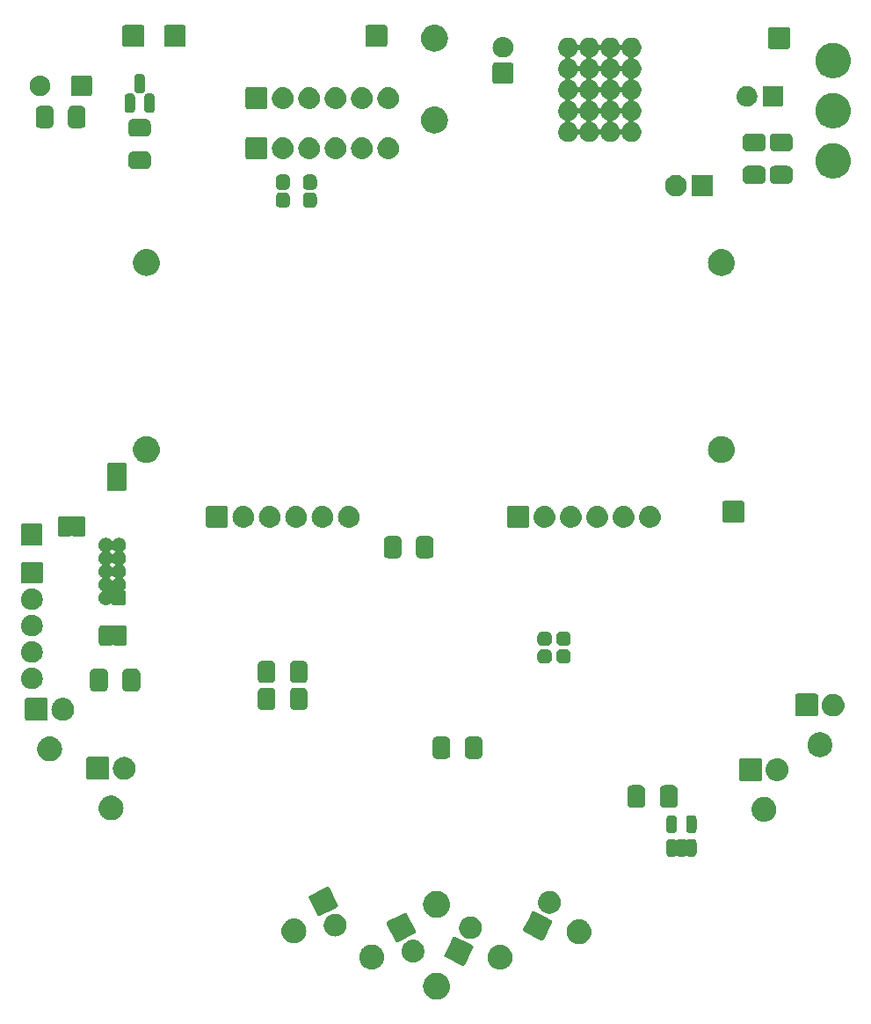
<source format=gbs>
G04 #@! TF.GenerationSoftware,KiCad,Pcbnew,7.0.8*
G04 #@! TF.CreationDate,2024-08-07T19:42:33-07:00*
G04 #@! TF.ProjectId,bloo,626c6f6f-2e6b-4696-9361-645f70636258,rev?*
G04 #@! TF.SameCoordinates,Original*
G04 #@! TF.FileFunction,Soldermask,Bot*
G04 #@! TF.FilePolarity,Negative*
%FSLAX46Y46*%
G04 Gerber Fmt 4.6, Leading zero omitted, Abs format (unit mm)*
G04 Created by KiCad (PCBNEW 7.0.8) date 2024-08-07 19:42:33*
%MOMM*%
%LPD*%
G01*
G04 APERTURE LIST*
G04 APERTURE END LIST*
G36*
X201731586Y-186247963D02*
G01*
X201783274Y-186247963D01*
X201840240Y-186257469D01*
X201901699Y-186262846D01*
X201949965Y-186275778D01*
X201994982Y-186283291D01*
X202055375Y-186304023D01*
X202120582Y-186321496D01*
X202160520Y-186340119D01*
X202197988Y-186352982D01*
X202259543Y-186386294D01*
X202325956Y-186417263D01*
X202357224Y-186439157D01*
X202386752Y-186455137D01*
X202446859Y-186501920D01*
X202511580Y-186547238D01*
X202534389Y-186570047D01*
X202556133Y-186586971D01*
X202611989Y-186647647D01*
X202671814Y-186707472D01*
X202686914Y-186729038D01*
X202701499Y-186744881D01*
X202750157Y-186819357D01*
X202801789Y-186893096D01*
X202810406Y-186911576D01*
X202818893Y-186924566D01*
X202857415Y-187012388D01*
X202897556Y-187098470D01*
X202901294Y-187112420D01*
X202905114Y-187121129D01*
X202930692Y-187222135D01*
X202956206Y-187317353D01*
X202956945Y-187325807D01*
X202957803Y-187329193D01*
X202967847Y-187450417D01*
X202975956Y-187543096D01*
X202967846Y-187635782D01*
X202957803Y-187756998D01*
X202956945Y-187760382D01*
X202956206Y-187768839D01*
X202930687Y-187864073D01*
X202905114Y-187965062D01*
X202901294Y-187973769D01*
X202897556Y-187987722D01*
X202857408Y-188073819D01*
X202818893Y-188161625D01*
X202810408Y-188174611D01*
X202801789Y-188193096D01*
X202750147Y-188266847D01*
X202701499Y-188341310D01*
X202686917Y-188357149D01*
X202671814Y-188378720D01*
X202611977Y-188438556D01*
X202556133Y-188499220D01*
X202534393Y-188516140D01*
X202511580Y-188538954D01*
X202446846Y-188584280D01*
X202386752Y-188631054D01*
X202357230Y-188647030D01*
X202325956Y-188668929D01*
X202259529Y-188699903D01*
X202197988Y-188733209D01*
X202160529Y-188746068D01*
X202120582Y-188764696D01*
X202055362Y-188782171D01*
X201994982Y-188802900D01*
X201949972Y-188810410D01*
X201901699Y-188823346D01*
X201840236Y-188828723D01*
X201783274Y-188838229D01*
X201731586Y-188838229D01*
X201675956Y-188843096D01*
X201620326Y-188838229D01*
X201568638Y-188838229D01*
X201511674Y-188828723D01*
X201450213Y-188823346D01*
X201401940Y-188810411D01*
X201356929Y-188802900D01*
X201296544Y-188782170D01*
X201231330Y-188764696D01*
X201191385Y-188746069D01*
X201153923Y-188733209D01*
X201092374Y-188699900D01*
X201025956Y-188668929D01*
X200994684Y-188647032D01*
X200965159Y-188631054D01*
X200905055Y-188584273D01*
X200840332Y-188538954D01*
X200817521Y-188516143D01*
X200795778Y-188499220D01*
X200739921Y-188438543D01*
X200680098Y-188378720D01*
X200664997Y-188357153D01*
X200650412Y-188341310D01*
X200601749Y-188266826D01*
X200550123Y-188193096D01*
X200541506Y-188174617D01*
X200533018Y-188161625D01*
X200494486Y-188073783D01*
X200454356Y-187987722D01*
X200450618Y-187973774D01*
X200446797Y-187965062D01*
X200421206Y-187864005D01*
X200395706Y-187768839D01*
X200394966Y-187760389D01*
X200394108Y-187756998D01*
X200384046Y-187635566D01*
X200375956Y-187543096D01*
X200384045Y-187450633D01*
X200394108Y-187329193D01*
X200394966Y-187325801D01*
X200395706Y-187317353D01*
X200421201Y-187222203D01*
X200446797Y-187121129D01*
X200450619Y-187112414D01*
X200454356Y-187098470D01*
X200494479Y-187012424D01*
X200533018Y-186924566D01*
X200541507Y-186911571D01*
X200550123Y-186893096D01*
X200601739Y-186819379D01*
X200650412Y-186744881D01*
X200665000Y-186729033D01*
X200680098Y-186707472D01*
X200739909Y-186647660D01*
X200795778Y-186586971D01*
X200817526Y-186570043D01*
X200840332Y-186547238D01*
X200905042Y-186501927D01*
X200965159Y-186455137D01*
X200994691Y-186439154D01*
X201025956Y-186417263D01*
X201092361Y-186386297D01*
X201153923Y-186352982D01*
X201191393Y-186340118D01*
X201231330Y-186321496D01*
X201296531Y-186304025D01*
X201356929Y-186283291D01*
X201401948Y-186275778D01*
X201450213Y-186262846D01*
X201511671Y-186257469D01*
X201568638Y-186247963D01*
X201620326Y-186247963D01*
X201675956Y-186243096D01*
X201731586Y-186247963D01*
G37*
G36*
X207846538Y-183560880D02*
G01*
X207904201Y-183560880D01*
X207954931Y-183570363D01*
X208001771Y-183574461D01*
X208059261Y-183589865D01*
X208121875Y-183601570D01*
X208164341Y-183618021D01*
X208203738Y-183628578D01*
X208263385Y-183656391D01*
X208328365Y-183681565D01*
X208361901Y-183702330D01*
X208393242Y-183716944D01*
X208452356Y-183758337D01*
X208516641Y-183798140D01*
X208541284Y-183820605D01*
X208564515Y-183836872D01*
X208620082Y-183892439D01*
X208680290Y-183947326D01*
X208696702Y-183969059D01*
X208712369Y-183984726D01*
X208761239Y-184054520D01*
X208813740Y-184124042D01*
X208823145Y-184142931D01*
X208832293Y-184155995D01*
X208871245Y-184239528D01*
X208912446Y-184322271D01*
X208916542Y-184336668D01*
X208920661Y-184345501D01*
X208946617Y-184442370D01*
X208973047Y-184535262D01*
X208973860Y-184544045D01*
X208974778Y-184547468D01*
X208984920Y-184663397D01*
X208993479Y-184755761D01*
X208984919Y-184848131D01*
X208974778Y-184964053D01*
X208973861Y-184967475D01*
X208973047Y-184976260D01*
X208946612Y-185069168D01*
X208920661Y-185166020D01*
X208916543Y-185174850D01*
X208912446Y-185189251D01*
X208871247Y-185271989D01*
X208832295Y-185355524D01*
X208823146Y-185368589D01*
X208813740Y-185387480D01*
X208761228Y-185457016D01*
X208712367Y-185526797D01*
X208696705Y-185542458D01*
X208680290Y-185564196D01*
X208620071Y-185619092D01*
X208564515Y-185674649D01*
X208541289Y-185690911D01*
X208516641Y-185713382D01*
X208452344Y-185753192D01*
X208393242Y-185794577D01*
X208361908Y-185809187D01*
X208328365Y-185829957D01*
X208263372Y-185855135D01*
X208203738Y-185882943D01*
X208164350Y-185893496D01*
X208121875Y-185909952D01*
X208059249Y-185921658D01*
X208001771Y-185937060D01*
X207954941Y-185941156D01*
X207904201Y-185950642D01*
X207846526Y-185950642D01*
X207793479Y-185955283D01*
X207740431Y-185950642D01*
X207682757Y-185950642D01*
X207632016Y-185941157D01*
X207585186Y-185937060D01*
X207527705Y-185921657D01*
X207465083Y-185909952D01*
X207422610Y-185893497D01*
X207383219Y-185882943D01*
X207323579Y-185855133D01*
X207258593Y-185829957D01*
X207225052Y-185809189D01*
X207193715Y-185794577D01*
X207134604Y-185753187D01*
X207070317Y-185713382D01*
X207045671Y-185690914D01*
X207022442Y-185674649D01*
X206966875Y-185619082D01*
X206906668Y-185564196D01*
X206890255Y-185542462D01*
X206874590Y-185526797D01*
X206825715Y-185456997D01*
X206773218Y-185387480D01*
X206763814Y-185368594D01*
X206754662Y-185355524D01*
X206715694Y-185271957D01*
X206674512Y-185189251D01*
X206670416Y-185174856D01*
X206666296Y-185166020D01*
X206640328Y-185069107D01*
X206613911Y-184976260D01*
X206613097Y-184967480D01*
X206612179Y-184964053D01*
X206602020Y-184847938D01*
X206593479Y-184755761D01*
X206602019Y-184663590D01*
X206612179Y-184547468D01*
X206613097Y-184544039D01*
X206613911Y-184535262D01*
X206640323Y-184442430D01*
X206666296Y-184345501D01*
X206670416Y-184336663D01*
X206674512Y-184322271D01*
X206715696Y-184239560D01*
X206754664Y-184155995D01*
X206763814Y-184142926D01*
X206773218Y-184124042D01*
X206825704Y-184054538D01*
X206874588Y-183984726D01*
X206890258Y-183969055D01*
X206906668Y-183947326D01*
X206966863Y-183892450D01*
X207022444Y-183836870D01*
X207045678Y-183820601D01*
X207070317Y-183798140D01*
X207134594Y-183758341D01*
X207193713Y-183716946D01*
X207225053Y-183702331D01*
X207258593Y-183681565D01*
X207323571Y-183656392D01*
X207383219Y-183628578D01*
X207422618Y-183618020D01*
X207465083Y-183601570D01*
X207527692Y-183589866D01*
X207585186Y-183574461D01*
X207632026Y-183570363D01*
X207682757Y-183560880D01*
X207740420Y-183560880D01*
X207793479Y-183556238D01*
X207846538Y-183560880D01*
G37*
G36*
X195485986Y-183537795D02*
G01*
X195543649Y-183537795D01*
X195594379Y-183547278D01*
X195641219Y-183551376D01*
X195698709Y-183566780D01*
X195761323Y-183578485D01*
X195803789Y-183594936D01*
X195843186Y-183605493D01*
X195902833Y-183633306D01*
X195967813Y-183658480D01*
X196001349Y-183679245D01*
X196032690Y-183693859D01*
X196091804Y-183735252D01*
X196156089Y-183775055D01*
X196180732Y-183797520D01*
X196203963Y-183813787D01*
X196259530Y-183869354D01*
X196319738Y-183924241D01*
X196336150Y-183945974D01*
X196351817Y-183961641D01*
X196400687Y-184031435D01*
X196453188Y-184100957D01*
X196462593Y-184119846D01*
X196471741Y-184132910D01*
X196510693Y-184216443D01*
X196551894Y-184299186D01*
X196555990Y-184313583D01*
X196560109Y-184322416D01*
X196586065Y-184419285D01*
X196612495Y-184512177D01*
X196613308Y-184520960D01*
X196614226Y-184524383D01*
X196624368Y-184640312D01*
X196632927Y-184732676D01*
X196624367Y-184825046D01*
X196614226Y-184940968D01*
X196613309Y-184944390D01*
X196612495Y-184953175D01*
X196586060Y-185046083D01*
X196560109Y-185142935D01*
X196555991Y-185151765D01*
X196551894Y-185166166D01*
X196510695Y-185248904D01*
X196471743Y-185332439D01*
X196462594Y-185345504D01*
X196453188Y-185364395D01*
X196400676Y-185433931D01*
X196351815Y-185503712D01*
X196336153Y-185519373D01*
X196319738Y-185541111D01*
X196259519Y-185596007D01*
X196203963Y-185651564D01*
X196180737Y-185667826D01*
X196156089Y-185690297D01*
X196091792Y-185730107D01*
X196032690Y-185771492D01*
X196001356Y-185786102D01*
X195967813Y-185806872D01*
X195902820Y-185832050D01*
X195843186Y-185859858D01*
X195803798Y-185870411D01*
X195761323Y-185886867D01*
X195698697Y-185898573D01*
X195641219Y-185913975D01*
X195594389Y-185918071D01*
X195543649Y-185927557D01*
X195485974Y-185927557D01*
X195432927Y-185932198D01*
X195379879Y-185927557D01*
X195322205Y-185927557D01*
X195271464Y-185918072D01*
X195224634Y-185913975D01*
X195167153Y-185898572D01*
X195104531Y-185886867D01*
X195062058Y-185870412D01*
X195022667Y-185859858D01*
X194963027Y-185832048D01*
X194898041Y-185806872D01*
X194864500Y-185786104D01*
X194833163Y-185771492D01*
X194774052Y-185730102D01*
X194709765Y-185690297D01*
X194685119Y-185667829D01*
X194661890Y-185651564D01*
X194606323Y-185595997D01*
X194546116Y-185541111D01*
X194529703Y-185519377D01*
X194514038Y-185503712D01*
X194465163Y-185433912D01*
X194412666Y-185364395D01*
X194403262Y-185345509D01*
X194394110Y-185332439D01*
X194355142Y-185248872D01*
X194313960Y-185166166D01*
X194309864Y-185151771D01*
X194305744Y-185142935D01*
X194279776Y-185046022D01*
X194253359Y-184953175D01*
X194252545Y-184944395D01*
X194251627Y-184940968D01*
X194241468Y-184824853D01*
X194232927Y-184732676D01*
X194241467Y-184640505D01*
X194251627Y-184524383D01*
X194252545Y-184520954D01*
X194253359Y-184512177D01*
X194279771Y-184419345D01*
X194305744Y-184322416D01*
X194309864Y-184313578D01*
X194313960Y-184299186D01*
X194355144Y-184216475D01*
X194394112Y-184132910D01*
X194403262Y-184119841D01*
X194412666Y-184100957D01*
X194465152Y-184031453D01*
X194514036Y-183961641D01*
X194529706Y-183945970D01*
X194546116Y-183924241D01*
X194606311Y-183869365D01*
X194661892Y-183813785D01*
X194685126Y-183797516D01*
X194709765Y-183775055D01*
X194774042Y-183735256D01*
X194833161Y-183693861D01*
X194864501Y-183679246D01*
X194898041Y-183658480D01*
X194963019Y-183633307D01*
X195022667Y-183605493D01*
X195062066Y-183594935D01*
X195104531Y-183578485D01*
X195167140Y-183566781D01*
X195224634Y-183551376D01*
X195271474Y-183547278D01*
X195322205Y-183537795D01*
X195379868Y-183537795D01*
X195432927Y-183533153D01*
X195485986Y-183537795D01*
G37*
G36*
X203446462Y-182791034D02*
G01*
X203455532Y-182791272D01*
X203486700Y-182802004D01*
X203502485Y-182806308D01*
X204717801Y-183412242D01*
X205106031Y-183605806D01*
X205106033Y-183605807D01*
X205113367Y-183609464D01*
X205126298Y-183619476D01*
X205153630Y-183637912D01*
X205159277Y-183645011D01*
X205175069Y-183657239D01*
X205190551Y-183684328D01*
X205198197Y-183693940D01*
X205201235Y-183703022D01*
X205213791Y-183724990D01*
X205216984Y-183750092D01*
X205220023Y-183759173D01*
X205219701Y-183771446D01*
X205223640Y-183802402D01*
X205218386Y-183821672D01*
X205218149Y-183830738D01*
X205207421Y-183861892D01*
X205203114Y-183877691D01*
X204399958Y-185488573D01*
X204389937Y-185501514D01*
X204371509Y-185528836D01*
X204364411Y-185534481D01*
X204352183Y-185550275D01*
X204325090Y-185565759D01*
X204315481Y-185573403D01*
X204306400Y-185576441D01*
X204284432Y-185588997D01*
X204259328Y-185592190D01*
X204250248Y-185595229D01*
X204237975Y-185594907D01*
X204207020Y-185598846D01*
X204187749Y-185593592D01*
X204178683Y-185593355D01*
X204147524Y-185582625D01*
X204131731Y-185578320D01*
X202520849Y-184775164D01*
X202507914Y-184765149D01*
X202480585Y-184746715D01*
X202474937Y-184739615D01*
X202459147Y-184727389D01*
X202443665Y-184700300D01*
X202436018Y-184690687D01*
X202432978Y-184681602D01*
X202420425Y-184659638D01*
X202417231Y-184634538D01*
X202414192Y-184625454D01*
X202414513Y-184613174D01*
X202410576Y-184582226D01*
X202415828Y-184562960D01*
X202416066Y-184553889D01*
X202426800Y-184522716D01*
X202431102Y-184506937D01*
X202864382Y-183637912D01*
X203230600Y-182903390D01*
X203230603Y-182903384D01*
X203234258Y-182896055D01*
X203244265Y-182883130D01*
X203262706Y-182855791D01*
X203269807Y-182850141D01*
X203282033Y-182834353D01*
X203309117Y-182818873D01*
X203318734Y-182811224D01*
X203327820Y-182808183D01*
X203349784Y-182795631D01*
X203374881Y-182792437D01*
X203383967Y-182789398D01*
X203396247Y-182789719D01*
X203427196Y-182785782D01*
X203446462Y-182791034D01*
G37*
G36*
X199457478Y-183073921D02*
G01*
X199510793Y-183073921D01*
X199557691Y-183082688D01*
X199600225Y-183086409D01*
X199652436Y-183100399D01*
X199710327Y-183111221D01*
X199749591Y-183126432D01*
X199785359Y-183136016D01*
X199839499Y-183161262D01*
X199899610Y-183184549D01*
X199930639Y-183203761D01*
X199959059Y-183217014D01*
X200012673Y-183254555D01*
X200072196Y-183291410D01*
X200095009Y-183312207D01*
X200116053Y-183326942D01*
X200166391Y-183377280D01*
X200222208Y-183428164D01*
X200237423Y-183448312D01*
X200251584Y-183462473D01*
X200295752Y-183525552D01*
X200344537Y-183590154D01*
X200353278Y-183607708D01*
X200361512Y-183619468D01*
X200396580Y-183694671D01*
X200435017Y-183771863D01*
X200438837Y-183785292D01*
X200442510Y-183793167D01*
X200465655Y-183879548D01*
X200490568Y-183967105D01*
X200491335Y-183975382D01*
X200492117Y-183978301D01*
X200500751Y-184076998D01*
X200509298Y-184169229D01*
X200500750Y-184261467D01*
X200492117Y-184360156D01*
X200491335Y-184363073D01*
X200490568Y-184371353D01*
X200465651Y-184458926D01*
X200442510Y-184545290D01*
X200438838Y-184553163D01*
X200435017Y-184566595D01*
X200396576Y-184643793D01*
X200361512Y-184718990D01*
X200353278Y-184730748D01*
X200344537Y-184748304D01*
X200295746Y-184812912D01*
X200251584Y-184875984D01*
X200237426Y-184890141D01*
X200222208Y-184910294D01*
X200166380Y-184961187D01*
X200116053Y-185011515D01*
X200095014Y-185026246D01*
X200072196Y-185047048D01*
X200012661Y-185083910D01*
X199959059Y-185121443D01*
X199930646Y-185134692D01*
X199899610Y-185153909D01*
X199839487Y-185177200D01*
X199785359Y-185202441D01*
X199749599Y-185212022D01*
X199710327Y-185227237D01*
X199652424Y-185238061D01*
X199600225Y-185252048D01*
X199557701Y-185255768D01*
X199510793Y-185264537D01*
X199457467Y-185264537D01*
X199409298Y-185268751D01*
X199361129Y-185264537D01*
X199307803Y-185264537D01*
X199260894Y-185255768D01*
X199218370Y-185252048D01*
X199166168Y-185238060D01*
X199108269Y-185227237D01*
X199068998Y-185212023D01*
X199033236Y-185202441D01*
X198979102Y-185177198D01*
X198918986Y-185153909D01*
X198887952Y-185134694D01*
X198859536Y-185121443D01*
X198805926Y-185083905D01*
X198746400Y-185047048D01*
X198723585Y-185026249D01*
X198702542Y-185011515D01*
X198652204Y-184961177D01*
X198596388Y-184910294D01*
X198581172Y-184890145D01*
X198567011Y-184875984D01*
X198522835Y-184812894D01*
X198474059Y-184748304D01*
X198465320Y-184730753D01*
X198457083Y-184718990D01*
X198422003Y-184643761D01*
X198383579Y-184566595D01*
X198379758Y-184553168D01*
X198376085Y-184545290D01*
X198352927Y-184458865D01*
X198328028Y-184371353D01*
X198327261Y-184363079D01*
X198326478Y-184360156D01*
X198317827Y-184261275D01*
X198309298Y-184169229D01*
X198317826Y-184077191D01*
X198326478Y-183978301D01*
X198327261Y-183975377D01*
X198328028Y-183967105D01*
X198352922Y-183879608D01*
X198376085Y-183793167D01*
X198379759Y-183785286D01*
X198383579Y-183771863D01*
X198422000Y-183694702D01*
X198457083Y-183619468D01*
X198465320Y-183607703D01*
X198474059Y-183590154D01*
X198522829Y-183525571D01*
X198567011Y-183462473D01*
X198581175Y-183448308D01*
X198596388Y-183428164D01*
X198652192Y-183377291D01*
X198702542Y-183326942D01*
X198723589Y-183312204D01*
X198746400Y-183291410D01*
X198805919Y-183254556D01*
X198859537Y-183217014D01*
X198887956Y-183203761D01*
X198918986Y-183184549D01*
X198979092Y-183161263D01*
X199033236Y-183136016D01*
X199069006Y-183126431D01*
X199108269Y-183111221D01*
X199166155Y-183100399D01*
X199218370Y-183086409D01*
X199260905Y-183082687D01*
X199307803Y-183073921D01*
X199361117Y-183073921D01*
X199409298Y-183069706D01*
X199457478Y-183073921D01*
G37*
G36*
X215451386Y-181112262D02*
G01*
X215509049Y-181112262D01*
X215559779Y-181121745D01*
X215606619Y-181125843D01*
X215664109Y-181141247D01*
X215726723Y-181152952D01*
X215769189Y-181169403D01*
X215808586Y-181179960D01*
X215868233Y-181207773D01*
X215933213Y-181232947D01*
X215966749Y-181253712D01*
X215998090Y-181268326D01*
X216057204Y-181309719D01*
X216121489Y-181349522D01*
X216146132Y-181371987D01*
X216169363Y-181388254D01*
X216224930Y-181443821D01*
X216285138Y-181498708D01*
X216301550Y-181520441D01*
X216317217Y-181536108D01*
X216366087Y-181605902D01*
X216418588Y-181675424D01*
X216427993Y-181694313D01*
X216437141Y-181707377D01*
X216476093Y-181790910D01*
X216517294Y-181873653D01*
X216521390Y-181888050D01*
X216525509Y-181896883D01*
X216551465Y-181993752D01*
X216577895Y-182086644D01*
X216578708Y-182095427D01*
X216579626Y-182098850D01*
X216589768Y-182214779D01*
X216598327Y-182307143D01*
X216589767Y-182399513D01*
X216579626Y-182515435D01*
X216578709Y-182518857D01*
X216577895Y-182527642D01*
X216551460Y-182620550D01*
X216525509Y-182717402D01*
X216521391Y-182726232D01*
X216517294Y-182740633D01*
X216476095Y-182823371D01*
X216437143Y-182906906D01*
X216427994Y-182919971D01*
X216418588Y-182938862D01*
X216366076Y-183008398D01*
X216317215Y-183078179D01*
X216301553Y-183093840D01*
X216285138Y-183115578D01*
X216224919Y-183170474D01*
X216169363Y-183226031D01*
X216146137Y-183242293D01*
X216121489Y-183264764D01*
X216057192Y-183304574D01*
X215998090Y-183345959D01*
X215966756Y-183360569D01*
X215933213Y-183381339D01*
X215868220Y-183406517D01*
X215808586Y-183434325D01*
X215769198Y-183444878D01*
X215726723Y-183461334D01*
X215664097Y-183473040D01*
X215606619Y-183488442D01*
X215559789Y-183492538D01*
X215509049Y-183502024D01*
X215451374Y-183502024D01*
X215398327Y-183506665D01*
X215345279Y-183502024D01*
X215287605Y-183502024D01*
X215236864Y-183492539D01*
X215190034Y-183488442D01*
X215132553Y-183473039D01*
X215069931Y-183461334D01*
X215027458Y-183444879D01*
X214988067Y-183434325D01*
X214928427Y-183406515D01*
X214863441Y-183381339D01*
X214829900Y-183360571D01*
X214798563Y-183345959D01*
X214739452Y-183304569D01*
X214675165Y-183264764D01*
X214650519Y-183242296D01*
X214627290Y-183226031D01*
X214571723Y-183170464D01*
X214511516Y-183115578D01*
X214495103Y-183093844D01*
X214479438Y-183078179D01*
X214430563Y-183008379D01*
X214378066Y-182938862D01*
X214368662Y-182919976D01*
X214359510Y-182906906D01*
X214320542Y-182823339D01*
X214279360Y-182740633D01*
X214275264Y-182726238D01*
X214271144Y-182717402D01*
X214245176Y-182620489D01*
X214218759Y-182527642D01*
X214217945Y-182518862D01*
X214217027Y-182515435D01*
X214206868Y-182399320D01*
X214198327Y-182307143D01*
X214206867Y-182214972D01*
X214217027Y-182098850D01*
X214217945Y-182095421D01*
X214218759Y-182086644D01*
X214245171Y-181993812D01*
X214271144Y-181896883D01*
X214275264Y-181888045D01*
X214279360Y-181873653D01*
X214320544Y-181790942D01*
X214359512Y-181707377D01*
X214368662Y-181694308D01*
X214378066Y-181675424D01*
X214430552Y-181605920D01*
X214479436Y-181536108D01*
X214495106Y-181520437D01*
X214511516Y-181498708D01*
X214571711Y-181443832D01*
X214627292Y-181388252D01*
X214650526Y-181371983D01*
X214675165Y-181349522D01*
X214739442Y-181309723D01*
X214798561Y-181268328D01*
X214829901Y-181253713D01*
X214863441Y-181232947D01*
X214928419Y-181207774D01*
X214988067Y-181179960D01*
X215027466Y-181169402D01*
X215069931Y-181152952D01*
X215132540Y-181141248D01*
X215190034Y-181125843D01*
X215236874Y-181121745D01*
X215287605Y-181112262D01*
X215345268Y-181112262D01*
X215398327Y-181107620D01*
X215451386Y-181112262D01*
G37*
G36*
X187991444Y-181036062D02*
G01*
X188049107Y-181036062D01*
X188099837Y-181045545D01*
X188146677Y-181049643D01*
X188204167Y-181065047D01*
X188266781Y-181076752D01*
X188309247Y-181093203D01*
X188348644Y-181103760D01*
X188408291Y-181131573D01*
X188473271Y-181156747D01*
X188506807Y-181177512D01*
X188538148Y-181192126D01*
X188597262Y-181233519D01*
X188661547Y-181273322D01*
X188686190Y-181295787D01*
X188709421Y-181312054D01*
X188764988Y-181367621D01*
X188825196Y-181422508D01*
X188841608Y-181444241D01*
X188857275Y-181459908D01*
X188906145Y-181529702D01*
X188958646Y-181599224D01*
X188968051Y-181618113D01*
X188977199Y-181631177D01*
X189016151Y-181714710D01*
X189057352Y-181797453D01*
X189061448Y-181811850D01*
X189065567Y-181820683D01*
X189091523Y-181917552D01*
X189117953Y-182010444D01*
X189118766Y-182019227D01*
X189119684Y-182022650D01*
X189129826Y-182138579D01*
X189138385Y-182230943D01*
X189129825Y-182323313D01*
X189119684Y-182439235D01*
X189118767Y-182442657D01*
X189117953Y-182451442D01*
X189091518Y-182544350D01*
X189065567Y-182641202D01*
X189061449Y-182650032D01*
X189057352Y-182664433D01*
X189016153Y-182747171D01*
X188977201Y-182830706D01*
X188968052Y-182843771D01*
X188958646Y-182862662D01*
X188906134Y-182932198D01*
X188857273Y-183001979D01*
X188841611Y-183017640D01*
X188825196Y-183039378D01*
X188764977Y-183094274D01*
X188709421Y-183149831D01*
X188686195Y-183166093D01*
X188661547Y-183188564D01*
X188597250Y-183228374D01*
X188538148Y-183269759D01*
X188506814Y-183284369D01*
X188473271Y-183305139D01*
X188408278Y-183330317D01*
X188348644Y-183358125D01*
X188309256Y-183368678D01*
X188266781Y-183385134D01*
X188204155Y-183396840D01*
X188146677Y-183412242D01*
X188099847Y-183416338D01*
X188049107Y-183425824D01*
X187991432Y-183425824D01*
X187938385Y-183430465D01*
X187885337Y-183425824D01*
X187827663Y-183425824D01*
X187776922Y-183416339D01*
X187730092Y-183412242D01*
X187672611Y-183396839D01*
X187609989Y-183385134D01*
X187567516Y-183368679D01*
X187528125Y-183358125D01*
X187468485Y-183330315D01*
X187403499Y-183305139D01*
X187369958Y-183284371D01*
X187338621Y-183269759D01*
X187279510Y-183228369D01*
X187215223Y-183188564D01*
X187190577Y-183166096D01*
X187167348Y-183149831D01*
X187111781Y-183094264D01*
X187051574Y-183039378D01*
X187035161Y-183017644D01*
X187019496Y-183001979D01*
X186970621Y-182932179D01*
X186918124Y-182862662D01*
X186908720Y-182843776D01*
X186899568Y-182830706D01*
X186860600Y-182747139D01*
X186819418Y-182664433D01*
X186815322Y-182650038D01*
X186811202Y-182641202D01*
X186785234Y-182544289D01*
X186758817Y-182451442D01*
X186758003Y-182442662D01*
X186757085Y-182439235D01*
X186746926Y-182323120D01*
X186738385Y-182230943D01*
X186746925Y-182138772D01*
X186757085Y-182022650D01*
X186758003Y-182019221D01*
X186758817Y-182010444D01*
X186785229Y-181917612D01*
X186811202Y-181820683D01*
X186815322Y-181811845D01*
X186819418Y-181797453D01*
X186860602Y-181714742D01*
X186899570Y-181631177D01*
X186908720Y-181618108D01*
X186918124Y-181599224D01*
X186970610Y-181529720D01*
X187019494Y-181459908D01*
X187035164Y-181444237D01*
X187051574Y-181422508D01*
X187111769Y-181367632D01*
X187167350Y-181312052D01*
X187190584Y-181295783D01*
X187215223Y-181273322D01*
X187279500Y-181233523D01*
X187338619Y-181192128D01*
X187369959Y-181177513D01*
X187403499Y-181156747D01*
X187468477Y-181131574D01*
X187528125Y-181103760D01*
X187567524Y-181093202D01*
X187609989Y-181076752D01*
X187672598Y-181065048D01*
X187730092Y-181049643D01*
X187776932Y-181045545D01*
X187827663Y-181036062D01*
X187885326Y-181036062D01*
X187938385Y-181031420D01*
X187991444Y-181036062D01*
G37*
G36*
X198696816Y-180493501D02*
G01*
X198709096Y-180493180D01*
X198718180Y-180496219D01*
X198743280Y-180499413D01*
X198765244Y-180511966D01*
X198774329Y-180515006D01*
X198783942Y-180522652D01*
X198811031Y-180538135D01*
X198823258Y-180553926D01*
X198830358Y-180559574D01*
X198848785Y-180586894D01*
X198858806Y-180599837D01*
X199661962Y-182210719D01*
X199666265Y-182226504D01*
X199676997Y-182257671D01*
X199677234Y-182266737D01*
X199682488Y-182286008D01*
X199678549Y-182316963D01*
X199678871Y-182329236D01*
X199675832Y-182338316D01*
X199672639Y-182363420D01*
X199660083Y-182385388D01*
X199657045Y-182394469D01*
X199649401Y-182404077D01*
X199633917Y-182431171D01*
X199618123Y-182443400D01*
X199612477Y-182450498D01*
X199585163Y-182468919D01*
X199572215Y-182478946D01*
X197961333Y-183282102D01*
X197945542Y-183286406D01*
X197914380Y-183297137D01*
X197905314Y-183297374D01*
X197886044Y-183302628D01*
X197855088Y-183298689D01*
X197842815Y-183299011D01*
X197833734Y-183295972D01*
X197808632Y-183292779D01*
X197786664Y-183280223D01*
X197777582Y-183277185D01*
X197767970Y-183269539D01*
X197740881Y-183254057D01*
X197728653Y-183238265D01*
X197721553Y-183232617D01*
X197703124Y-183205293D01*
X197693106Y-183192355D01*
X196889950Y-181581473D01*
X196885648Y-181565696D01*
X196874914Y-181534520D01*
X196874676Y-181525450D01*
X196869424Y-181506184D01*
X196873361Y-181475235D01*
X196873040Y-181462955D01*
X196876079Y-181453869D01*
X196879273Y-181428772D01*
X196891825Y-181406808D01*
X196894866Y-181397722D01*
X196902515Y-181388105D01*
X196917995Y-181361021D01*
X196933784Y-181348795D01*
X196939434Y-181341693D01*
X196966764Y-181323259D01*
X196979697Y-181313246D01*
X198244144Y-180682816D01*
X198583245Y-180513746D01*
X198583248Y-180513744D01*
X198590579Y-180510090D01*
X198606350Y-180505790D01*
X198637531Y-180495054D01*
X198646602Y-180494816D01*
X198665868Y-180489564D01*
X198696816Y-180493501D01*
G37*
G36*
X211051310Y-180342416D02*
G01*
X211060380Y-180342654D01*
X211091548Y-180353386D01*
X211107333Y-180357690D01*
X212316864Y-180960740D01*
X212710879Y-181157188D01*
X212710881Y-181157189D01*
X212718215Y-181160846D01*
X212731146Y-181170858D01*
X212758478Y-181189294D01*
X212764125Y-181196393D01*
X212779917Y-181208621D01*
X212795399Y-181235710D01*
X212803045Y-181245322D01*
X212806083Y-181254404D01*
X212818639Y-181276372D01*
X212821832Y-181301474D01*
X212824871Y-181310555D01*
X212824549Y-181322828D01*
X212828488Y-181353784D01*
X212823234Y-181373054D01*
X212822997Y-181382120D01*
X212812269Y-181413274D01*
X212807962Y-181429073D01*
X212004806Y-183039955D01*
X211994785Y-183052896D01*
X211976357Y-183080218D01*
X211969259Y-183085863D01*
X211957031Y-183101657D01*
X211929938Y-183117141D01*
X211920329Y-183124785D01*
X211911248Y-183127823D01*
X211889280Y-183140379D01*
X211864176Y-183143572D01*
X211855096Y-183146611D01*
X211842823Y-183146289D01*
X211811868Y-183150228D01*
X211792597Y-183144974D01*
X211783531Y-183144737D01*
X211752372Y-183134007D01*
X211736579Y-183129702D01*
X210125697Y-182326546D01*
X210112762Y-182316531D01*
X210085433Y-182298097D01*
X210079785Y-182290997D01*
X210063995Y-182278771D01*
X210048513Y-182251682D01*
X210040866Y-182242069D01*
X210037826Y-182232984D01*
X210025273Y-182211020D01*
X210022079Y-182185920D01*
X210019040Y-182176836D01*
X210019361Y-182164556D01*
X210015424Y-182133608D01*
X210020676Y-182114342D01*
X210020914Y-182105271D01*
X210031648Y-182074098D01*
X210035950Y-182058319D01*
X210469230Y-181189294D01*
X210835448Y-180454772D01*
X210835451Y-180454766D01*
X210839106Y-180447437D01*
X210849113Y-180434512D01*
X210867554Y-180407173D01*
X210874655Y-180401523D01*
X210886881Y-180385735D01*
X210913965Y-180370255D01*
X210923582Y-180362606D01*
X210932668Y-180359565D01*
X210954632Y-180347013D01*
X210979729Y-180343819D01*
X210988815Y-180340780D01*
X211001095Y-180341101D01*
X211032044Y-180337164D01*
X211051310Y-180342416D01*
G37*
G36*
X204998630Y-180823873D02*
G01*
X205051945Y-180823873D01*
X205098843Y-180832640D01*
X205141377Y-180836361D01*
X205193588Y-180850351D01*
X205251479Y-180861173D01*
X205290743Y-180876384D01*
X205326511Y-180885968D01*
X205380651Y-180911214D01*
X205440762Y-180934501D01*
X205471791Y-180953713D01*
X205500211Y-180966966D01*
X205553825Y-181004507D01*
X205613348Y-181041362D01*
X205636161Y-181062159D01*
X205657205Y-181076894D01*
X205707543Y-181127232D01*
X205763360Y-181178116D01*
X205778575Y-181198264D01*
X205792736Y-181212425D01*
X205836904Y-181275504D01*
X205885689Y-181340106D01*
X205894430Y-181357660D01*
X205902664Y-181369420D01*
X205937732Y-181444623D01*
X205976169Y-181521815D01*
X205979989Y-181535244D01*
X205983662Y-181543119D01*
X206006807Y-181629500D01*
X206031720Y-181717057D01*
X206032487Y-181725334D01*
X206033269Y-181728253D01*
X206041903Y-181826950D01*
X206050450Y-181919181D01*
X206041902Y-182011419D01*
X206033269Y-182110108D01*
X206032487Y-182113025D01*
X206031720Y-182121305D01*
X206006803Y-182208878D01*
X205983662Y-182295242D01*
X205979990Y-182303115D01*
X205976169Y-182316547D01*
X205937728Y-182393745D01*
X205902664Y-182468942D01*
X205894430Y-182480700D01*
X205885689Y-182498256D01*
X205836898Y-182562864D01*
X205792736Y-182625936D01*
X205778578Y-182640093D01*
X205763360Y-182660246D01*
X205707532Y-182711139D01*
X205657205Y-182761467D01*
X205636166Y-182776198D01*
X205613348Y-182797000D01*
X205553813Y-182833862D01*
X205500211Y-182871395D01*
X205471798Y-182884644D01*
X205440762Y-182903861D01*
X205380639Y-182927152D01*
X205326511Y-182952393D01*
X205290751Y-182961974D01*
X205251479Y-182977189D01*
X205193576Y-182988013D01*
X205141377Y-183002000D01*
X205098853Y-183005720D01*
X205051945Y-183014489D01*
X204998619Y-183014489D01*
X204950450Y-183018703D01*
X204902281Y-183014489D01*
X204848955Y-183014489D01*
X204802046Y-183005720D01*
X204759522Y-183002000D01*
X204707320Y-182988012D01*
X204649421Y-182977189D01*
X204610150Y-182961975D01*
X204574388Y-182952393D01*
X204520254Y-182927150D01*
X204460138Y-182903861D01*
X204429104Y-182884646D01*
X204400688Y-182871395D01*
X204347078Y-182833857D01*
X204287552Y-182797000D01*
X204264737Y-182776201D01*
X204243694Y-182761467D01*
X204193356Y-182711129D01*
X204137540Y-182660246D01*
X204122324Y-182640097D01*
X204108163Y-182625936D01*
X204063987Y-182562846D01*
X204015211Y-182498256D01*
X204006472Y-182480705D01*
X203998235Y-182468942D01*
X203963155Y-182393713D01*
X203924731Y-182316547D01*
X203920910Y-182303120D01*
X203917237Y-182295242D01*
X203894079Y-182208817D01*
X203869180Y-182121305D01*
X203868413Y-182113031D01*
X203867630Y-182110108D01*
X203858979Y-182011227D01*
X203850450Y-181919181D01*
X203858978Y-181827143D01*
X203867630Y-181728253D01*
X203868413Y-181725329D01*
X203869180Y-181717057D01*
X203894074Y-181629560D01*
X203917237Y-181543119D01*
X203920911Y-181535238D01*
X203924731Y-181521815D01*
X203963152Y-181444654D01*
X203998235Y-181369420D01*
X204006472Y-181357655D01*
X204015211Y-181340106D01*
X204063981Y-181275523D01*
X204108163Y-181212425D01*
X204122327Y-181198260D01*
X204137540Y-181178116D01*
X204193344Y-181127243D01*
X204243694Y-181076894D01*
X204264741Y-181062156D01*
X204287552Y-181041362D01*
X204347071Y-181004508D01*
X204400689Y-180966966D01*
X204429108Y-180953713D01*
X204460138Y-180934501D01*
X204520244Y-180911215D01*
X204574388Y-180885968D01*
X204610158Y-180876383D01*
X204649421Y-180861173D01*
X204707307Y-180850351D01*
X204759522Y-180836361D01*
X204802057Y-180832639D01*
X204848955Y-180823873D01*
X204902269Y-180823873D01*
X204950450Y-180819658D01*
X204998630Y-180823873D01*
G37*
G36*
X191962936Y-180572188D02*
G01*
X192016251Y-180572188D01*
X192063149Y-180580955D01*
X192105683Y-180584676D01*
X192157894Y-180598666D01*
X192215785Y-180609488D01*
X192255049Y-180624699D01*
X192290817Y-180634283D01*
X192344957Y-180659529D01*
X192405068Y-180682816D01*
X192436097Y-180702028D01*
X192464517Y-180715281D01*
X192518131Y-180752822D01*
X192577654Y-180789677D01*
X192600467Y-180810474D01*
X192621511Y-180825209D01*
X192671849Y-180875547D01*
X192727666Y-180926431D01*
X192742881Y-180946579D01*
X192757042Y-180960740D01*
X192801210Y-181023819D01*
X192849995Y-181088421D01*
X192858736Y-181105975D01*
X192866970Y-181117735D01*
X192902038Y-181192938D01*
X192940475Y-181270130D01*
X192944295Y-181283559D01*
X192947968Y-181291434D01*
X192971113Y-181377815D01*
X192996026Y-181465372D01*
X192996793Y-181473649D01*
X192997575Y-181476568D01*
X193006209Y-181575265D01*
X193014756Y-181667496D01*
X193006208Y-181759734D01*
X192997575Y-181858423D01*
X192996793Y-181861340D01*
X192996026Y-181869620D01*
X192971109Y-181957193D01*
X192947968Y-182043557D01*
X192944296Y-182051430D01*
X192940475Y-182064862D01*
X192902034Y-182142060D01*
X192866970Y-182217257D01*
X192858736Y-182229015D01*
X192849995Y-182246571D01*
X192801204Y-182311179D01*
X192757042Y-182374251D01*
X192742884Y-182388408D01*
X192727666Y-182408561D01*
X192671838Y-182459454D01*
X192621511Y-182509782D01*
X192600472Y-182524513D01*
X192577654Y-182545315D01*
X192518119Y-182582177D01*
X192464517Y-182619710D01*
X192436104Y-182632959D01*
X192405068Y-182652176D01*
X192344945Y-182675467D01*
X192290817Y-182700708D01*
X192255057Y-182710289D01*
X192215785Y-182725504D01*
X192157882Y-182736328D01*
X192105683Y-182750315D01*
X192063159Y-182754035D01*
X192016251Y-182762804D01*
X191962925Y-182762804D01*
X191914756Y-182767018D01*
X191866587Y-182762804D01*
X191813261Y-182762804D01*
X191766352Y-182754035D01*
X191723828Y-182750315D01*
X191671626Y-182736327D01*
X191613727Y-182725504D01*
X191574456Y-182710290D01*
X191538694Y-182700708D01*
X191484560Y-182675465D01*
X191424444Y-182652176D01*
X191393410Y-182632961D01*
X191364994Y-182619710D01*
X191311384Y-182582172D01*
X191251858Y-182545315D01*
X191229043Y-182524516D01*
X191208000Y-182509782D01*
X191157662Y-182459444D01*
X191101846Y-182408561D01*
X191086630Y-182388412D01*
X191072469Y-182374251D01*
X191028293Y-182311161D01*
X190979517Y-182246571D01*
X190970778Y-182229020D01*
X190962541Y-182217257D01*
X190927461Y-182142028D01*
X190889037Y-182064862D01*
X190885216Y-182051435D01*
X190881543Y-182043557D01*
X190858385Y-181957132D01*
X190833486Y-181869620D01*
X190832719Y-181861346D01*
X190831936Y-181858423D01*
X190823285Y-181759542D01*
X190814756Y-181667496D01*
X190823284Y-181575458D01*
X190831936Y-181476568D01*
X190832719Y-181473644D01*
X190833486Y-181465372D01*
X190858380Y-181377875D01*
X190881543Y-181291434D01*
X190885217Y-181283553D01*
X190889037Y-181270130D01*
X190927458Y-181192969D01*
X190962541Y-181117735D01*
X190970778Y-181105970D01*
X190979517Y-181088421D01*
X191028287Y-181023838D01*
X191072469Y-180960740D01*
X191086633Y-180946575D01*
X191101846Y-180926431D01*
X191157650Y-180875558D01*
X191208000Y-180825209D01*
X191229047Y-180810471D01*
X191251858Y-180789677D01*
X191311377Y-180752823D01*
X191364995Y-180715281D01*
X191393414Y-180702028D01*
X191424444Y-180682816D01*
X191484550Y-180659530D01*
X191538694Y-180634283D01*
X191574464Y-180624698D01*
X191613727Y-180609488D01*
X191671613Y-180598666D01*
X191723828Y-180584676D01*
X191766363Y-180580954D01*
X191813261Y-180572188D01*
X191866575Y-180572188D01*
X191914756Y-180567973D01*
X191962936Y-180572188D01*
G37*
G36*
X201731586Y-178373963D02*
G01*
X201783274Y-178373963D01*
X201840240Y-178383469D01*
X201901699Y-178388846D01*
X201949965Y-178401778D01*
X201994982Y-178409291D01*
X202055375Y-178430023D01*
X202120582Y-178447496D01*
X202160520Y-178466119D01*
X202197988Y-178478982D01*
X202259543Y-178512294D01*
X202325956Y-178543263D01*
X202357224Y-178565157D01*
X202386752Y-178581137D01*
X202446859Y-178627920D01*
X202511580Y-178673238D01*
X202534389Y-178696047D01*
X202556133Y-178712971D01*
X202611989Y-178773647D01*
X202671814Y-178833472D01*
X202686914Y-178855038D01*
X202701499Y-178870881D01*
X202750157Y-178945357D01*
X202801789Y-179019096D01*
X202810406Y-179037576D01*
X202818893Y-179050566D01*
X202857415Y-179138388D01*
X202897556Y-179224470D01*
X202901294Y-179238420D01*
X202905114Y-179247129D01*
X202930692Y-179348135D01*
X202956206Y-179443353D01*
X202956945Y-179451807D01*
X202957803Y-179455193D01*
X202967847Y-179576417D01*
X202975956Y-179669096D01*
X202967846Y-179761782D01*
X202957803Y-179882998D01*
X202956945Y-179886382D01*
X202956206Y-179894839D01*
X202930687Y-179990073D01*
X202905114Y-180091062D01*
X202901294Y-180099769D01*
X202897556Y-180113722D01*
X202857408Y-180199819D01*
X202818893Y-180287625D01*
X202810408Y-180300611D01*
X202801789Y-180319096D01*
X202750147Y-180392847D01*
X202701499Y-180467310D01*
X202686917Y-180483149D01*
X202671814Y-180504720D01*
X202611977Y-180564556D01*
X202556133Y-180625220D01*
X202534393Y-180642140D01*
X202511580Y-180664954D01*
X202446846Y-180710280D01*
X202386752Y-180757054D01*
X202357230Y-180773030D01*
X202325956Y-180794929D01*
X202259529Y-180825903D01*
X202197988Y-180859209D01*
X202160529Y-180872068D01*
X202120582Y-180890696D01*
X202055362Y-180908171D01*
X201994982Y-180928900D01*
X201949972Y-180936410D01*
X201901699Y-180949346D01*
X201840236Y-180954723D01*
X201783274Y-180964229D01*
X201731586Y-180964229D01*
X201675956Y-180969096D01*
X201620326Y-180964229D01*
X201568638Y-180964229D01*
X201511674Y-180954723D01*
X201450213Y-180949346D01*
X201401940Y-180936411D01*
X201356929Y-180928900D01*
X201296544Y-180908170D01*
X201231330Y-180890696D01*
X201191385Y-180872069D01*
X201153923Y-180859209D01*
X201092374Y-180825900D01*
X201025956Y-180794929D01*
X200994684Y-180773032D01*
X200965159Y-180757054D01*
X200905055Y-180710273D01*
X200840332Y-180664954D01*
X200817521Y-180642143D01*
X200795778Y-180625220D01*
X200739921Y-180564543D01*
X200680098Y-180504720D01*
X200664997Y-180483153D01*
X200650412Y-180467310D01*
X200601749Y-180392826D01*
X200550123Y-180319096D01*
X200541506Y-180300617D01*
X200533018Y-180287625D01*
X200494486Y-180199783D01*
X200454356Y-180113722D01*
X200450618Y-180099774D01*
X200446797Y-180091062D01*
X200421206Y-179990005D01*
X200395706Y-179894839D01*
X200394966Y-179886389D01*
X200394108Y-179882998D01*
X200384046Y-179761566D01*
X200375956Y-179669096D01*
X200384045Y-179576633D01*
X200394108Y-179455193D01*
X200394966Y-179451801D01*
X200395706Y-179443353D01*
X200421201Y-179348203D01*
X200446797Y-179247129D01*
X200450619Y-179238414D01*
X200454356Y-179224470D01*
X200494479Y-179138424D01*
X200533018Y-179050566D01*
X200541507Y-179037571D01*
X200550123Y-179019096D01*
X200601739Y-178945379D01*
X200650412Y-178870881D01*
X200665000Y-178855033D01*
X200680098Y-178833472D01*
X200739909Y-178773660D01*
X200795778Y-178712971D01*
X200817526Y-178696043D01*
X200840332Y-178673238D01*
X200905042Y-178627927D01*
X200965159Y-178581137D01*
X200994691Y-178565154D01*
X201025956Y-178543263D01*
X201092361Y-178512297D01*
X201153923Y-178478982D01*
X201191393Y-178466118D01*
X201231330Y-178447496D01*
X201296531Y-178430025D01*
X201356929Y-178409291D01*
X201401948Y-178401778D01*
X201450213Y-178388846D01*
X201511671Y-178383469D01*
X201568638Y-178373963D01*
X201620326Y-178373963D01*
X201675956Y-178369096D01*
X201731586Y-178373963D01*
G37*
G36*
X191202274Y-177991768D02*
G01*
X191214554Y-177991447D01*
X191223638Y-177994486D01*
X191248738Y-177997680D01*
X191270702Y-178010233D01*
X191279787Y-178013273D01*
X191289400Y-178020919D01*
X191316489Y-178036402D01*
X191328716Y-178052193D01*
X191335816Y-178057841D01*
X191354243Y-178085161D01*
X191364264Y-178098104D01*
X192167420Y-179708986D01*
X192171723Y-179724771D01*
X192182455Y-179755938D01*
X192182692Y-179765004D01*
X192187946Y-179784275D01*
X192184007Y-179815230D01*
X192184329Y-179827503D01*
X192181290Y-179836583D01*
X192178097Y-179861687D01*
X192165541Y-179883655D01*
X192162503Y-179892736D01*
X192154859Y-179902344D01*
X192139375Y-179929438D01*
X192123581Y-179941667D01*
X192117935Y-179948765D01*
X192090621Y-179967186D01*
X192077673Y-179977213D01*
X190466791Y-180780369D01*
X190451000Y-180784673D01*
X190419838Y-180795404D01*
X190410772Y-180795641D01*
X190391502Y-180800895D01*
X190360546Y-180796956D01*
X190348273Y-180797278D01*
X190339192Y-180794239D01*
X190314090Y-180791046D01*
X190292122Y-180778490D01*
X190283040Y-180775452D01*
X190273428Y-180767806D01*
X190246339Y-180752324D01*
X190234111Y-180736532D01*
X190227011Y-180730884D01*
X190208582Y-180703560D01*
X190198564Y-180690622D01*
X189434634Y-179158415D01*
X189399064Y-179087073D01*
X189399063Y-179087072D01*
X189395408Y-179079740D01*
X189391106Y-179063963D01*
X189380372Y-179032787D01*
X189380134Y-179023717D01*
X189374882Y-179004451D01*
X189378819Y-178973502D01*
X189378498Y-178961222D01*
X189381537Y-178952136D01*
X189384731Y-178927039D01*
X189397283Y-178905075D01*
X189400324Y-178895989D01*
X189407973Y-178886372D01*
X189423453Y-178859288D01*
X189439242Y-178847062D01*
X189444892Y-178839960D01*
X189472222Y-178821526D01*
X189485155Y-178811513D01*
X190655521Y-178227989D01*
X191088703Y-178012013D01*
X191088706Y-178012011D01*
X191096037Y-178008357D01*
X191111808Y-178004057D01*
X191142989Y-177993321D01*
X191152060Y-177993083D01*
X191171326Y-177987831D01*
X191202274Y-177991768D01*
G37*
G36*
X212603478Y-178375255D02*
G01*
X212656793Y-178375255D01*
X212703691Y-178384022D01*
X212746225Y-178387743D01*
X212798436Y-178401733D01*
X212856327Y-178412555D01*
X212895591Y-178427766D01*
X212931359Y-178437350D01*
X212985499Y-178462596D01*
X213045610Y-178485883D01*
X213076639Y-178505095D01*
X213105059Y-178518348D01*
X213158673Y-178555889D01*
X213218196Y-178592744D01*
X213241009Y-178613541D01*
X213262053Y-178628276D01*
X213312391Y-178678614D01*
X213368208Y-178729498D01*
X213383423Y-178749646D01*
X213397584Y-178763807D01*
X213441752Y-178826886D01*
X213490537Y-178891488D01*
X213499278Y-178909042D01*
X213507512Y-178920802D01*
X213542580Y-178996005D01*
X213581017Y-179073197D01*
X213584837Y-179086626D01*
X213588510Y-179094501D01*
X213611655Y-179180882D01*
X213636568Y-179268439D01*
X213637335Y-179276716D01*
X213638117Y-179279635D01*
X213646751Y-179378332D01*
X213655298Y-179470563D01*
X213646750Y-179562801D01*
X213638117Y-179661490D01*
X213637335Y-179664407D01*
X213636568Y-179672687D01*
X213611651Y-179760260D01*
X213588510Y-179846624D01*
X213584838Y-179854497D01*
X213581017Y-179867929D01*
X213542576Y-179945127D01*
X213507512Y-180020324D01*
X213499278Y-180032082D01*
X213490537Y-180049638D01*
X213441746Y-180114246D01*
X213397584Y-180177318D01*
X213383426Y-180191475D01*
X213368208Y-180211628D01*
X213312380Y-180262521D01*
X213262053Y-180312849D01*
X213241014Y-180327580D01*
X213218196Y-180348382D01*
X213158661Y-180385244D01*
X213105059Y-180422777D01*
X213076646Y-180436026D01*
X213045610Y-180455243D01*
X212985487Y-180478534D01*
X212931359Y-180503775D01*
X212895599Y-180513356D01*
X212856327Y-180528571D01*
X212798424Y-180539395D01*
X212746225Y-180553382D01*
X212703701Y-180557102D01*
X212656793Y-180565871D01*
X212603467Y-180565871D01*
X212555298Y-180570085D01*
X212507129Y-180565871D01*
X212453803Y-180565871D01*
X212406894Y-180557102D01*
X212364370Y-180553382D01*
X212312168Y-180539394D01*
X212254269Y-180528571D01*
X212214998Y-180513357D01*
X212179236Y-180503775D01*
X212125102Y-180478532D01*
X212064986Y-180455243D01*
X212033952Y-180436028D01*
X212005536Y-180422777D01*
X211951926Y-180385239D01*
X211892400Y-180348382D01*
X211869585Y-180327583D01*
X211848542Y-180312849D01*
X211798204Y-180262511D01*
X211742388Y-180211628D01*
X211727172Y-180191479D01*
X211713011Y-180177318D01*
X211668835Y-180114228D01*
X211620059Y-180049638D01*
X211611320Y-180032087D01*
X211603083Y-180020324D01*
X211568003Y-179945095D01*
X211529579Y-179867929D01*
X211525758Y-179854502D01*
X211522085Y-179846624D01*
X211498927Y-179760199D01*
X211474028Y-179672687D01*
X211473261Y-179664413D01*
X211472478Y-179661490D01*
X211463827Y-179562609D01*
X211455298Y-179470563D01*
X211463826Y-179378525D01*
X211472478Y-179279635D01*
X211473261Y-179276711D01*
X211474028Y-179268439D01*
X211498922Y-179180942D01*
X211522085Y-179094501D01*
X211525759Y-179086620D01*
X211529579Y-179073197D01*
X211568000Y-178996036D01*
X211603083Y-178920802D01*
X211611320Y-178909037D01*
X211620059Y-178891488D01*
X211668829Y-178826905D01*
X211713011Y-178763807D01*
X211727175Y-178749642D01*
X211742388Y-178729498D01*
X211798192Y-178678625D01*
X211848542Y-178628276D01*
X211869589Y-178613538D01*
X211892400Y-178592744D01*
X211951919Y-178555890D01*
X212005537Y-178518348D01*
X212033956Y-178505095D01*
X212064986Y-178485883D01*
X212125092Y-178462597D01*
X212179236Y-178437350D01*
X212215006Y-178427765D01*
X212254269Y-178412555D01*
X212312155Y-178401733D01*
X212364370Y-178387743D01*
X212406905Y-178384021D01*
X212453803Y-178375255D01*
X212507117Y-178375255D01*
X212555298Y-178371040D01*
X212603478Y-178375255D01*
G37*
G36*
X224494818Y-173373844D02*
G01*
X224547953Y-173379556D01*
X224556881Y-173382886D01*
X224575824Y-173385646D01*
X224612976Y-173403808D01*
X224643077Y-173415036D01*
X224656508Y-173425090D01*
X224679333Y-173436249D01*
X224702912Y-173459828D01*
X224759352Y-173502079D01*
X224842560Y-173502079D01*
X224899000Y-173459827D01*
X224922579Y-173436249D01*
X224945401Y-173425091D01*
X224958834Y-173415036D01*
X224988937Y-173403807D01*
X225026088Y-173385646D01*
X225045030Y-173382886D01*
X225053959Y-173379556D01*
X225107096Y-173373843D01*
X225125956Y-173371096D01*
X225425956Y-173371096D01*
X225444818Y-173373844D01*
X225497953Y-173379556D01*
X225506881Y-173382886D01*
X225525824Y-173385646D01*
X225562976Y-173403808D01*
X225593077Y-173415036D01*
X225606508Y-173425090D01*
X225629333Y-173436249D01*
X225652912Y-173459828D01*
X225709352Y-173502079D01*
X225792560Y-173502079D01*
X225849000Y-173459827D01*
X225872579Y-173436249D01*
X225895401Y-173425091D01*
X225908834Y-173415036D01*
X225938937Y-173403807D01*
X225976088Y-173385646D01*
X225995030Y-173382886D01*
X226003959Y-173379556D01*
X226057096Y-173373843D01*
X226075956Y-173371096D01*
X226375956Y-173371096D01*
X226394818Y-173373844D01*
X226447953Y-173379556D01*
X226456881Y-173382886D01*
X226475824Y-173385646D01*
X226512976Y-173403808D01*
X226543077Y-173415036D01*
X226556508Y-173425090D01*
X226579333Y-173436249D01*
X226602912Y-173459828D01*
X226622534Y-173474517D01*
X226637222Y-173494138D01*
X226660803Y-173517719D01*
X226671961Y-173540544D01*
X226682015Y-173553974D01*
X226693240Y-173584069D01*
X226711406Y-173621228D01*
X226714166Y-173640174D01*
X226717495Y-173649099D01*
X226723204Y-173702210D01*
X226725956Y-173721096D01*
X226725956Y-174746096D01*
X226723203Y-174764987D01*
X226717495Y-174818093D01*
X226714166Y-174827017D01*
X226711406Y-174845964D01*
X226693238Y-174883124D01*
X226682015Y-174913217D01*
X226671963Y-174926644D01*
X226660803Y-174949473D01*
X226637219Y-174973056D01*
X226622534Y-174992674D01*
X226602916Y-175007359D01*
X226579333Y-175030943D01*
X226556504Y-175042103D01*
X226543077Y-175052155D01*
X226512985Y-175063378D01*
X226475824Y-175081546D01*
X226456875Y-175084306D01*
X226447952Y-175087635D01*
X226394844Y-175093344D01*
X226375956Y-175096096D01*
X226075956Y-175096096D01*
X226057069Y-175093344D01*
X226003958Y-175087635D01*
X225995033Y-175084306D01*
X225976088Y-175081546D01*
X225938930Y-175063380D01*
X225908834Y-175052155D01*
X225895405Y-175042102D01*
X225872579Y-175030943D01*
X225848996Y-175007360D01*
X225792560Y-174965112D01*
X225709352Y-174965112D01*
X225652916Y-175007359D01*
X225629333Y-175030943D01*
X225606504Y-175042103D01*
X225593077Y-175052155D01*
X225562985Y-175063378D01*
X225525824Y-175081546D01*
X225506875Y-175084306D01*
X225497952Y-175087635D01*
X225444844Y-175093344D01*
X225425956Y-175096096D01*
X225125956Y-175096096D01*
X225107069Y-175093344D01*
X225053958Y-175087635D01*
X225045033Y-175084306D01*
X225026088Y-175081546D01*
X224988930Y-175063380D01*
X224958834Y-175052155D01*
X224945405Y-175042102D01*
X224922579Y-175030943D01*
X224898996Y-175007360D01*
X224842560Y-174965112D01*
X224759352Y-174965112D01*
X224702916Y-175007359D01*
X224679333Y-175030943D01*
X224656504Y-175042103D01*
X224643077Y-175052155D01*
X224612985Y-175063378D01*
X224575824Y-175081546D01*
X224556875Y-175084306D01*
X224547952Y-175087635D01*
X224494844Y-175093344D01*
X224475956Y-175096096D01*
X224175956Y-175096096D01*
X224157069Y-175093344D01*
X224103958Y-175087635D01*
X224095033Y-175084306D01*
X224076088Y-175081546D01*
X224038930Y-175063380D01*
X224008834Y-175052155D01*
X223995404Y-175042101D01*
X223972579Y-175030943D01*
X223948998Y-175007362D01*
X223929377Y-174992674D01*
X223914688Y-174973052D01*
X223891109Y-174949473D01*
X223879950Y-174926648D01*
X223869896Y-174913217D01*
X223858669Y-174883117D01*
X223840506Y-174845964D01*
X223837746Y-174827020D01*
X223834416Y-174818092D01*
X223828704Y-174764957D01*
X223825956Y-174746096D01*
X223825956Y-173721096D01*
X223828704Y-173702233D01*
X223834416Y-173649098D01*
X223837746Y-173640168D01*
X223840506Y-173621228D01*
X223858667Y-173584078D01*
X223869896Y-173553974D01*
X223879951Y-173540540D01*
X223891109Y-173517719D01*
X223914685Y-173494142D01*
X223929377Y-173474517D01*
X223949002Y-173459825D01*
X223972579Y-173436249D01*
X223995400Y-173425091D01*
X224008834Y-173415036D01*
X224038937Y-173403807D01*
X224076088Y-173385646D01*
X224095030Y-173382886D01*
X224103959Y-173379556D01*
X224157096Y-173373843D01*
X224175956Y-173371096D01*
X224475956Y-173371096D01*
X224494818Y-173373844D01*
G37*
G36*
X224494818Y-171098844D02*
G01*
X224547953Y-171104556D01*
X224556881Y-171107886D01*
X224575824Y-171110646D01*
X224612976Y-171128808D01*
X224643077Y-171140036D01*
X224656508Y-171150090D01*
X224679333Y-171161249D01*
X224702912Y-171184828D01*
X224722534Y-171199517D01*
X224737222Y-171219138D01*
X224760803Y-171242719D01*
X224771961Y-171265544D01*
X224782015Y-171278974D01*
X224793240Y-171309069D01*
X224811406Y-171346228D01*
X224814166Y-171365174D01*
X224817495Y-171374099D01*
X224823204Y-171427210D01*
X224825956Y-171446096D01*
X224825956Y-172471096D01*
X224823203Y-172489987D01*
X224817495Y-172543093D01*
X224814166Y-172552017D01*
X224811406Y-172570964D01*
X224793238Y-172608124D01*
X224782015Y-172638217D01*
X224771963Y-172651644D01*
X224760803Y-172674473D01*
X224737219Y-172698056D01*
X224722534Y-172717674D01*
X224702916Y-172732359D01*
X224679333Y-172755943D01*
X224656504Y-172767103D01*
X224643077Y-172777155D01*
X224612985Y-172788378D01*
X224575824Y-172806546D01*
X224556875Y-172809306D01*
X224547952Y-172812635D01*
X224494844Y-172818344D01*
X224475956Y-172821096D01*
X224175956Y-172821096D01*
X224157069Y-172818344D01*
X224103958Y-172812635D01*
X224095033Y-172809306D01*
X224076088Y-172806546D01*
X224038930Y-172788380D01*
X224008834Y-172777155D01*
X223995404Y-172767101D01*
X223972579Y-172755943D01*
X223948998Y-172732362D01*
X223929377Y-172717674D01*
X223914688Y-172698052D01*
X223891109Y-172674473D01*
X223879950Y-172651648D01*
X223869896Y-172638217D01*
X223858669Y-172608117D01*
X223840506Y-172570964D01*
X223837746Y-172552020D01*
X223834416Y-172543092D01*
X223828704Y-172489957D01*
X223825956Y-172471096D01*
X223825956Y-171446096D01*
X223828704Y-171427233D01*
X223834416Y-171374098D01*
X223837746Y-171365168D01*
X223840506Y-171346228D01*
X223858667Y-171309078D01*
X223869896Y-171278974D01*
X223879951Y-171265540D01*
X223891109Y-171242719D01*
X223914685Y-171219142D01*
X223929377Y-171199517D01*
X223949002Y-171184825D01*
X223972579Y-171161249D01*
X223995400Y-171150091D01*
X224008834Y-171140036D01*
X224038937Y-171128807D01*
X224076088Y-171110646D01*
X224095030Y-171107886D01*
X224103959Y-171104556D01*
X224157096Y-171098843D01*
X224175956Y-171096096D01*
X224475956Y-171096096D01*
X224494818Y-171098844D01*
G37*
G36*
X226394818Y-171098844D02*
G01*
X226447953Y-171104556D01*
X226456881Y-171107886D01*
X226475824Y-171110646D01*
X226512976Y-171128808D01*
X226543077Y-171140036D01*
X226556508Y-171150090D01*
X226579333Y-171161249D01*
X226602912Y-171184828D01*
X226622534Y-171199517D01*
X226637222Y-171219138D01*
X226660803Y-171242719D01*
X226671961Y-171265544D01*
X226682015Y-171278974D01*
X226693240Y-171309069D01*
X226711406Y-171346228D01*
X226714166Y-171365174D01*
X226717495Y-171374099D01*
X226723204Y-171427210D01*
X226725956Y-171446096D01*
X226725956Y-172471096D01*
X226723203Y-172489987D01*
X226717495Y-172543093D01*
X226714166Y-172552017D01*
X226711406Y-172570964D01*
X226693238Y-172608124D01*
X226682015Y-172638217D01*
X226671963Y-172651644D01*
X226660803Y-172674473D01*
X226637219Y-172698056D01*
X226622534Y-172717674D01*
X226602916Y-172732359D01*
X226579333Y-172755943D01*
X226556504Y-172767103D01*
X226543077Y-172777155D01*
X226512985Y-172788378D01*
X226475824Y-172806546D01*
X226456875Y-172809306D01*
X226447952Y-172812635D01*
X226394844Y-172818344D01*
X226375956Y-172821096D01*
X226075956Y-172821096D01*
X226057069Y-172818344D01*
X226003958Y-172812635D01*
X225995033Y-172809306D01*
X225976088Y-172806546D01*
X225938930Y-172788380D01*
X225908834Y-172777155D01*
X225895404Y-172767101D01*
X225872579Y-172755943D01*
X225848998Y-172732362D01*
X225829377Y-172717674D01*
X225814688Y-172698052D01*
X225791109Y-172674473D01*
X225779950Y-172651648D01*
X225769896Y-172638217D01*
X225758669Y-172608117D01*
X225740506Y-172570964D01*
X225737746Y-172552020D01*
X225734416Y-172543092D01*
X225728704Y-172489957D01*
X225725956Y-172471096D01*
X225725956Y-171446096D01*
X225728704Y-171427233D01*
X225734416Y-171374098D01*
X225737746Y-171365168D01*
X225740506Y-171346228D01*
X225758667Y-171309078D01*
X225769896Y-171278974D01*
X225779951Y-171265540D01*
X225791109Y-171242719D01*
X225814685Y-171219142D01*
X225829377Y-171199517D01*
X225849002Y-171184825D01*
X225872579Y-171161249D01*
X225895400Y-171150091D01*
X225908834Y-171140036D01*
X225938937Y-171128807D01*
X225976088Y-171110646D01*
X225995030Y-171107886D01*
X226003959Y-171104556D01*
X226057096Y-171098843D01*
X226075956Y-171096096D01*
X226375956Y-171096096D01*
X226394818Y-171098844D01*
G37*
G36*
X233268215Y-169322015D02*
G01*
X233325878Y-169322015D01*
X233376608Y-169331498D01*
X233423448Y-169335596D01*
X233480938Y-169351000D01*
X233543552Y-169362705D01*
X233586018Y-169379156D01*
X233625415Y-169389713D01*
X233685062Y-169417526D01*
X233750042Y-169442700D01*
X233783578Y-169463465D01*
X233814919Y-169478079D01*
X233874033Y-169519472D01*
X233938318Y-169559275D01*
X233962961Y-169581740D01*
X233986192Y-169598007D01*
X234041759Y-169653574D01*
X234101967Y-169708461D01*
X234118379Y-169730194D01*
X234134046Y-169745861D01*
X234182916Y-169815655D01*
X234235417Y-169885177D01*
X234244822Y-169904066D01*
X234253970Y-169917130D01*
X234292922Y-170000663D01*
X234334123Y-170083406D01*
X234338219Y-170097803D01*
X234342338Y-170106636D01*
X234368294Y-170203505D01*
X234394724Y-170296397D01*
X234395537Y-170305180D01*
X234396455Y-170308603D01*
X234406597Y-170424532D01*
X234415156Y-170516896D01*
X234406596Y-170609266D01*
X234396455Y-170725188D01*
X234395538Y-170728610D01*
X234394724Y-170737395D01*
X234368289Y-170830303D01*
X234342338Y-170927155D01*
X234338220Y-170935985D01*
X234334123Y-170950386D01*
X234292924Y-171033124D01*
X234253972Y-171116659D01*
X234244823Y-171129724D01*
X234235417Y-171148615D01*
X234182905Y-171218151D01*
X234134044Y-171287932D01*
X234118382Y-171303593D01*
X234101967Y-171325331D01*
X234041748Y-171380227D01*
X233986192Y-171435784D01*
X233962966Y-171452046D01*
X233938318Y-171474517D01*
X233874021Y-171514327D01*
X233814919Y-171555712D01*
X233783585Y-171570322D01*
X233750042Y-171591092D01*
X233685049Y-171616270D01*
X233625415Y-171644078D01*
X233586027Y-171654631D01*
X233543552Y-171671087D01*
X233480926Y-171682793D01*
X233423448Y-171698195D01*
X233376618Y-171702291D01*
X233325878Y-171711777D01*
X233268203Y-171711777D01*
X233215156Y-171716418D01*
X233162108Y-171711777D01*
X233104434Y-171711777D01*
X233053693Y-171702292D01*
X233006863Y-171698195D01*
X232949382Y-171682792D01*
X232886760Y-171671087D01*
X232844287Y-171654632D01*
X232804896Y-171644078D01*
X232745256Y-171616268D01*
X232680270Y-171591092D01*
X232646729Y-171570324D01*
X232615392Y-171555712D01*
X232556281Y-171514322D01*
X232491994Y-171474517D01*
X232467348Y-171452049D01*
X232444119Y-171435784D01*
X232388552Y-171380217D01*
X232328345Y-171325331D01*
X232311932Y-171303597D01*
X232296267Y-171287932D01*
X232247392Y-171218132D01*
X232194895Y-171148615D01*
X232185491Y-171129729D01*
X232176339Y-171116659D01*
X232137371Y-171033092D01*
X232096189Y-170950386D01*
X232092093Y-170935991D01*
X232087973Y-170927155D01*
X232062005Y-170830242D01*
X232035588Y-170737395D01*
X232034774Y-170728615D01*
X232033856Y-170725188D01*
X232023697Y-170609073D01*
X232015156Y-170516896D01*
X232023696Y-170424725D01*
X232033856Y-170308603D01*
X232034774Y-170305174D01*
X232035588Y-170296397D01*
X232062000Y-170203565D01*
X232087973Y-170106636D01*
X232092093Y-170097798D01*
X232096189Y-170083406D01*
X232137373Y-170000695D01*
X232176341Y-169917130D01*
X232185491Y-169904061D01*
X232194895Y-169885177D01*
X232247381Y-169815673D01*
X232296265Y-169745861D01*
X232311935Y-169730190D01*
X232328345Y-169708461D01*
X232388540Y-169653585D01*
X232444121Y-169598005D01*
X232467355Y-169581736D01*
X232491994Y-169559275D01*
X232556271Y-169519476D01*
X232615390Y-169478081D01*
X232646730Y-169463466D01*
X232680270Y-169442700D01*
X232745248Y-169417527D01*
X232804896Y-169389713D01*
X232844295Y-169379155D01*
X232886760Y-169362705D01*
X232949369Y-169351001D01*
X233006863Y-169335596D01*
X233053703Y-169331498D01*
X233104434Y-169322015D01*
X233162097Y-169322015D01*
X233215156Y-169317373D01*
X233268215Y-169322015D01*
G37*
G36*
X170377815Y-169195015D02*
G01*
X170435478Y-169195015D01*
X170486208Y-169204498D01*
X170533048Y-169208596D01*
X170590538Y-169224000D01*
X170653152Y-169235705D01*
X170695618Y-169252156D01*
X170735015Y-169262713D01*
X170794662Y-169290526D01*
X170859642Y-169315700D01*
X170893178Y-169336465D01*
X170924519Y-169351079D01*
X170983633Y-169392472D01*
X171047918Y-169432275D01*
X171072561Y-169454740D01*
X171095792Y-169471007D01*
X171151359Y-169526574D01*
X171211567Y-169581461D01*
X171227979Y-169603194D01*
X171243646Y-169618861D01*
X171292516Y-169688655D01*
X171345017Y-169758177D01*
X171354422Y-169777066D01*
X171363570Y-169790130D01*
X171402522Y-169873663D01*
X171443723Y-169956406D01*
X171447819Y-169970803D01*
X171451938Y-169979636D01*
X171477894Y-170076505D01*
X171504324Y-170169397D01*
X171505137Y-170178180D01*
X171506055Y-170181603D01*
X171516197Y-170297532D01*
X171524756Y-170389896D01*
X171516196Y-170482266D01*
X171506055Y-170598188D01*
X171505138Y-170601610D01*
X171504324Y-170610395D01*
X171477889Y-170703303D01*
X171451938Y-170800155D01*
X171447820Y-170808985D01*
X171443723Y-170823386D01*
X171402524Y-170906124D01*
X171363572Y-170989659D01*
X171354423Y-171002724D01*
X171345017Y-171021615D01*
X171292505Y-171091151D01*
X171243644Y-171160932D01*
X171227982Y-171176593D01*
X171211567Y-171198331D01*
X171151348Y-171253227D01*
X171095792Y-171308784D01*
X171072566Y-171325046D01*
X171047918Y-171347517D01*
X170983621Y-171387327D01*
X170924519Y-171428712D01*
X170893185Y-171443322D01*
X170859642Y-171464092D01*
X170794649Y-171489270D01*
X170735015Y-171517078D01*
X170695627Y-171527631D01*
X170653152Y-171544087D01*
X170590526Y-171555793D01*
X170533048Y-171571195D01*
X170486218Y-171575291D01*
X170435478Y-171584777D01*
X170377803Y-171584777D01*
X170324756Y-171589418D01*
X170271708Y-171584777D01*
X170214034Y-171584777D01*
X170163293Y-171575292D01*
X170116463Y-171571195D01*
X170058982Y-171555792D01*
X169996360Y-171544087D01*
X169953887Y-171527632D01*
X169914496Y-171517078D01*
X169854856Y-171489268D01*
X169789870Y-171464092D01*
X169756329Y-171443324D01*
X169724992Y-171428712D01*
X169665881Y-171387322D01*
X169601594Y-171347517D01*
X169576948Y-171325049D01*
X169553719Y-171308784D01*
X169498152Y-171253217D01*
X169437945Y-171198331D01*
X169421532Y-171176597D01*
X169405867Y-171160932D01*
X169356992Y-171091132D01*
X169304495Y-171021615D01*
X169295091Y-171002729D01*
X169285939Y-170989659D01*
X169246971Y-170906092D01*
X169205789Y-170823386D01*
X169201693Y-170808991D01*
X169197573Y-170800155D01*
X169171605Y-170703242D01*
X169145188Y-170610395D01*
X169144374Y-170601615D01*
X169143456Y-170598188D01*
X169133297Y-170482073D01*
X169124756Y-170389896D01*
X169133296Y-170297725D01*
X169143456Y-170181603D01*
X169144374Y-170178174D01*
X169145188Y-170169397D01*
X169171600Y-170076565D01*
X169197573Y-169979636D01*
X169201693Y-169970798D01*
X169205789Y-169956406D01*
X169246973Y-169873695D01*
X169285941Y-169790130D01*
X169295091Y-169777061D01*
X169304495Y-169758177D01*
X169356981Y-169688673D01*
X169405865Y-169618861D01*
X169421535Y-169603190D01*
X169437945Y-169581461D01*
X169498140Y-169526585D01*
X169553721Y-169471005D01*
X169576955Y-169454736D01*
X169601594Y-169432275D01*
X169665871Y-169392476D01*
X169724990Y-169351081D01*
X169756330Y-169336466D01*
X169789870Y-169315700D01*
X169854848Y-169290527D01*
X169914496Y-169262713D01*
X169953895Y-169252155D01*
X169996360Y-169235705D01*
X170058969Y-169224001D01*
X170116463Y-169208596D01*
X170163303Y-169204498D01*
X170214034Y-169195015D01*
X170271697Y-169195015D01*
X170324756Y-169190373D01*
X170377815Y-169195015D01*
G37*
G36*
X221409616Y-168203941D02*
G01*
X221429079Y-168210751D01*
X221442147Y-168212472D01*
X221486508Y-168230846D01*
X221536227Y-168248244D01*
X221546097Y-168255528D01*
X221550417Y-168257318D01*
X221598160Y-168293952D01*
X221644154Y-168327898D01*
X221678104Y-168373899D01*
X221714733Y-168421634D01*
X221716521Y-168425952D01*
X221723808Y-168435825D01*
X221741208Y-168485552D01*
X221759579Y-168529904D01*
X221761298Y-168542968D01*
X221768111Y-168562436D01*
X221775956Y-168646096D01*
X221775956Y-169946096D01*
X221768111Y-170029756D01*
X221761298Y-170049224D01*
X221759579Y-170062287D01*
X221741210Y-170106633D01*
X221723808Y-170156367D01*
X221716520Y-170166240D01*
X221714733Y-170170557D01*
X221678124Y-170218266D01*
X221644154Y-170264294D01*
X221598126Y-170298264D01*
X221550417Y-170334873D01*
X221546100Y-170336660D01*
X221536227Y-170343948D01*
X221486493Y-170361350D01*
X221442147Y-170379719D01*
X221429084Y-170381438D01*
X221409616Y-170388251D01*
X221325956Y-170396096D01*
X220500956Y-170396096D01*
X220417296Y-170388251D01*
X220397828Y-170381438D01*
X220384764Y-170379719D01*
X220340412Y-170361348D01*
X220290685Y-170343948D01*
X220280812Y-170336661D01*
X220276494Y-170334873D01*
X220228759Y-170298244D01*
X220182758Y-170264294D01*
X220148812Y-170218300D01*
X220112178Y-170170557D01*
X220110388Y-170166237D01*
X220103104Y-170156367D01*
X220085702Y-170106636D01*
X220067332Y-170062287D01*
X220065611Y-170049219D01*
X220058801Y-170029756D01*
X220050956Y-169946096D01*
X220050956Y-168646096D01*
X220058801Y-168562436D01*
X220065611Y-168542972D01*
X220067332Y-168529904D01*
X220085709Y-168485536D01*
X220103104Y-168435825D01*
X220110387Y-168425955D01*
X220112178Y-168421634D01*
X220148832Y-168373865D01*
X220182758Y-168327898D01*
X220228725Y-168293972D01*
X220276494Y-168257318D01*
X220280815Y-168255527D01*
X220290685Y-168248244D01*
X220340396Y-168230849D01*
X220384764Y-168212472D01*
X220397832Y-168210751D01*
X220417296Y-168203941D01*
X220500956Y-168196096D01*
X221325956Y-168196096D01*
X221409616Y-168203941D01*
G37*
G36*
X224534616Y-168203941D02*
G01*
X224554079Y-168210751D01*
X224567147Y-168212472D01*
X224611508Y-168230846D01*
X224661227Y-168248244D01*
X224671097Y-168255528D01*
X224675417Y-168257318D01*
X224723160Y-168293952D01*
X224769154Y-168327898D01*
X224803104Y-168373899D01*
X224839733Y-168421634D01*
X224841521Y-168425952D01*
X224848808Y-168435825D01*
X224866208Y-168485552D01*
X224884579Y-168529904D01*
X224886298Y-168542968D01*
X224893111Y-168562436D01*
X224900956Y-168646096D01*
X224900956Y-169946096D01*
X224893111Y-170029756D01*
X224886298Y-170049224D01*
X224884579Y-170062287D01*
X224866210Y-170106633D01*
X224848808Y-170156367D01*
X224841520Y-170166240D01*
X224839733Y-170170557D01*
X224803124Y-170218266D01*
X224769154Y-170264294D01*
X224723126Y-170298264D01*
X224675417Y-170334873D01*
X224671100Y-170336660D01*
X224661227Y-170343948D01*
X224611493Y-170361350D01*
X224567147Y-170379719D01*
X224554084Y-170381438D01*
X224534616Y-170388251D01*
X224450956Y-170396096D01*
X223625956Y-170396096D01*
X223542296Y-170388251D01*
X223522828Y-170381438D01*
X223509764Y-170379719D01*
X223465412Y-170361348D01*
X223415685Y-170343948D01*
X223405812Y-170336661D01*
X223401494Y-170334873D01*
X223353759Y-170298244D01*
X223307758Y-170264294D01*
X223273812Y-170218300D01*
X223237178Y-170170557D01*
X223235388Y-170166237D01*
X223228104Y-170156367D01*
X223210702Y-170106636D01*
X223192332Y-170062287D01*
X223190611Y-170049219D01*
X223183801Y-170029756D01*
X223175956Y-169946096D01*
X223175956Y-168646096D01*
X223183801Y-168562436D01*
X223190611Y-168542972D01*
X223192332Y-168529904D01*
X223210709Y-168485536D01*
X223228104Y-168435825D01*
X223235387Y-168425955D01*
X223237178Y-168421634D01*
X223273832Y-168373865D01*
X223307758Y-168327898D01*
X223353725Y-168293972D01*
X223401494Y-168257318D01*
X223405815Y-168255527D01*
X223415685Y-168248244D01*
X223465396Y-168230849D01*
X223509764Y-168212472D01*
X223522832Y-168210751D01*
X223542296Y-168203941D01*
X223625956Y-168196096D01*
X224450956Y-168196096D01*
X224534616Y-168203941D01*
G37*
G36*
X232861199Y-165610087D02*
G01*
X232893883Y-165614390D01*
X232902104Y-165618223D01*
X232921693Y-165622120D01*
X232947636Y-165639455D01*
X232958764Y-165644644D01*
X232965534Y-165651414D01*
X232986577Y-165665475D01*
X233000637Y-165686517D01*
X233007407Y-165693287D01*
X233012594Y-165704412D01*
X233029932Y-165730359D01*
X233033828Y-165749949D01*
X233037661Y-165758168D01*
X233041962Y-165790841D01*
X233045156Y-165806896D01*
X233045156Y-167606896D01*
X233041961Y-167622954D01*
X233037661Y-167655623D01*
X233033829Y-167663840D01*
X233029932Y-167683433D01*
X233012593Y-167709381D01*
X233007407Y-167720504D01*
X233000639Y-167727271D01*
X232986577Y-167748317D01*
X232965531Y-167762379D01*
X232958764Y-167769147D01*
X232947641Y-167774333D01*
X232921693Y-167791672D01*
X232902100Y-167795569D01*
X232893883Y-167799401D01*
X232861212Y-167803702D01*
X232845156Y-167806896D01*
X231045156Y-167806896D01*
X231029099Y-167803702D01*
X230996428Y-167799401D01*
X230988209Y-167795568D01*
X230968619Y-167791672D01*
X230942672Y-167774334D01*
X230931547Y-167769147D01*
X230924777Y-167762377D01*
X230903735Y-167748317D01*
X230889674Y-167727274D01*
X230882904Y-167720504D01*
X230877715Y-167709376D01*
X230860380Y-167683433D01*
X230856483Y-167663844D01*
X230852650Y-167655623D01*
X230848346Y-167622937D01*
X230845156Y-167606896D01*
X230845156Y-165806896D01*
X230848346Y-165790854D01*
X230852650Y-165758168D01*
X230856483Y-165749945D01*
X230860380Y-165730359D01*
X230877713Y-165704417D01*
X230882904Y-165693287D01*
X230889676Y-165686514D01*
X230903735Y-165665475D01*
X230924774Y-165651416D01*
X230931547Y-165644644D01*
X230942677Y-165639453D01*
X230968619Y-165622120D01*
X230988205Y-165618223D01*
X230996428Y-165614390D01*
X231029116Y-165610086D01*
X231045156Y-165606896D01*
X232845156Y-165606896D01*
X232861199Y-165610087D01*
G37*
G36*
X234533336Y-165611588D02*
G01*
X234586651Y-165611588D01*
X234633549Y-165620355D01*
X234676083Y-165624076D01*
X234728294Y-165638066D01*
X234786185Y-165648888D01*
X234825449Y-165664099D01*
X234861217Y-165673683D01*
X234915357Y-165698929D01*
X234975468Y-165722216D01*
X235006497Y-165741428D01*
X235034917Y-165754681D01*
X235088531Y-165792222D01*
X235148054Y-165829077D01*
X235170867Y-165849874D01*
X235191911Y-165864609D01*
X235242249Y-165914947D01*
X235298066Y-165965831D01*
X235313281Y-165985979D01*
X235327442Y-166000140D01*
X235371610Y-166063219D01*
X235420395Y-166127821D01*
X235429136Y-166145375D01*
X235437370Y-166157135D01*
X235472438Y-166232338D01*
X235510875Y-166309530D01*
X235514695Y-166322959D01*
X235518368Y-166330834D01*
X235541513Y-166417215D01*
X235566426Y-166504772D01*
X235567193Y-166513049D01*
X235567975Y-166515968D01*
X235576609Y-166614665D01*
X235585156Y-166706896D01*
X235576608Y-166799134D01*
X235567975Y-166897823D01*
X235567193Y-166900740D01*
X235566426Y-166909020D01*
X235541509Y-166996593D01*
X235518368Y-167082957D01*
X235514696Y-167090830D01*
X235510875Y-167104262D01*
X235472434Y-167181460D01*
X235437370Y-167256657D01*
X235429136Y-167268415D01*
X235420395Y-167285971D01*
X235371604Y-167350579D01*
X235327442Y-167413651D01*
X235313284Y-167427808D01*
X235298066Y-167447961D01*
X235242238Y-167498854D01*
X235191911Y-167549182D01*
X235170872Y-167563913D01*
X235148054Y-167584715D01*
X235088519Y-167621577D01*
X235034917Y-167659110D01*
X235006504Y-167672359D01*
X234975468Y-167691576D01*
X234915345Y-167714867D01*
X234861217Y-167740108D01*
X234825457Y-167749689D01*
X234786185Y-167764904D01*
X234728282Y-167775728D01*
X234676083Y-167789715D01*
X234633559Y-167793435D01*
X234586651Y-167802204D01*
X234533325Y-167802204D01*
X234485156Y-167806418D01*
X234436987Y-167802204D01*
X234383661Y-167802204D01*
X234336752Y-167793435D01*
X234294228Y-167789715D01*
X234242026Y-167775727D01*
X234184127Y-167764904D01*
X234144856Y-167749690D01*
X234109094Y-167740108D01*
X234054960Y-167714865D01*
X233994844Y-167691576D01*
X233963810Y-167672361D01*
X233935394Y-167659110D01*
X233881784Y-167621572D01*
X233822258Y-167584715D01*
X233799443Y-167563916D01*
X233778400Y-167549182D01*
X233728062Y-167498844D01*
X233672246Y-167447961D01*
X233657030Y-167427812D01*
X233642869Y-167413651D01*
X233598693Y-167350561D01*
X233549917Y-167285971D01*
X233541178Y-167268420D01*
X233532941Y-167256657D01*
X233497861Y-167181428D01*
X233459437Y-167104262D01*
X233455616Y-167090835D01*
X233451943Y-167082957D01*
X233428785Y-166996532D01*
X233403886Y-166909020D01*
X233403119Y-166900746D01*
X233402336Y-166897823D01*
X233393685Y-166798942D01*
X233385156Y-166706896D01*
X233393684Y-166614858D01*
X233402336Y-166515968D01*
X233403119Y-166513044D01*
X233403886Y-166504772D01*
X233428780Y-166417275D01*
X233451943Y-166330834D01*
X233455617Y-166322953D01*
X233459437Y-166309530D01*
X233497858Y-166232369D01*
X233532941Y-166157135D01*
X233541178Y-166145370D01*
X233549917Y-166127821D01*
X233598687Y-166063238D01*
X233642869Y-166000140D01*
X233657033Y-165985975D01*
X233672246Y-165965831D01*
X233728050Y-165914958D01*
X233778400Y-165864609D01*
X233799447Y-165849871D01*
X233822258Y-165829077D01*
X233881777Y-165792223D01*
X233935395Y-165754681D01*
X233963814Y-165741428D01*
X233994844Y-165722216D01*
X234054950Y-165698930D01*
X234109094Y-165673683D01*
X234144864Y-165664098D01*
X234184127Y-165648888D01*
X234242013Y-165638066D01*
X234294228Y-165624076D01*
X234336763Y-165620354D01*
X234383661Y-165611588D01*
X234436975Y-165611588D01*
X234485156Y-165607373D01*
X234533336Y-165611588D01*
G37*
G36*
X169970799Y-165483087D02*
G01*
X170003483Y-165487390D01*
X170011704Y-165491223D01*
X170031293Y-165495120D01*
X170057236Y-165512455D01*
X170068364Y-165517644D01*
X170075134Y-165524414D01*
X170096177Y-165538475D01*
X170110237Y-165559517D01*
X170117007Y-165566287D01*
X170122194Y-165577412D01*
X170139532Y-165603359D01*
X170143428Y-165622949D01*
X170147261Y-165631168D01*
X170151562Y-165663841D01*
X170154756Y-165679896D01*
X170154756Y-167479896D01*
X170151561Y-167495954D01*
X170147261Y-167528623D01*
X170143429Y-167536840D01*
X170139532Y-167556433D01*
X170122193Y-167582381D01*
X170117007Y-167593504D01*
X170110239Y-167600271D01*
X170096177Y-167621317D01*
X170075131Y-167635379D01*
X170068364Y-167642147D01*
X170057241Y-167647333D01*
X170031293Y-167664672D01*
X170011700Y-167668569D01*
X170003483Y-167672401D01*
X169970812Y-167676702D01*
X169954756Y-167679896D01*
X168154756Y-167679896D01*
X168138699Y-167676702D01*
X168106028Y-167672401D01*
X168097809Y-167668568D01*
X168078219Y-167664672D01*
X168052272Y-167647334D01*
X168041147Y-167642147D01*
X168034377Y-167635377D01*
X168013335Y-167621317D01*
X167999274Y-167600274D01*
X167992504Y-167593504D01*
X167987315Y-167582376D01*
X167969980Y-167556433D01*
X167966083Y-167536844D01*
X167962250Y-167528623D01*
X167957946Y-167495937D01*
X167954756Y-167479896D01*
X167954756Y-165679896D01*
X167957946Y-165663854D01*
X167962250Y-165631168D01*
X167966083Y-165622945D01*
X167969980Y-165603359D01*
X167987313Y-165577417D01*
X167992504Y-165566287D01*
X167999276Y-165559514D01*
X168013335Y-165538475D01*
X168034374Y-165524416D01*
X168041147Y-165517644D01*
X168052277Y-165512453D01*
X168078219Y-165495120D01*
X168097805Y-165491223D01*
X168106028Y-165487390D01*
X168138716Y-165483086D01*
X168154756Y-165479896D01*
X169954756Y-165479896D01*
X169970799Y-165483087D01*
G37*
G36*
X171642936Y-165484588D02*
G01*
X171696251Y-165484588D01*
X171743149Y-165493355D01*
X171785683Y-165497076D01*
X171837894Y-165511066D01*
X171895785Y-165521888D01*
X171935049Y-165537099D01*
X171970817Y-165546683D01*
X172024957Y-165571929D01*
X172085068Y-165595216D01*
X172116097Y-165614428D01*
X172144517Y-165627681D01*
X172198131Y-165665222D01*
X172257654Y-165702077D01*
X172280467Y-165722874D01*
X172301511Y-165737609D01*
X172351849Y-165787947D01*
X172407666Y-165838831D01*
X172422881Y-165858979D01*
X172437042Y-165873140D01*
X172481210Y-165936219D01*
X172529995Y-166000821D01*
X172538736Y-166018375D01*
X172546970Y-166030135D01*
X172582038Y-166105338D01*
X172620475Y-166182530D01*
X172624295Y-166195959D01*
X172627968Y-166203834D01*
X172651113Y-166290215D01*
X172676026Y-166377772D01*
X172676793Y-166386049D01*
X172677575Y-166388968D01*
X172686209Y-166487665D01*
X172694756Y-166579896D01*
X172686208Y-166672134D01*
X172677575Y-166770823D01*
X172676793Y-166773740D01*
X172676026Y-166782020D01*
X172651109Y-166869593D01*
X172627968Y-166955957D01*
X172624296Y-166963830D01*
X172620475Y-166977262D01*
X172582034Y-167054460D01*
X172546970Y-167129657D01*
X172538736Y-167141415D01*
X172529995Y-167158971D01*
X172481204Y-167223579D01*
X172437042Y-167286651D01*
X172422884Y-167300808D01*
X172407666Y-167320961D01*
X172351838Y-167371854D01*
X172301511Y-167422182D01*
X172280472Y-167436913D01*
X172257654Y-167457715D01*
X172198119Y-167494577D01*
X172144517Y-167532110D01*
X172116104Y-167545359D01*
X172085068Y-167564576D01*
X172024945Y-167587867D01*
X171970817Y-167613108D01*
X171935057Y-167622689D01*
X171895785Y-167637904D01*
X171837882Y-167648728D01*
X171785683Y-167662715D01*
X171743159Y-167666435D01*
X171696251Y-167675204D01*
X171642925Y-167675204D01*
X171594756Y-167679418D01*
X171546587Y-167675204D01*
X171493261Y-167675204D01*
X171446352Y-167666435D01*
X171403828Y-167662715D01*
X171351626Y-167648727D01*
X171293727Y-167637904D01*
X171254456Y-167622690D01*
X171218694Y-167613108D01*
X171164560Y-167587865D01*
X171104444Y-167564576D01*
X171073410Y-167545361D01*
X171044994Y-167532110D01*
X170991384Y-167494572D01*
X170931858Y-167457715D01*
X170909043Y-167436916D01*
X170888000Y-167422182D01*
X170837662Y-167371844D01*
X170781846Y-167320961D01*
X170766630Y-167300812D01*
X170752469Y-167286651D01*
X170708293Y-167223561D01*
X170659517Y-167158971D01*
X170650778Y-167141420D01*
X170642541Y-167129657D01*
X170607461Y-167054428D01*
X170569037Y-166977262D01*
X170565216Y-166963835D01*
X170561543Y-166955957D01*
X170538385Y-166869532D01*
X170513486Y-166782020D01*
X170512719Y-166773746D01*
X170511936Y-166770823D01*
X170503285Y-166671942D01*
X170494756Y-166579896D01*
X170503284Y-166487858D01*
X170511936Y-166388968D01*
X170512719Y-166386044D01*
X170513486Y-166377772D01*
X170538380Y-166290275D01*
X170561543Y-166203834D01*
X170565217Y-166195953D01*
X170569037Y-166182530D01*
X170607458Y-166105369D01*
X170642541Y-166030135D01*
X170650778Y-166018370D01*
X170659517Y-166000821D01*
X170708287Y-165936238D01*
X170752469Y-165873140D01*
X170766633Y-165858975D01*
X170781846Y-165838831D01*
X170837650Y-165787958D01*
X170888000Y-165737609D01*
X170909047Y-165722871D01*
X170931858Y-165702077D01*
X170991377Y-165665223D01*
X171044995Y-165627681D01*
X171073414Y-165614428D01*
X171104444Y-165595216D01*
X171164550Y-165571930D01*
X171218694Y-165546683D01*
X171254464Y-165537098D01*
X171293727Y-165521888D01*
X171351613Y-165511066D01*
X171403828Y-165497076D01*
X171446363Y-165493354D01*
X171493261Y-165484588D01*
X171546575Y-165484588D01*
X171594756Y-165480373D01*
X171642936Y-165484588D01*
G37*
G36*
X164459015Y-163511215D02*
G01*
X164516678Y-163511215D01*
X164567408Y-163520698D01*
X164614248Y-163524796D01*
X164671738Y-163540200D01*
X164734352Y-163551905D01*
X164776818Y-163568356D01*
X164816215Y-163578913D01*
X164875862Y-163606726D01*
X164940842Y-163631900D01*
X164974378Y-163652665D01*
X165005719Y-163667279D01*
X165064833Y-163708672D01*
X165129118Y-163748475D01*
X165153761Y-163770940D01*
X165176992Y-163787207D01*
X165232559Y-163842774D01*
X165292767Y-163897661D01*
X165309179Y-163919394D01*
X165324846Y-163935061D01*
X165373716Y-164004855D01*
X165426217Y-164074377D01*
X165435622Y-164093266D01*
X165444770Y-164106330D01*
X165483722Y-164189863D01*
X165524923Y-164272606D01*
X165529019Y-164287003D01*
X165533138Y-164295836D01*
X165559094Y-164392705D01*
X165585524Y-164485597D01*
X165586337Y-164494380D01*
X165587255Y-164497803D01*
X165597397Y-164613732D01*
X165605956Y-164706096D01*
X165597396Y-164798466D01*
X165587255Y-164914388D01*
X165586338Y-164917810D01*
X165585524Y-164926595D01*
X165559089Y-165019503D01*
X165533138Y-165116355D01*
X165529020Y-165125185D01*
X165524923Y-165139586D01*
X165483724Y-165222324D01*
X165444772Y-165305859D01*
X165435623Y-165318924D01*
X165426217Y-165337815D01*
X165373705Y-165407351D01*
X165324844Y-165477132D01*
X165309182Y-165492793D01*
X165292767Y-165514531D01*
X165232548Y-165569427D01*
X165176992Y-165624984D01*
X165153766Y-165641246D01*
X165129118Y-165663717D01*
X165064821Y-165703527D01*
X165005719Y-165744912D01*
X164974385Y-165759522D01*
X164940842Y-165780292D01*
X164875849Y-165805470D01*
X164816215Y-165833278D01*
X164776827Y-165843831D01*
X164734352Y-165860287D01*
X164671726Y-165871993D01*
X164614248Y-165887395D01*
X164567418Y-165891491D01*
X164516678Y-165900977D01*
X164459003Y-165900977D01*
X164405956Y-165905618D01*
X164352908Y-165900977D01*
X164295234Y-165900977D01*
X164244493Y-165891492D01*
X164197663Y-165887395D01*
X164140182Y-165871992D01*
X164077560Y-165860287D01*
X164035087Y-165843832D01*
X163995696Y-165833278D01*
X163936056Y-165805468D01*
X163871070Y-165780292D01*
X163837529Y-165759524D01*
X163806192Y-165744912D01*
X163747081Y-165703522D01*
X163682794Y-165663717D01*
X163658148Y-165641249D01*
X163634919Y-165624984D01*
X163579352Y-165569417D01*
X163519145Y-165514531D01*
X163502732Y-165492797D01*
X163487067Y-165477132D01*
X163438192Y-165407332D01*
X163385695Y-165337815D01*
X163376291Y-165318929D01*
X163367139Y-165305859D01*
X163328171Y-165222292D01*
X163286989Y-165139586D01*
X163282893Y-165125191D01*
X163278773Y-165116355D01*
X163252805Y-165019442D01*
X163226388Y-164926595D01*
X163225574Y-164917815D01*
X163224656Y-164914388D01*
X163214497Y-164798273D01*
X163205956Y-164706096D01*
X163214496Y-164613925D01*
X163224656Y-164497803D01*
X163225574Y-164494374D01*
X163226388Y-164485597D01*
X163252800Y-164392765D01*
X163278773Y-164295836D01*
X163282893Y-164286998D01*
X163286989Y-164272606D01*
X163328173Y-164189895D01*
X163367141Y-164106330D01*
X163376291Y-164093261D01*
X163385695Y-164074377D01*
X163438181Y-164004873D01*
X163487065Y-163935061D01*
X163502735Y-163919390D01*
X163519145Y-163897661D01*
X163579340Y-163842785D01*
X163634921Y-163787205D01*
X163658155Y-163770936D01*
X163682794Y-163748475D01*
X163747071Y-163708676D01*
X163806190Y-163667281D01*
X163837530Y-163652666D01*
X163871070Y-163631900D01*
X163936048Y-163606727D01*
X163995696Y-163578913D01*
X164035095Y-163568355D01*
X164077560Y-163551905D01*
X164140169Y-163540201D01*
X164197663Y-163524796D01*
X164244503Y-163520698D01*
X164295234Y-163511215D01*
X164352897Y-163511215D01*
X164405956Y-163506573D01*
X164459015Y-163511215D01*
G37*
G36*
X202633660Y-163532845D02*
G01*
X202653123Y-163539655D01*
X202666191Y-163541376D01*
X202710552Y-163559750D01*
X202760271Y-163577148D01*
X202770141Y-163584432D01*
X202774461Y-163586222D01*
X202822204Y-163622856D01*
X202868198Y-163656802D01*
X202902148Y-163702803D01*
X202938777Y-163750538D01*
X202940565Y-163754856D01*
X202947852Y-163764729D01*
X202965252Y-163814456D01*
X202983623Y-163858808D01*
X202985342Y-163871872D01*
X202992155Y-163891340D01*
X203000000Y-163975000D01*
X203000000Y-165225000D01*
X202992155Y-165308660D01*
X202985342Y-165328128D01*
X202983623Y-165341191D01*
X202965254Y-165385537D01*
X202947852Y-165435271D01*
X202940564Y-165445144D01*
X202938777Y-165449461D01*
X202902168Y-165497170D01*
X202868198Y-165543198D01*
X202822170Y-165577168D01*
X202774461Y-165613777D01*
X202770144Y-165615564D01*
X202760271Y-165622852D01*
X202710537Y-165640254D01*
X202666191Y-165658623D01*
X202653128Y-165660342D01*
X202633660Y-165667155D01*
X202550000Y-165675000D01*
X201750000Y-165675000D01*
X201666340Y-165667155D01*
X201646872Y-165660342D01*
X201633808Y-165658623D01*
X201589456Y-165640252D01*
X201539729Y-165622852D01*
X201529856Y-165615565D01*
X201525538Y-165613777D01*
X201477803Y-165577148D01*
X201431802Y-165543198D01*
X201397856Y-165497204D01*
X201361222Y-165449461D01*
X201359432Y-165445141D01*
X201352148Y-165435271D01*
X201334750Y-165385552D01*
X201316376Y-165341191D01*
X201314655Y-165328123D01*
X201307845Y-165308660D01*
X201300000Y-165225000D01*
X201300000Y-163975000D01*
X201307845Y-163891340D01*
X201314655Y-163871876D01*
X201316376Y-163858808D01*
X201334753Y-163814440D01*
X201352148Y-163764729D01*
X201359431Y-163754859D01*
X201361222Y-163750538D01*
X201397876Y-163702769D01*
X201431802Y-163656802D01*
X201477769Y-163622876D01*
X201525538Y-163586222D01*
X201529859Y-163584431D01*
X201539729Y-163577148D01*
X201589440Y-163559753D01*
X201633808Y-163541376D01*
X201646876Y-163539655D01*
X201666340Y-163532845D01*
X201750000Y-163525000D01*
X202550000Y-163525000D01*
X202633660Y-163532845D01*
G37*
G36*
X205733660Y-163532845D02*
G01*
X205753123Y-163539655D01*
X205766191Y-163541376D01*
X205810552Y-163559750D01*
X205860271Y-163577148D01*
X205870141Y-163584432D01*
X205874461Y-163586222D01*
X205922204Y-163622856D01*
X205968198Y-163656802D01*
X206002148Y-163702803D01*
X206038777Y-163750538D01*
X206040565Y-163754856D01*
X206047852Y-163764729D01*
X206065252Y-163814456D01*
X206083623Y-163858808D01*
X206085342Y-163871872D01*
X206092155Y-163891340D01*
X206100000Y-163975000D01*
X206100000Y-165225000D01*
X206092155Y-165308660D01*
X206085342Y-165328128D01*
X206083623Y-165341191D01*
X206065254Y-165385537D01*
X206047852Y-165435271D01*
X206040564Y-165445144D01*
X206038777Y-165449461D01*
X206002168Y-165497170D01*
X205968198Y-165543198D01*
X205922170Y-165577168D01*
X205874461Y-165613777D01*
X205870144Y-165615564D01*
X205860271Y-165622852D01*
X205810537Y-165640254D01*
X205766191Y-165658623D01*
X205753128Y-165660342D01*
X205733660Y-165667155D01*
X205650000Y-165675000D01*
X204850000Y-165675000D01*
X204766340Y-165667155D01*
X204746872Y-165660342D01*
X204733808Y-165658623D01*
X204689456Y-165640252D01*
X204639729Y-165622852D01*
X204629856Y-165615565D01*
X204625538Y-165613777D01*
X204577803Y-165577148D01*
X204531802Y-165543198D01*
X204497856Y-165497204D01*
X204461222Y-165449461D01*
X204459432Y-165445141D01*
X204452148Y-165435271D01*
X204434750Y-165385552D01*
X204416376Y-165341191D01*
X204414655Y-165328123D01*
X204407845Y-165308660D01*
X204400000Y-165225000D01*
X204400000Y-163975000D01*
X204407845Y-163891340D01*
X204414655Y-163871876D01*
X204416376Y-163858808D01*
X204434753Y-163814440D01*
X204452148Y-163764729D01*
X204459431Y-163754859D01*
X204461222Y-163750538D01*
X204497876Y-163702769D01*
X204531802Y-163656802D01*
X204577769Y-163622876D01*
X204625538Y-163586222D01*
X204629859Y-163584431D01*
X204639729Y-163577148D01*
X204689440Y-163559753D01*
X204733808Y-163541376D01*
X204746876Y-163539655D01*
X204766340Y-163532845D01*
X204850000Y-163525000D01*
X205650000Y-163525000D01*
X205733660Y-163532845D01*
G37*
G36*
X238659015Y-163111215D02*
G01*
X238716678Y-163111215D01*
X238767408Y-163120698D01*
X238814248Y-163124796D01*
X238871738Y-163140200D01*
X238934352Y-163151905D01*
X238976818Y-163168356D01*
X239016215Y-163178913D01*
X239075862Y-163206726D01*
X239140842Y-163231900D01*
X239174378Y-163252665D01*
X239205719Y-163267279D01*
X239264833Y-163308672D01*
X239329118Y-163348475D01*
X239353761Y-163370940D01*
X239376992Y-163387207D01*
X239432559Y-163442774D01*
X239492767Y-163497661D01*
X239509179Y-163519394D01*
X239524846Y-163535061D01*
X239573716Y-163604855D01*
X239626217Y-163674377D01*
X239635622Y-163693266D01*
X239644770Y-163706330D01*
X239683722Y-163789863D01*
X239724923Y-163872606D01*
X239729019Y-163887003D01*
X239733138Y-163895836D01*
X239759094Y-163992705D01*
X239785524Y-164085597D01*
X239786337Y-164094380D01*
X239787255Y-164097803D01*
X239797397Y-164213732D01*
X239805956Y-164306096D01*
X239797396Y-164398466D01*
X239787255Y-164514388D01*
X239786338Y-164517810D01*
X239785524Y-164526595D01*
X239759089Y-164619503D01*
X239733138Y-164716355D01*
X239729020Y-164725185D01*
X239724923Y-164739586D01*
X239683724Y-164822324D01*
X239644772Y-164905859D01*
X239635623Y-164918924D01*
X239626217Y-164937815D01*
X239573705Y-165007351D01*
X239524844Y-165077132D01*
X239509182Y-165092793D01*
X239492767Y-165114531D01*
X239432548Y-165169427D01*
X239376992Y-165224984D01*
X239353766Y-165241246D01*
X239329118Y-165263717D01*
X239264821Y-165303527D01*
X239205719Y-165344912D01*
X239174385Y-165359522D01*
X239140842Y-165380292D01*
X239075849Y-165405470D01*
X239016215Y-165433278D01*
X238976827Y-165443831D01*
X238934352Y-165460287D01*
X238871726Y-165471993D01*
X238814248Y-165487395D01*
X238767418Y-165491491D01*
X238716678Y-165500977D01*
X238659003Y-165500977D01*
X238605956Y-165505618D01*
X238552908Y-165500977D01*
X238495234Y-165500977D01*
X238444493Y-165491492D01*
X238397663Y-165487395D01*
X238340182Y-165471992D01*
X238277560Y-165460287D01*
X238235087Y-165443832D01*
X238195696Y-165433278D01*
X238136056Y-165405468D01*
X238071070Y-165380292D01*
X238037529Y-165359524D01*
X238006192Y-165344912D01*
X237947081Y-165303522D01*
X237882794Y-165263717D01*
X237858148Y-165241249D01*
X237834919Y-165224984D01*
X237779352Y-165169417D01*
X237719145Y-165114531D01*
X237702732Y-165092797D01*
X237687067Y-165077132D01*
X237638192Y-165007332D01*
X237585695Y-164937815D01*
X237576291Y-164918929D01*
X237567139Y-164905859D01*
X237528171Y-164822292D01*
X237486989Y-164739586D01*
X237482893Y-164725191D01*
X237478773Y-164716355D01*
X237452805Y-164619442D01*
X237426388Y-164526595D01*
X237425574Y-164517815D01*
X237424656Y-164514388D01*
X237414497Y-164398273D01*
X237405956Y-164306096D01*
X237414496Y-164213925D01*
X237424656Y-164097803D01*
X237425574Y-164094374D01*
X237426388Y-164085597D01*
X237452800Y-163992765D01*
X237478773Y-163895836D01*
X237482893Y-163886998D01*
X237486989Y-163872606D01*
X237528173Y-163789895D01*
X237567141Y-163706330D01*
X237576291Y-163693261D01*
X237585695Y-163674377D01*
X237638181Y-163604873D01*
X237687065Y-163535061D01*
X237702735Y-163519390D01*
X237719145Y-163497661D01*
X237779340Y-163442785D01*
X237834921Y-163387205D01*
X237858155Y-163370936D01*
X237882794Y-163348475D01*
X237947071Y-163308676D01*
X238006190Y-163267281D01*
X238037530Y-163252666D01*
X238071070Y-163231900D01*
X238136048Y-163206727D01*
X238195696Y-163178913D01*
X238235095Y-163168355D01*
X238277560Y-163151905D01*
X238340169Y-163140201D01*
X238397663Y-163124796D01*
X238444503Y-163120698D01*
X238495234Y-163111215D01*
X238552897Y-163111215D01*
X238605956Y-163106573D01*
X238659015Y-163111215D01*
G37*
G36*
X164051999Y-159799287D02*
G01*
X164084683Y-159803590D01*
X164092904Y-159807423D01*
X164112493Y-159811320D01*
X164138436Y-159828655D01*
X164149564Y-159833844D01*
X164156334Y-159840614D01*
X164177377Y-159854675D01*
X164191437Y-159875717D01*
X164198207Y-159882487D01*
X164203394Y-159893612D01*
X164220732Y-159919559D01*
X164224628Y-159939149D01*
X164228461Y-159947368D01*
X164232762Y-159980041D01*
X164235956Y-159996096D01*
X164235956Y-161796096D01*
X164232761Y-161812154D01*
X164228461Y-161844823D01*
X164224629Y-161853040D01*
X164220732Y-161872633D01*
X164203393Y-161898581D01*
X164198207Y-161909704D01*
X164191439Y-161916471D01*
X164177377Y-161937517D01*
X164156331Y-161951579D01*
X164149564Y-161958347D01*
X164138441Y-161963533D01*
X164112493Y-161980872D01*
X164092900Y-161984769D01*
X164084683Y-161988601D01*
X164052012Y-161992902D01*
X164035956Y-161996096D01*
X162235956Y-161996096D01*
X162219899Y-161992902D01*
X162187228Y-161988601D01*
X162179009Y-161984768D01*
X162159419Y-161980872D01*
X162133472Y-161963534D01*
X162122347Y-161958347D01*
X162115577Y-161951577D01*
X162094535Y-161937517D01*
X162080474Y-161916474D01*
X162073704Y-161909704D01*
X162068515Y-161898576D01*
X162051180Y-161872633D01*
X162047283Y-161853044D01*
X162043450Y-161844823D01*
X162039146Y-161812137D01*
X162035956Y-161796096D01*
X162035956Y-159996096D01*
X162039146Y-159980054D01*
X162043450Y-159947368D01*
X162047283Y-159939145D01*
X162051180Y-159919559D01*
X162068513Y-159893617D01*
X162073704Y-159882487D01*
X162080476Y-159875714D01*
X162094535Y-159854675D01*
X162115574Y-159840616D01*
X162122347Y-159833844D01*
X162133477Y-159828653D01*
X162159419Y-159811320D01*
X162179005Y-159807423D01*
X162187228Y-159803590D01*
X162219916Y-159799286D01*
X162235956Y-159796096D01*
X164035956Y-159796096D01*
X164051999Y-159799287D01*
G37*
G36*
X165724136Y-159800788D02*
G01*
X165777451Y-159800788D01*
X165824349Y-159809555D01*
X165866883Y-159813276D01*
X165919094Y-159827266D01*
X165976985Y-159838088D01*
X166016249Y-159853299D01*
X166052017Y-159862883D01*
X166106157Y-159888129D01*
X166166268Y-159911416D01*
X166197297Y-159930628D01*
X166225717Y-159943881D01*
X166279331Y-159981422D01*
X166338854Y-160018277D01*
X166361667Y-160039074D01*
X166382711Y-160053809D01*
X166433049Y-160104147D01*
X166488866Y-160155031D01*
X166504081Y-160175179D01*
X166518242Y-160189340D01*
X166562410Y-160252419D01*
X166611195Y-160317021D01*
X166619936Y-160334575D01*
X166628170Y-160346335D01*
X166663238Y-160421538D01*
X166701675Y-160498730D01*
X166705495Y-160512159D01*
X166709168Y-160520034D01*
X166732313Y-160606415D01*
X166757226Y-160693972D01*
X166757993Y-160702249D01*
X166758775Y-160705168D01*
X166767409Y-160803865D01*
X166775956Y-160896096D01*
X166767408Y-160988334D01*
X166758775Y-161087023D01*
X166757993Y-161089940D01*
X166757226Y-161098220D01*
X166732309Y-161185793D01*
X166709168Y-161272157D01*
X166705496Y-161280030D01*
X166701675Y-161293462D01*
X166663234Y-161370660D01*
X166628170Y-161445857D01*
X166619936Y-161457615D01*
X166611195Y-161475171D01*
X166562404Y-161539779D01*
X166518242Y-161602851D01*
X166504084Y-161617008D01*
X166488866Y-161637161D01*
X166433038Y-161688054D01*
X166382711Y-161738382D01*
X166361672Y-161753113D01*
X166338854Y-161773915D01*
X166279319Y-161810777D01*
X166225717Y-161848310D01*
X166197304Y-161861559D01*
X166166268Y-161880776D01*
X166106145Y-161904067D01*
X166052017Y-161929308D01*
X166016257Y-161938889D01*
X165976985Y-161954104D01*
X165919082Y-161964928D01*
X165866883Y-161978915D01*
X165824359Y-161982635D01*
X165777451Y-161991404D01*
X165724125Y-161991404D01*
X165675956Y-161995618D01*
X165627787Y-161991404D01*
X165574461Y-161991404D01*
X165527552Y-161982635D01*
X165485028Y-161978915D01*
X165432826Y-161964927D01*
X165374927Y-161954104D01*
X165335656Y-161938890D01*
X165299894Y-161929308D01*
X165245760Y-161904065D01*
X165185644Y-161880776D01*
X165154610Y-161861561D01*
X165126194Y-161848310D01*
X165072584Y-161810772D01*
X165013058Y-161773915D01*
X164990243Y-161753116D01*
X164969200Y-161738382D01*
X164918862Y-161688044D01*
X164863046Y-161637161D01*
X164847830Y-161617012D01*
X164833669Y-161602851D01*
X164789493Y-161539761D01*
X164740717Y-161475171D01*
X164731978Y-161457620D01*
X164723741Y-161445857D01*
X164688661Y-161370628D01*
X164650237Y-161293462D01*
X164646416Y-161280035D01*
X164642743Y-161272157D01*
X164619585Y-161185732D01*
X164594686Y-161098220D01*
X164593919Y-161089946D01*
X164593136Y-161087023D01*
X164584485Y-160988142D01*
X164575956Y-160896096D01*
X164584484Y-160804058D01*
X164593136Y-160705168D01*
X164593919Y-160702244D01*
X164594686Y-160693972D01*
X164619580Y-160606475D01*
X164642743Y-160520034D01*
X164646417Y-160512153D01*
X164650237Y-160498730D01*
X164688658Y-160421569D01*
X164723741Y-160346335D01*
X164731978Y-160334570D01*
X164740717Y-160317021D01*
X164789487Y-160252438D01*
X164833669Y-160189340D01*
X164847833Y-160175175D01*
X164863046Y-160155031D01*
X164918850Y-160104158D01*
X164969200Y-160053809D01*
X164990247Y-160039071D01*
X165013058Y-160018277D01*
X165072577Y-159981423D01*
X165126195Y-159943881D01*
X165154614Y-159930628D01*
X165185644Y-159911416D01*
X165245750Y-159888130D01*
X165299894Y-159862883D01*
X165335664Y-159853298D01*
X165374927Y-159838088D01*
X165432813Y-159827266D01*
X165485028Y-159813276D01*
X165527563Y-159809554D01*
X165574461Y-159800788D01*
X165627775Y-159800788D01*
X165675956Y-159796573D01*
X165724136Y-159800788D01*
G37*
G36*
X238251999Y-159399287D02*
G01*
X238284683Y-159403590D01*
X238292904Y-159407423D01*
X238312493Y-159411320D01*
X238338436Y-159428655D01*
X238349564Y-159433844D01*
X238356334Y-159440614D01*
X238377377Y-159454675D01*
X238391437Y-159475717D01*
X238398207Y-159482487D01*
X238403394Y-159493612D01*
X238420732Y-159519559D01*
X238424628Y-159539149D01*
X238428461Y-159547368D01*
X238432762Y-159580041D01*
X238435956Y-159596096D01*
X238435956Y-161396096D01*
X238432761Y-161412154D01*
X238428461Y-161444823D01*
X238424629Y-161453040D01*
X238420732Y-161472633D01*
X238403393Y-161498581D01*
X238398207Y-161509704D01*
X238391439Y-161516471D01*
X238377377Y-161537517D01*
X238356331Y-161551579D01*
X238349564Y-161558347D01*
X238338441Y-161563533D01*
X238312493Y-161580872D01*
X238292900Y-161584769D01*
X238284683Y-161588601D01*
X238252012Y-161592902D01*
X238235956Y-161596096D01*
X236435956Y-161596096D01*
X236419899Y-161592902D01*
X236387228Y-161588601D01*
X236379009Y-161584768D01*
X236359419Y-161580872D01*
X236333472Y-161563534D01*
X236322347Y-161558347D01*
X236315577Y-161551577D01*
X236294535Y-161537517D01*
X236280474Y-161516474D01*
X236273704Y-161509704D01*
X236268515Y-161498576D01*
X236251180Y-161472633D01*
X236247283Y-161453044D01*
X236243450Y-161444823D01*
X236239146Y-161412137D01*
X236235956Y-161396096D01*
X236235956Y-159596096D01*
X236239146Y-159580054D01*
X236243450Y-159547368D01*
X236247283Y-159539145D01*
X236251180Y-159519559D01*
X236268513Y-159493617D01*
X236273704Y-159482487D01*
X236280476Y-159475714D01*
X236294535Y-159454675D01*
X236315574Y-159440616D01*
X236322347Y-159433844D01*
X236333477Y-159428653D01*
X236359419Y-159411320D01*
X236379005Y-159407423D01*
X236387228Y-159403590D01*
X236419916Y-159399286D01*
X236435956Y-159396096D01*
X238235956Y-159396096D01*
X238251999Y-159399287D01*
G37*
G36*
X239924136Y-159400788D02*
G01*
X239977451Y-159400788D01*
X240024349Y-159409555D01*
X240066883Y-159413276D01*
X240119094Y-159427266D01*
X240176985Y-159438088D01*
X240216249Y-159453299D01*
X240252017Y-159462883D01*
X240306157Y-159488129D01*
X240366268Y-159511416D01*
X240397297Y-159530628D01*
X240425717Y-159543881D01*
X240479331Y-159581422D01*
X240538854Y-159618277D01*
X240561667Y-159639074D01*
X240582711Y-159653809D01*
X240633049Y-159704147D01*
X240688866Y-159755031D01*
X240704081Y-159775179D01*
X240718242Y-159789340D01*
X240762410Y-159852419D01*
X240811195Y-159917021D01*
X240819936Y-159934575D01*
X240828170Y-159946335D01*
X240863238Y-160021538D01*
X240901675Y-160098730D01*
X240905495Y-160112159D01*
X240909168Y-160120034D01*
X240932313Y-160206415D01*
X240957226Y-160293972D01*
X240957993Y-160302249D01*
X240958775Y-160305168D01*
X240967409Y-160403865D01*
X240975956Y-160496096D01*
X240967408Y-160588334D01*
X240958775Y-160687023D01*
X240957993Y-160689940D01*
X240957226Y-160698220D01*
X240932309Y-160785793D01*
X240909168Y-160872157D01*
X240905496Y-160880030D01*
X240901675Y-160893462D01*
X240863234Y-160970660D01*
X240828170Y-161045857D01*
X240819936Y-161057615D01*
X240811195Y-161075171D01*
X240762404Y-161139779D01*
X240718242Y-161202851D01*
X240704084Y-161217008D01*
X240688866Y-161237161D01*
X240633038Y-161288054D01*
X240582711Y-161338382D01*
X240561672Y-161353113D01*
X240538854Y-161373915D01*
X240479319Y-161410777D01*
X240425717Y-161448310D01*
X240397304Y-161461559D01*
X240366268Y-161480776D01*
X240306145Y-161504067D01*
X240252017Y-161529308D01*
X240216257Y-161538889D01*
X240176985Y-161554104D01*
X240119082Y-161564928D01*
X240066883Y-161578915D01*
X240024359Y-161582635D01*
X239977451Y-161591404D01*
X239924125Y-161591404D01*
X239875956Y-161595618D01*
X239827787Y-161591404D01*
X239774461Y-161591404D01*
X239727552Y-161582635D01*
X239685028Y-161578915D01*
X239632826Y-161564927D01*
X239574927Y-161554104D01*
X239535656Y-161538890D01*
X239499894Y-161529308D01*
X239445760Y-161504065D01*
X239385644Y-161480776D01*
X239354610Y-161461561D01*
X239326194Y-161448310D01*
X239272584Y-161410772D01*
X239213058Y-161373915D01*
X239190243Y-161353116D01*
X239169200Y-161338382D01*
X239118862Y-161288044D01*
X239063046Y-161237161D01*
X239047830Y-161217012D01*
X239033669Y-161202851D01*
X238989493Y-161139761D01*
X238940717Y-161075171D01*
X238931978Y-161057620D01*
X238923741Y-161045857D01*
X238888661Y-160970628D01*
X238850237Y-160893462D01*
X238846416Y-160880035D01*
X238842743Y-160872157D01*
X238819585Y-160785732D01*
X238794686Y-160698220D01*
X238793919Y-160689946D01*
X238793136Y-160687023D01*
X238784485Y-160588142D01*
X238775956Y-160496096D01*
X238784484Y-160404058D01*
X238793136Y-160305168D01*
X238793919Y-160302244D01*
X238794686Y-160293972D01*
X238819580Y-160206475D01*
X238842743Y-160120034D01*
X238846417Y-160112153D01*
X238850237Y-160098730D01*
X238888658Y-160021569D01*
X238923741Y-159946335D01*
X238931978Y-159934570D01*
X238940717Y-159917021D01*
X238989487Y-159852438D01*
X239033669Y-159789340D01*
X239047833Y-159775175D01*
X239063046Y-159755031D01*
X239118850Y-159704158D01*
X239169200Y-159653809D01*
X239190247Y-159639071D01*
X239213058Y-159618277D01*
X239272577Y-159581423D01*
X239326195Y-159543881D01*
X239354614Y-159530628D01*
X239385644Y-159511416D01*
X239445750Y-159488130D01*
X239499894Y-159462883D01*
X239535664Y-159453298D01*
X239574927Y-159438088D01*
X239632813Y-159427266D01*
X239685028Y-159413276D01*
X239727563Y-159409554D01*
X239774461Y-159400788D01*
X239827775Y-159400788D01*
X239875956Y-159396573D01*
X239924136Y-159400788D01*
G37*
G36*
X185783660Y-158832845D02*
G01*
X185803123Y-158839655D01*
X185816191Y-158841376D01*
X185860552Y-158859750D01*
X185910271Y-158877148D01*
X185920141Y-158884432D01*
X185924461Y-158886222D01*
X185972204Y-158922856D01*
X186018198Y-158956802D01*
X186052148Y-159002803D01*
X186088777Y-159050538D01*
X186090565Y-159054856D01*
X186097852Y-159064729D01*
X186115252Y-159114456D01*
X186133623Y-159158808D01*
X186135342Y-159171872D01*
X186142155Y-159191340D01*
X186150000Y-159275000D01*
X186150000Y-160525000D01*
X186142155Y-160608660D01*
X186135342Y-160628128D01*
X186133623Y-160641191D01*
X186115254Y-160685537D01*
X186097852Y-160735271D01*
X186090564Y-160745144D01*
X186088777Y-160749461D01*
X186052168Y-160797170D01*
X186018198Y-160843198D01*
X185972170Y-160877168D01*
X185924461Y-160913777D01*
X185920144Y-160915564D01*
X185910271Y-160922852D01*
X185860537Y-160940254D01*
X185816191Y-160958623D01*
X185803128Y-160960342D01*
X185783660Y-160967155D01*
X185700000Y-160975000D01*
X184900000Y-160975000D01*
X184816340Y-160967155D01*
X184796872Y-160960342D01*
X184783808Y-160958623D01*
X184739456Y-160940252D01*
X184689729Y-160922852D01*
X184679856Y-160915565D01*
X184675538Y-160913777D01*
X184627803Y-160877148D01*
X184581802Y-160843198D01*
X184547856Y-160797204D01*
X184511222Y-160749461D01*
X184509432Y-160745141D01*
X184502148Y-160735271D01*
X184484750Y-160685552D01*
X184466376Y-160641191D01*
X184464655Y-160628123D01*
X184457845Y-160608660D01*
X184450000Y-160525000D01*
X184450000Y-159275000D01*
X184457845Y-159191340D01*
X184464655Y-159171876D01*
X184466376Y-159158808D01*
X184484753Y-159114440D01*
X184502148Y-159064729D01*
X184509431Y-159054859D01*
X184511222Y-159050538D01*
X184547876Y-159002769D01*
X184581802Y-158956802D01*
X184627769Y-158922876D01*
X184675538Y-158886222D01*
X184679859Y-158884431D01*
X184689729Y-158877148D01*
X184739440Y-158859753D01*
X184783808Y-158841376D01*
X184796876Y-158839655D01*
X184816340Y-158832845D01*
X184900000Y-158825000D01*
X185700000Y-158825000D01*
X185783660Y-158832845D01*
G37*
G36*
X188883660Y-158832845D02*
G01*
X188903123Y-158839655D01*
X188916191Y-158841376D01*
X188960552Y-158859750D01*
X189010271Y-158877148D01*
X189020141Y-158884432D01*
X189024461Y-158886222D01*
X189072204Y-158922856D01*
X189118198Y-158956802D01*
X189152148Y-159002803D01*
X189188777Y-159050538D01*
X189190565Y-159054856D01*
X189197852Y-159064729D01*
X189215252Y-159114456D01*
X189233623Y-159158808D01*
X189235342Y-159171872D01*
X189242155Y-159191340D01*
X189250000Y-159275000D01*
X189250000Y-160525000D01*
X189242155Y-160608660D01*
X189235342Y-160628128D01*
X189233623Y-160641191D01*
X189215254Y-160685537D01*
X189197852Y-160735271D01*
X189190564Y-160745144D01*
X189188777Y-160749461D01*
X189152168Y-160797170D01*
X189118198Y-160843198D01*
X189072170Y-160877168D01*
X189024461Y-160913777D01*
X189020144Y-160915564D01*
X189010271Y-160922852D01*
X188960537Y-160940254D01*
X188916191Y-160958623D01*
X188903128Y-160960342D01*
X188883660Y-160967155D01*
X188800000Y-160975000D01*
X188000000Y-160975000D01*
X187916340Y-160967155D01*
X187896872Y-160960342D01*
X187883808Y-160958623D01*
X187839456Y-160940252D01*
X187789729Y-160922852D01*
X187779856Y-160915565D01*
X187775538Y-160913777D01*
X187727803Y-160877148D01*
X187681802Y-160843198D01*
X187647856Y-160797204D01*
X187611222Y-160749461D01*
X187609432Y-160745141D01*
X187602148Y-160735271D01*
X187584750Y-160685552D01*
X187566376Y-160641191D01*
X187564655Y-160628123D01*
X187557845Y-160608660D01*
X187550000Y-160525000D01*
X187550000Y-159275000D01*
X187557845Y-159191340D01*
X187564655Y-159171876D01*
X187566376Y-159158808D01*
X187584753Y-159114440D01*
X187602148Y-159064729D01*
X187609431Y-159054859D01*
X187611222Y-159050538D01*
X187647876Y-159002769D01*
X187681802Y-158956802D01*
X187727769Y-158922876D01*
X187775538Y-158886222D01*
X187779859Y-158884431D01*
X187789729Y-158877148D01*
X187839440Y-158859753D01*
X187883808Y-158841376D01*
X187896876Y-158839655D01*
X187916340Y-158832845D01*
X188000000Y-158825000D01*
X188800000Y-158825000D01*
X188883660Y-158832845D01*
G37*
G36*
X169647116Y-157003941D02*
G01*
X169666579Y-157010751D01*
X169679647Y-157012472D01*
X169724008Y-157030846D01*
X169773727Y-157048244D01*
X169783597Y-157055528D01*
X169787917Y-157057318D01*
X169835660Y-157093952D01*
X169881654Y-157127898D01*
X169915604Y-157173899D01*
X169952233Y-157221634D01*
X169954021Y-157225952D01*
X169961308Y-157235825D01*
X169978708Y-157285552D01*
X169997079Y-157329904D01*
X169998798Y-157342968D01*
X170005611Y-157362436D01*
X170013456Y-157446096D01*
X170013456Y-158746096D01*
X170005611Y-158829756D01*
X169998798Y-158849224D01*
X169997079Y-158862287D01*
X169978710Y-158906633D01*
X169961308Y-158956367D01*
X169954020Y-158966240D01*
X169952233Y-158970557D01*
X169915624Y-159018266D01*
X169881654Y-159064294D01*
X169835626Y-159098264D01*
X169787917Y-159134873D01*
X169783600Y-159136660D01*
X169773727Y-159143948D01*
X169723993Y-159161350D01*
X169679647Y-159179719D01*
X169666584Y-159181438D01*
X169647116Y-159188251D01*
X169563456Y-159196096D01*
X168738456Y-159196096D01*
X168654796Y-159188251D01*
X168635328Y-159181438D01*
X168622264Y-159179719D01*
X168577912Y-159161348D01*
X168528185Y-159143948D01*
X168518312Y-159136661D01*
X168513994Y-159134873D01*
X168466259Y-159098244D01*
X168420258Y-159064294D01*
X168386312Y-159018300D01*
X168349678Y-158970557D01*
X168347888Y-158966237D01*
X168340604Y-158956367D01*
X168323206Y-158906648D01*
X168304832Y-158862287D01*
X168303111Y-158849219D01*
X168296301Y-158829756D01*
X168288456Y-158746096D01*
X168288456Y-157446096D01*
X168296301Y-157362436D01*
X168303111Y-157342972D01*
X168304832Y-157329904D01*
X168323209Y-157285536D01*
X168340604Y-157235825D01*
X168347887Y-157225955D01*
X168349678Y-157221634D01*
X168386332Y-157173865D01*
X168420258Y-157127898D01*
X168466225Y-157093972D01*
X168513994Y-157057318D01*
X168518315Y-157055527D01*
X168528185Y-157048244D01*
X168577896Y-157030849D01*
X168622264Y-157012472D01*
X168635332Y-157010751D01*
X168654796Y-157003941D01*
X168738456Y-156996096D01*
X169563456Y-156996096D01*
X169647116Y-157003941D01*
G37*
G36*
X172772116Y-157003941D02*
G01*
X172791579Y-157010751D01*
X172804647Y-157012472D01*
X172849008Y-157030846D01*
X172898727Y-157048244D01*
X172908597Y-157055528D01*
X172912917Y-157057318D01*
X172960660Y-157093952D01*
X173006654Y-157127898D01*
X173040604Y-157173899D01*
X173077233Y-157221634D01*
X173079021Y-157225952D01*
X173086308Y-157235825D01*
X173103708Y-157285552D01*
X173122079Y-157329904D01*
X173123798Y-157342968D01*
X173130611Y-157362436D01*
X173138456Y-157446096D01*
X173138456Y-158746096D01*
X173130611Y-158829756D01*
X173123798Y-158849224D01*
X173122079Y-158862287D01*
X173103710Y-158906633D01*
X173086308Y-158956367D01*
X173079020Y-158966240D01*
X173077233Y-158970557D01*
X173040624Y-159018266D01*
X173006654Y-159064294D01*
X172960626Y-159098264D01*
X172912917Y-159134873D01*
X172908600Y-159136660D01*
X172898727Y-159143948D01*
X172848993Y-159161350D01*
X172804647Y-159179719D01*
X172791584Y-159181438D01*
X172772116Y-159188251D01*
X172688456Y-159196096D01*
X171863456Y-159196096D01*
X171779796Y-159188251D01*
X171760328Y-159181438D01*
X171747264Y-159179719D01*
X171702912Y-159161348D01*
X171653185Y-159143948D01*
X171643312Y-159136661D01*
X171638994Y-159134873D01*
X171591259Y-159098244D01*
X171545258Y-159064294D01*
X171511312Y-159018300D01*
X171474678Y-158970557D01*
X171472888Y-158966237D01*
X171465604Y-158956367D01*
X171448206Y-158906648D01*
X171429832Y-158862287D01*
X171428111Y-158849219D01*
X171421301Y-158829756D01*
X171413456Y-158746096D01*
X171413456Y-157446096D01*
X171421301Y-157362436D01*
X171428111Y-157342972D01*
X171429832Y-157329904D01*
X171448209Y-157285536D01*
X171465604Y-157235825D01*
X171472887Y-157225955D01*
X171474678Y-157221634D01*
X171511332Y-157173865D01*
X171545258Y-157127898D01*
X171591225Y-157093972D01*
X171638994Y-157057318D01*
X171643315Y-157055527D01*
X171653185Y-157048244D01*
X171702896Y-157030849D01*
X171747264Y-157012472D01*
X171760332Y-157010751D01*
X171779796Y-157003941D01*
X171863456Y-156996096D01*
X172688456Y-156996096D01*
X172772116Y-157003941D01*
G37*
G36*
X162750889Y-156871108D02*
G01*
X162796830Y-156871108D01*
X162847988Y-156880671D01*
X162904845Y-156886271D01*
X162948042Y-156899374D01*
X162987202Y-156906695D01*
X163041438Y-156927705D01*
X163101818Y-156946022D01*
X163136315Y-156964461D01*
X163167786Y-156976653D01*
X163222469Y-157010511D01*
X163283349Y-157043053D01*
X163308929Y-157064046D01*
X163332442Y-157078605D01*
X163384546Y-157126104D01*
X163442462Y-157173634D01*
X163459621Y-157194542D01*
X163475564Y-157209076D01*
X163521838Y-157270354D01*
X163573043Y-157332747D01*
X163582947Y-157351276D01*
X163592273Y-157363626D01*
X163629372Y-157438130D01*
X163670074Y-157514278D01*
X163674415Y-157528588D01*
X163678596Y-157536985D01*
X163703295Y-157623793D01*
X163729825Y-157711251D01*
X163730696Y-157720099D01*
X163731594Y-157723254D01*
X163740933Y-157824040D01*
X163750000Y-157916096D01*
X163740932Y-158008159D01*
X163731594Y-158108937D01*
X163730696Y-158112090D01*
X163729825Y-158120941D01*
X163703290Y-158208413D01*
X163678596Y-158295206D01*
X163674415Y-158303600D01*
X163670074Y-158317914D01*
X163629364Y-158394075D01*
X163592273Y-158468565D01*
X163582949Y-158480911D01*
X163573043Y-158499445D01*
X163521829Y-158561848D01*
X163475564Y-158623115D01*
X163459624Y-158637645D01*
X163442462Y-158658558D01*
X163384535Y-158706096D01*
X163332442Y-158753586D01*
X163308934Y-158768141D01*
X163283349Y-158789139D01*
X163222457Y-158821686D01*
X163167786Y-158855538D01*
X163136321Y-158867727D01*
X163101818Y-158886170D01*
X163041426Y-158904489D01*
X162987202Y-158925496D01*
X162948049Y-158932815D01*
X162904845Y-158945921D01*
X162847985Y-158951521D01*
X162796830Y-158961084D01*
X162750889Y-158961084D01*
X162700000Y-158966096D01*
X162649111Y-158961084D01*
X162603170Y-158961084D01*
X162552014Y-158951520D01*
X162495155Y-158945921D01*
X162451952Y-158932815D01*
X162412797Y-158925496D01*
X162358569Y-158904488D01*
X162298182Y-158886170D01*
X162263680Y-158867728D01*
X162232213Y-158855538D01*
X162177535Y-158821682D01*
X162116651Y-158789139D01*
X162091068Y-158768143D01*
X162067557Y-158753586D01*
X162015454Y-158706088D01*
X161957538Y-158658558D01*
X161940378Y-158637649D01*
X161924435Y-158623115D01*
X161878158Y-158561833D01*
X161826957Y-158499445D01*
X161817053Y-158480916D01*
X161807726Y-158468565D01*
X161770620Y-158394047D01*
X161729926Y-158317914D01*
X161725585Y-158303605D01*
X161721403Y-158295206D01*
X161696693Y-158208360D01*
X161670175Y-158120941D01*
X161669303Y-158112096D01*
X161668405Y-158108937D01*
X161659050Y-158007987D01*
X161650000Y-157916096D01*
X161659049Y-157824212D01*
X161668405Y-157723254D01*
X161669304Y-157720094D01*
X161670175Y-157711251D01*
X161696688Y-157623846D01*
X161721403Y-157536985D01*
X161725586Y-157528583D01*
X161729926Y-157514278D01*
X161770613Y-157438157D01*
X161807726Y-157363626D01*
X161817054Y-157351272D01*
X161826957Y-157332747D01*
X161878148Y-157270370D01*
X161924435Y-157209076D01*
X161940381Y-157194538D01*
X161957538Y-157173634D01*
X162015443Y-157126112D01*
X162067557Y-157078605D01*
X162091073Y-157064044D01*
X162116651Y-157043053D01*
X162177523Y-157010515D01*
X162232213Y-156976653D01*
X162263687Y-156964459D01*
X162298182Y-156946022D01*
X162358557Y-156927707D01*
X162412797Y-156906695D01*
X162451959Y-156899374D01*
X162495155Y-156886271D01*
X162552011Y-156880671D01*
X162603170Y-156871108D01*
X162649111Y-156871108D01*
X162700000Y-156866096D01*
X162750889Y-156871108D01*
G37*
G36*
X185783660Y-156232845D02*
G01*
X185803123Y-156239655D01*
X185816191Y-156241376D01*
X185860552Y-156259750D01*
X185910271Y-156277148D01*
X185920141Y-156284432D01*
X185924461Y-156286222D01*
X185972204Y-156322856D01*
X186018198Y-156356802D01*
X186052148Y-156402803D01*
X186088777Y-156450538D01*
X186090565Y-156454856D01*
X186097852Y-156464729D01*
X186115252Y-156514456D01*
X186133623Y-156558808D01*
X186135342Y-156571872D01*
X186142155Y-156591340D01*
X186150000Y-156675000D01*
X186150000Y-157925000D01*
X186142155Y-158008660D01*
X186135342Y-158028128D01*
X186133623Y-158041191D01*
X186115254Y-158085537D01*
X186097852Y-158135271D01*
X186090564Y-158145144D01*
X186088777Y-158149461D01*
X186052168Y-158197170D01*
X186018198Y-158243198D01*
X185972170Y-158277168D01*
X185924461Y-158313777D01*
X185920144Y-158315564D01*
X185910271Y-158322852D01*
X185860537Y-158340254D01*
X185816191Y-158358623D01*
X185803128Y-158360342D01*
X185783660Y-158367155D01*
X185700000Y-158375000D01*
X184900000Y-158375000D01*
X184816340Y-158367155D01*
X184796872Y-158360342D01*
X184783808Y-158358623D01*
X184739456Y-158340252D01*
X184689729Y-158322852D01*
X184679856Y-158315565D01*
X184675538Y-158313777D01*
X184627803Y-158277148D01*
X184581802Y-158243198D01*
X184547856Y-158197204D01*
X184511222Y-158149461D01*
X184509432Y-158145141D01*
X184502148Y-158135271D01*
X184484750Y-158085552D01*
X184466376Y-158041191D01*
X184464655Y-158028123D01*
X184457845Y-158008660D01*
X184450000Y-157925000D01*
X184450000Y-156675000D01*
X184457845Y-156591340D01*
X184464655Y-156571876D01*
X184466376Y-156558808D01*
X184484753Y-156514440D01*
X184502148Y-156464729D01*
X184509431Y-156454859D01*
X184511222Y-156450538D01*
X184547876Y-156402769D01*
X184581802Y-156356802D01*
X184627769Y-156322876D01*
X184675538Y-156286222D01*
X184679859Y-156284431D01*
X184689729Y-156277148D01*
X184739440Y-156259753D01*
X184783808Y-156241376D01*
X184796876Y-156239655D01*
X184816340Y-156232845D01*
X184900000Y-156225000D01*
X185700000Y-156225000D01*
X185783660Y-156232845D01*
G37*
G36*
X188883660Y-156232845D02*
G01*
X188903123Y-156239655D01*
X188916191Y-156241376D01*
X188960552Y-156259750D01*
X189010271Y-156277148D01*
X189020141Y-156284432D01*
X189024461Y-156286222D01*
X189072204Y-156322856D01*
X189118198Y-156356802D01*
X189152148Y-156402803D01*
X189188777Y-156450538D01*
X189190565Y-156454856D01*
X189197852Y-156464729D01*
X189215252Y-156514456D01*
X189233623Y-156558808D01*
X189235342Y-156571872D01*
X189242155Y-156591340D01*
X189250000Y-156675000D01*
X189250000Y-157925000D01*
X189242155Y-158008660D01*
X189235342Y-158028128D01*
X189233623Y-158041191D01*
X189215254Y-158085537D01*
X189197852Y-158135271D01*
X189190564Y-158145144D01*
X189188777Y-158149461D01*
X189152168Y-158197170D01*
X189118198Y-158243198D01*
X189072170Y-158277168D01*
X189024461Y-158313777D01*
X189020144Y-158315564D01*
X189010271Y-158322852D01*
X188960537Y-158340254D01*
X188916191Y-158358623D01*
X188903128Y-158360342D01*
X188883660Y-158367155D01*
X188800000Y-158375000D01*
X188000000Y-158375000D01*
X187916340Y-158367155D01*
X187896872Y-158360342D01*
X187883808Y-158358623D01*
X187839456Y-158340252D01*
X187789729Y-158322852D01*
X187779856Y-158315565D01*
X187775538Y-158313777D01*
X187727803Y-158277148D01*
X187681802Y-158243198D01*
X187647856Y-158197204D01*
X187611222Y-158149461D01*
X187609432Y-158145141D01*
X187602148Y-158135271D01*
X187584750Y-158085552D01*
X187566376Y-158041191D01*
X187564655Y-158028123D01*
X187557845Y-158008660D01*
X187550000Y-157925000D01*
X187550000Y-156675000D01*
X187557845Y-156591340D01*
X187564655Y-156571876D01*
X187566376Y-156558808D01*
X187584753Y-156514440D01*
X187602148Y-156464729D01*
X187609431Y-156454859D01*
X187611222Y-156450538D01*
X187647876Y-156402769D01*
X187681802Y-156356802D01*
X187727769Y-156322876D01*
X187775538Y-156286222D01*
X187779859Y-156284431D01*
X187789729Y-156277148D01*
X187839440Y-156259753D01*
X187883808Y-156241376D01*
X187896876Y-156239655D01*
X187916340Y-156232845D01*
X188000000Y-156225000D01*
X188800000Y-156225000D01*
X188883660Y-156232845D01*
G37*
G36*
X212418836Y-155132627D02*
G01*
X212437896Y-155139296D01*
X212450455Y-155140950D01*
X212493090Y-155158610D01*
X212541930Y-155175700D01*
X212551626Y-155182856D01*
X212555713Y-155184549D01*
X212600903Y-155219224D01*
X212646859Y-155253141D01*
X212680781Y-155299104D01*
X212715450Y-155344286D01*
X212717142Y-155348371D01*
X212724300Y-155358070D01*
X212741392Y-155406918D01*
X212759049Y-155449544D01*
X212760701Y-155462099D01*
X212767373Y-155481164D01*
X212775000Y-155562500D01*
X212775000Y-156037500D01*
X212767373Y-156118836D01*
X212760701Y-156137901D01*
X212759049Y-156150455D01*
X212741395Y-156193075D01*
X212724300Y-156241930D01*
X212717141Y-156251629D01*
X212715450Y-156255713D01*
X212680800Y-156300869D01*
X212646859Y-156346859D01*
X212600869Y-156380800D01*
X212555713Y-156415450D01*
X212551629Y-156417141D01*
X212541930Y-156424300D01*
X212493075Y-156441395D01*
X212450455Y-156459049D01*
X212437901Y-156460701D01*
X212418836Y-156467373D01*
X212337500Y-156475000D01*
X211837500Y-156475000D01*
X211756164Y-156467373D01*
X211737099Y-156460701D01*
X211724544Y-156459049D01*
X211681918Y-156441392D01*
X211633070Y-156424300D01*
X211623371Y-156417142D01*
X211619286Y-156415450D01*
X211574104Y-156380781D01*
X211528141Y-156346859D01*
X211494224Y-156300903D01*
X211459549Y-156255713D01*
X211457856Y-156251626D01*
X211450700Y-156241930D01*
X211433610Y-156193090D01*
X211415950Y-156150455D01*
X211414296Y-156137896D01*
X211407627Y-156118836D01*
X211400000Y-156037500D01*
X211400000Y-155562500D01*
X211407627Y-155481164D01*
X211414296Y-155462104D01*
X211415950Y-155449544D01*
X211433612Y-155406902D01*
X211450700Y-155358070D01*
X211457855Y-155348374D01*
X211459549Y-155344286D01*
X211494243Y-155299070D01*
X211528141Y-155253141D01*
X211574070Y-155219243D01*
X211619286Y-155184549D01*
X211623374Y-155182855D01*
X211633070Y-155175700D01*
X211681902Y-155158612D01*
X211724544Y-155140950D01*
X211737104Y-155139296D01*
X211756164Y-155132627D01*
X211837500Y-155125000D01*
X212337500Y-155125000D01*
X212418836Y-155132627D01*
G37*
G36*
X214243836Y-155132627D02*
G01*
X214262896Y-155139296D01*
X214275455Y-155140950D01*
X214318090Y-155158610D01*
X214366930Y-155175700D01*
X214376626Y-155182856D01*
X214380713Y-155184549D01*
X214425903Y-155219224D01*
X214471859Y-155253141D01*
X214505781Y-155299104D01*
X214540450Y-155344286D01*
X214542142Y-155348371D01*
X214549300Y-155358070D01*
X214566392Y-155406918D01*
X214584049Y-155449544D01*
X214585701Y-155462099D01*
X214592373Y-155481164D01*
X214600000Y-155562500D01*
X214600000Y-156037500D01*
X214592373Y-156118836D01*
X214585701Y-156137901D01*
X214584049Y-156150455D01*
X214566395Y-156193075D01*
X214549300Y-156241930D01*
X214542141Y-156251629D01*
X214540450Y-156255713D01*
X214505800Y-156300869D01*
X214471859Y-156346859D01*
X214425869Y-156380800D01*
X214380713Y-156415450D01*
X214376629Y-156417141D01*
X214366930Y-156424300D01*
X214318075Y-156441395D01*
X214275455Y-156459049D01*
X214262901Y-156460701D01*
X214243836Y-156467373D01*
X214162500Y-156475000D01*
X213662500Y-156475000D01*
X213581164Y-156467373D01*
X213562099Y-156460701D01*
X213549544Y-156459049D01*
X213506918Y-156441392D01*
X213458070Y-156424300D01*
X213448371Y-156417142D01*
X213444286Y-156415450D01*
X213399104Y-156380781D01*
X213353141Y-156346859D01*
X213319224Y-156300903D01*
X213284549Y-156255713D01*
X213282856Y-156251626D01*
X213275700Y-156241930D01*
X213258610Y-156193090D01*
X213240950Y-156150455D01*
X213239296Y-156137896D01*
X213232627Y-156118836D01*
X213225000Y-156037500D01*
X213225000Y-155562500D01*
X213232627Y-155481164D01*
X213239296Y-155462104D01*
X213240950Y-155449544D01*
X213258612Y-155406902D01*
X213275700Y-155358070D01*
X213282855Y-155348374D01*
X213284549Y-155344286D01*
X213319243Y-155299070D01*
X213353141Y-155253141D01*
X213399070Y-155219243D01*
X213444286Y-155184549D01*
X213448374Y-155182855D01*
X213458070Y-155175700D01*
X213506902Y-155158612D01*
X213549544Y-155140950D01*
X213562104Y-155139296D01*
X213581164Y-155132627D01*
X213662500Y-155125000D01*
X214162500Y-155125000D01*
X214243836Y-155132627D01*
G37*
G36*
X162750889Y-154331108D02*
G01*
X162796830Y-154331108D01*
X162847988Y-154340671D01*
X162904845Y-154346271D01*
X162948042Y-154359374D01*
X162987202Y-154366695D01*
X163041438Y-154387705D01*
X163101818Y-154406022D01*
X163136315Y-154424461D01*
X163167786Y-154436653D01*
X163222469Y-154470511D01*
X163283349Y-154503053D01*
X163308929Y-154524046D01*
X163332442Y-154538605D01*
X163384546Y-154586104D01*
X163442462Y-154633634D01*
X163459621Y-154654542D01*
X163475564Y-154669076D01*
X163521838Y-154730354D01*
X163573043Y-154792747D01*
X163582947Y-154811276D01*
X163592273Y-154823626D01*
X163629372Y-154898130D01*
X163670074Y-154974278D01*
X163674415Y-154988588D01*
X163678596Y-154996985D01*
X163703295Y-155083793D01*
X163729825Y-155171251D01*
X163730696Y-155180099D01*
X163731594Y-155183254D01*
X163740933Y-155284040D01*
X163750000Y-155376096D01*
X163740932Y-155468159D01*
X163731594Y-155568937D01*
X163730696Y-155572090D01*
X163729825Y-155580941D01*
X163703290Y-155668413D01*
X163678596Y-155755206D01*
X163674415Y-155763600D01*
X163670074Y-155777914D01*
X163629364Y-155854075D01*
X163592273Y-155928565D01*
X163582949Y-155940911D01*
X163573043Y-155959445D01*
X163521829Y-156021848D01*
X163475564Y-156083115D01*
X163459624Y-156097645D01*
X163442462Y-156118558D01*
X163384535Y-156166096D01*
X163332442Y-156213586D01*
X163308934Y-156228141D01*
X163283349Y-156249139D01*
X163222457Y-156281686D01*
X163167786Y-156315538D01*
X163136321Y-156327727D01*
X163101818Y-156346170D01*
X163041426Y-156364489D01*
X162987202Y-156385496D01*
X162948049Y-156392815D01*
X162904845Y-156405921D01*
X162847985Y-156411521D01*
X162796830Y-156421084D01*
X162750889Y-156421084D01*
X162700000Y-156426096D01*
X162649111Y-156421084D01*
X162603170Y-156421084D01*
X162552014Y-156411520D01*
X162495155Y-156405921D01*
X162451952Y-156392815D01*
X162412797Y-156385496D01*
X162358569Y-156364488D01*
X162298182Y-156346170D01*
X162263680Y-156327728D01*
X162232213Y-156315538D01*
X162177535Y-156281682D01*
X162116651Y-156249139D01*
X162091068Y-156228143D01*
X162067557Y-156213586D01*
X162015454Y-156166088D01*
X161957538Y-156118558D01*
X161940378Y-156097649D01*
X161924435Y-156083115D01*
X161878158Y-156021833D01*
X161826957Y-155959445D01*
X161817053Y-155940916D01*
X161807726Y-155928565D01*
X161770620Y-155854047D01*
X161729926Y-155777914D01*
X161725585Y-155763605D01*
X161721403Y-155755206D01*
X161696693Y-155668360D01*
X161670175Y-155580941D01*
X161669303Y-155572096D01*
X161668405Y-155568937D01*
X161659050Y-155467987D01*
X161650000Y-155376096D01*
X161659049Y-155284212D01*
X161668405Y-155183254D01*
X161669304Y-155180094D01*
X161670175Y-155171251D01*
X161696688Y-155083846D01*
X161721403Y-154996985D01*
X161725586Y-154988583D01*
X161729926Y-154974278D01*
X161770613Y-154898157D01*
X161807726Y-154823626D01*
X161817054Y-154811272D01*
X161826957Y-154792747D01*
X161878148Y-154730370D01*
X161924435Y-154669076D01*
X161940381Y-154654538D01*
X161957538Y-154633634D01*
X162015443Y-154586112D01*
X162067557Y-154538605D01*
X162091073Y-154524044D01*
X162116651Y-154503053D01*
X162177523Y-154470515D01*
X162232213Y-154436653D01*
X162263687Y-154424459D01*
X162298182Y-154406022D01*
X162358557Y-154387707D01*
X162412797Y-154366695D01*
X162451959Y-154359374D01*
X162495155Y-154346271D01*
X162552011Y-154340671D01*
X162603170Y-154331108D01*
X162649111Y-154331108D01*
X162700000Y-154326096D01*
X162750889Y-154331108D01*
G37*
G36*
X212418836Y-153432627D02*
G01*
X212437896Y-153439296D01*
X212450455Y-153440950D01*
X212493090Y-153458610D01*
X212541930Y-153475700D01*
X212551626Y-153482856D01*
X212555713Y-153484549D01*
X212600903Y-153519224D01*
X212646859Y-153553141D01*
X212680781Y-153599104D01*
X212715450Y-153644286D01*
X212717142Y-153648371D01*
X212724300Y-153658070D01*
X212741392Y-153706918D01*
X212759049Y-153749544D01*
X212760701Y-153762099D01*
X212767373Y-153781164D01*
X212775000Y-153862500D01*
X212775000Y-154337500D01*
X212767373Y-154418836D01*
X212760701Y-154437901D01*
X212759049Y-154450455D01*
X212741395Y-154493075D01*
X212724300Y-154541930D01*
X212717141Y-154551629D01*
X212715450Y-154555713D01*
X212680800Y-154600869D01*
X212646859Y-154646859D01*
X212600869Y-154680800D01*
X212555713Y-154715450D01*
X212551629Y-154717141D01*
X212541930Y-154724300D01*
X212493075Y-154741395D01*
X212450455Y-154759049D01*
X212437901Y-154760701D01*
X212418836Y-154767373D01*
X212337500Y-154775000D01*
X211837500Y-154775000D01*
X211756164Y-154767373D01*
X211737099Y-154760701D01*
X211724544Y-154759049D01*
X211681918Y-154741392D01*
X211633070Y-154724300D01*
X211623371Y-154717142D01*
X211619286Y-154715450D01*
X211574104Y-154680781D01*
X211528141Y-154646859D01*
X211494224Y-154600903D01*
X211459549Y-154555713D01*
X211457856Y-154551626D01*
X211450700Y-154541930D01*
X211433610Y-154493090D01*
X211415950Y-154450455D01*
X211414296Y-154437896D01*
X211407627Y-154418836D01*
X211400000Y-154337500D01*
X211400000Y-153862500D01*
X211407627Y-153781164D01*
X211414296Y-153762104D01*
X211415950Y-153749544D01*
X211433612Y-153706902D01*
X211450700Y-153658070D01*
X211457855Y-153648374D01*
X211459549Y-153644286D01*
X211494243Y-153599070D01*
X211528141Y-153553141D01*
X211574070Y-153519243D01*
X211619286Y-153484549D01*
X211623374Y-153482855D01*
X211633070Y-153475700D01*
X211681902Y-153458612D01*
X211724544Y-153440950D01*
X211737104Y-153439296D01*
X211756164Y-153432627D01*
X211837500Y-153425000D01*
X212337500Y-153425000D01*
X212418836Y-153432627D01*
G37*
G36*
X214243836Y-153432627D02*
G01*
X214262896Y-153439296D01*
X214275455Y-153440950D01*
X214318090Y-153458610D01*
X214366930Y-153475700D01*
X214376626Y-153482856D01*
X214380713Y-153484549D01*
X214425903Y-153519224D01*
X214471859Y-153553141D01*
X214505781Y-153599104D01*
X214540450Y-153644286D01*
X214542142Y-153648371D01*
X214549300Y-153658070D01*
X214566392Y-153706918D01*
X214584049Y-153749544D01*
X214585701Y-153762099D01*
X214592373Y-153781164D01*
X214600000Y-153862500D01*
X214600000Y-154337500D01*
X214592373Y-154418836D01*
X214585701Y-154437901D01*
X214584049Y-154450455D01*
X214566395Y-154493075D01*
X214549300Y-154541930D01*
X214542141Y-154551629D01*
X214540450Y-154555713D01*
X214505800Y-154600869D01*
X214471859Y-154646859D01*
X214425869Y-154680800D01*
X214380713Y-154715450D01*
X214376629Y-154717141D01*
X214366930Y-154724300D01*
X214318075Y-154741395D01*
X214275455Y-154759049D01*
X214262901Y-154760701D01*
X214243836Y-154767373D01*
X214162500Y-154775000D01*
X213662500Y-154775000D01*
X213581164Y-154767373D01*
X213562099Y-154760701D01*
X213549544Y-154759049D01*
X213506918Y-154741392D01*
X213458070Y-154724300D01*
X213448371Y-154717142D01*
X213444286Y-154715450D01*
X213399104Y-154680781D01*
X213353141Y-154646859D01*
X213319224Y-154600903D01*
X213284549Y-154555713D01*
X213282856Y-154551626D01*
X213275700Y-154541930D01*
X213258610Y-154493090D01*
X213240950Y-154450455D01*
X213239296Y-154437896D01*
X213232627Y-154418836D01*
X213225000Y-154337500D01*
X213225000Y-153862500D01*
X213232627Y-153781164D01*
X213239296Y-153762104D01*
X213240950Y-153749544D01*
X213258612Y-153706902D01*
X213275700Y-153658070D01*
X213282855Y-153648374D01*
X213284549Y-153644286D01*
X213319243Y-153599070D01*
X213353141Y-153553141D01*
X213399070Y-153519243D01*
X213444286Y-153484549D01*
X213448374Y-153482855D01*
X213458070Y-153475700D01*
X213506902Y-153458612D01*
X213549544Y-153440950D01*
X213562104Y-153439296D01*
X213581164Y-153432627D01*
X213662500Y-153425000D01*
X214162500Y-153425000D01*
X214243836Y-153432627D01*
G37*
G36*
X170366042Y-152853190D02*
G01*
X170398729Y-152857494D01*
X170406951Y-152861328D01*
X170426537Y-152865224D01*
X170452475Y-152882556D01*
X170472289Y-152891795D01*
X170527711Y-152891795D01*
X170547524Y-152882556D01*
X170573463Y-152865224D01*
X170593048Y-152861328D01*
X170601271Y-152857494D01*
X170633961Y-152853190D01*
X170650000Y-152850000D01*
X171650000Y-152850000D01*
X171666043Y-152853191D01*
X171698727Y-152857494D01*
X171706948Y-152861327D01*
X171726537Y-152865224D01*
X171752480Y-152882559D01*
X171763608Y-152887748D01*
X171770378Y-152894518D01*
X171791421Y-152908579D01*
X171805481Y-152929621D01*
X171812251Y-152936391D01*
X171817438Y-152947516D01*
X171834776Y-152973463D01*
X171838672Y-152993053D01*
X171842505Y-153001272D01*
X171846806Y-153033945D01*
X171850000Y-153050000D01*
X171850000Y-154550000D01*
X171846805Y-154566058D01*
X171842505Y-154598727D01*
X171838673Y-154606944D01*
X171834776Y-154626537D01*
X171817437Y-154652485D01*
X171812251Y-154663608D01*
X171805483Y-154670375D01*
X171791421Y-154691421D01*
X171770375Y-154705483D01*
X171763608Y-154712251D01*
X171752485Y-154717437D01*
X171726537Y-154734776D01*
X171706944Y-154738673D01*
X171698727Y-154742505D01*
X171666056Y-154746806D01*
X171650000Y-154750000D01*
X170650000Y-154750000D01*
X170633948Y-154746807D01*
X170601273Y-154742506D01*
X170593051Y-154738672D01*
X170573463Y-154734776D01*
X170547519Y-154717440D01*
X170527711Y-154708204D01*
X170472289Y-154708204D01*
X170452481Y-154717440D01*
X170426537Y-154734776D01*
X170406946Y-154738672D01*
X170398726Y-154742506D01*
X170366050Y-154746807D01*
X170350000Y-154750000D01*
X169350000Y-154750000D01*
X169333943Y-154746806D01*
X169301272Y-154742505D01*
X169293053Y-154738672D01*
X169273463Y-154734776D01*
X169247516Y-154717438D01*
X169236391Y-154712251D01*
X169229621Y-154705481D01*
X169208579Y-154691421D01*
X169194518Y-154670378D01*
X169187748Y-154663608D01*
X169182559Y-154652480D01*
X169165224Y-154626537D01*
X169161327Y-154606948D01*
X169157494Y-154598727D01*
X169153190Y-154566041D01*
X169150000Y-154550000D01*
X169150000Y-153050000D01*
X169153190Y-153033958D01*
X169157494Y-153001272D01*
X169161327Y-152993049D01*
X169165224Y-152973463D01*
X169182557Y-152947521D01*
X169187748Y-152936391D01*
X169194520Y-152929618D01*
X169208579Y-152908579D01*
X169229618Y-152894520D01*
X169236391Y-152887748D01*
X169247521Y-152882557D01*
X169273463Y-152865224D01*
X169293049Y-152861327D01*
X169301272Y-152857494D01*
X169333960Y-152853190D01*
X169350000Y-152850000D01*
X170350000Y-152850000D01*
X170366042Y-152853190D01*
G37*
G36*
X162750889Y-151791108D02*
G01*
X162796830Y-151791108D01*
X162847988Y-151800671D01*
X162904845Y-151806271D01*
X162948042Y-151819374D01*
X162987202Y-151826695D01*
X163041438Y-151847705D01*
X163101818Y-151866022D01*
X163136315Y-151884461D01*
X163167786Y-151896653D01*
X163222469Y-151930511D01*
X163283349Y-151963053D01*
X163308929Y-151984046D01*
X163332442Y-151998605D01*
X163384546Y-152046104D01*
X163442462Y-152093634D01*
X163459621Y-152114542D01*
X163475564Y-152129076D01*
X163521838Y-152190354D01*
X163573043Y-152252747D01*
X163582947Y-152271276D01*
X163592273Y-152283626D01*
X163629372Y-152358130D01*
X163670074Y-152434278D01*
X163674415Y-152448588D01*
X163678596Y-152456985D01*
X163703295Y-152543793D01*
X163729825Y-152631251D01*
X163730696Y-152640099D01*
X163731594Y-152643254D01*
X163740933Y-152744040D01*
X163750000Y-152836096D01*
X163740932Y-152928159D01*
X163731594Y-153028937D01*
X163730696Y-153032090D01*
X163729825Y-153040941D01*
X163703290Y-153128413D01*
X163678596Y-153215206D01*
X163674415Y-153223600D01*
X163670074Y-153237914D01*
X163629364Y-153314075D01*
X163592273Y-153388565D01*
X163582949Y-153400911D01*
X163573043Y-153419445D01*
X163521829Y-153481848D01*
X163475564Y-153543115D01*
X163459624Y-153557645D01*
X163442462Y-153578558D01*
X163384535Y-153626096D01*
X163332442Y-153673586D01*
X163308934Y-153688141D01*
X163283349Y-153709139D01*
X163222457Y-153741686D01*
X163167786Y-153775538D01*
X163136321Y-153787727D01*
X163101818Y-153806170D01*
X163041426Y-153824489D01*
X162987202Y-153845496D01*
X162948049Y-153852815D01*
X162904845Y-153865921D01*
X162847985Y-153871521D01*
X162796830Y-153881084D01*
X162750889Y-153881084D01*
X162700000Y-153886096D01*
X162649111Y-153881084D01*
X162603170Y-153881084D01*
X162552014Y-153871520D01*
X162495155Y-153865921D01*
X162451952Y-153852815D01*
X162412797Y-153845496D01*
X162358569Y-153824488D01*
X162298182Y-153806170D01*
X162263680Y-153787728D01*
X162232213Y-153775538D01*
X162177535Y-153741682D01*
X162116651Y-153709139D01*
X162091068Y-153688143D01*
X162067557Y-153673586D01*
X162015454Y-153626088D01*
X161957538Y-153578558D01*
X161940378Y-153557649D01*
X161924435Y-153543115D01*
X161878158Y-153481833D01*
X161826957Y-153419445D01*
X161817053Y-153400916D01*
X161807726Y-153388565D01*
X161770620Y-153314047D01*
X161729926Y-153237914D01*
X161725585Y-153223605D01*
X161721403Y-153215206D01*
X161696693Y-153128360D01*
X161670175Y-153040941D01*
X161669303Y-153032096D01*
X161668405Y-153028937D01*
X161659050Y-152927987D01*
X161650000Y-152836096D01*
X161659049Y-152744212D01*
X161668405Y-152643254D01*
X161669304Y-152640094D01*
X161670175Y-152631251D01*
X161696688Y-152543846D01*
X161721403Y-152456985D01*
X161725586Y-152448583D01*
X161729926Y-152434278D01*
X161770613Y-152358157D01*
X161807726Y-152283626D01*
X161817054Y-152271272D01*
X161826957Y-152252747D01*
X161878148Y-152190370D01*
X161924435Y-152129076D01*
X161940381Y-152114538D01*
X161957538Y-152093634D01*
X162015443Y-152046112D01*
X162067557Y-151998605D01*
X162091073Y-151984044D01*
X162116651Y-151963053D01*
X162177523Y-151930515D01*
X162232213Y-151896653D01*
X162263687Y-151884459D01*
X162298182Y-151866022D01*
X162358557Y-151847707D01*
X162412797Y-151826695D01*
X162451959Y-151819374D01*
X162495155Y-151806271D01*
X162552011Y-151800671D01*
X162603170Y-151791108D01*
X162649111Y-151791108D01*
X162700000Y-151786096D01*
X162750889Y-151791108D01*
G37*
G36*
X162750889Y-149251108D02*
G01*
X162796830Y-149251108D01*
X162847988Y-149260671D01*
X162904845Y-149266271D01*
X162948042Y-149279374D01*
X162987202Y-149286695D01*
X163041438Y-149307705D01*
X163101818Y-149326022D01*
X163136315Y-149344461D01*
X163167786Y-149356653D01*
X163222469Y-149390511D01*
X163283349Y-149423053D01*
X163308929Y-149444046D01*
X163332442Y-149458605D01*
X163384546Y-149506104D01*
X163442462Y-149553634D01*
X163459621Y-149574542D01*
X163475564Y-149589076D01*
X163521838Y-149650354D01*
X163573043Y-149712747D01*
X163582947Y-149731276D01*
X163592273Y-149743626D01*
X163629372Y-149818130D01*
X163670074Y-149894278D01*
X163674415Y-149908588D01*
X163678596Y-149916985D01*
X163703295Y-150003793D01*
X163729825Y-150091251D01*
X163730696Y-150100099D01*
X163731594Y-150103254D01*
X163740933Y-150204040D01*
X163750000Y-150296096D01*
X163740932Y-150388159D01*
X163731594Y-150488937D01*
X163730696Y-150492090D01*
X163729825Y-150500941D01*
X163703290Y-150588413D01*
X163678596Y-150675206D01*
X163674415Y-150683600D01*
X163670074Y-150697914D01*
X163629364Y-150774075D01*
X163592273Y-150848565D01*
X163582949Y-150860911D01*
X163573043Y-150879445D01*
X163521829Y-150941848D01*
X163475564Y-151003115D01*
X163459624Y-151017645D01*
X163442462Y-151038558D01*
X163384535Y-151086096D01*
X163332442Y-151133586D01*
X163308934Y-151148141D01*
X163283349Y-151169139D01*
X163222457Y-151201686D01*
X163167786Y-151235538D01*
X163136321Y-151247727D01*
X163101818Y-151266170D01*
X163041426Y-151284489D01*
X162987202Y-151305496D01*
X162948049Y-151312815D01*
X162904845Y-151325921D01*
X162847985Y-151331521D01*
X162796830Y-151341084D01*
X162750889Y-151341084D01*
X162700000Y-151346096D01*
X162649111Y-151341084D01*
X162603170Y-151341084D01*
X162552014Y-151331520D01*
X162495155Y-151325921D01*
X162451952Y-151312815D01*
X162412797Y-151305496D01*
X162358569Y-151284488D01*
X162298182Y-151266170D01*
X162263680Y-151247728D01*
X162232213Y-151235538D01*
X162177535Y-151201682D01*
X162116651Y-151169139D01*
X162091068Y-151148143D01*
X162067557Y-151133586D01*
X162015454Y-151086088D01*
X161957538Y-151038558D01*
X161940378Y-151017649D01*
X161924435Y-151003115D01*
X161878158Y-150941833D01*
X161826957Y-150879445D01*
X161817053Y-150860916D01*
X161807726Y-150848565D01*
X161770620Y-150774047D01*
X161729926Y-150697914D01*
X161725585Y-150683605D01*
X161721403Y-150675206D01*
X161696693Y-150588360D01*
X161670175Y-150500941D01*
X161669303Y-150492096D01*
X161668405Y-150488937D01*
X161659050Y-150387987D01*
X161650000Y-150296096D01*
X161659049Y-150204212D01*
X161668405Y-150103254D01*
X161669304Y-150100094D01*
X161670175Y-150091251D01*
X161696688Y-150003846D01*
X161721403Y-149916985D01*
X161725586Y-149908583D01*
X161729926Y-149894278D01*
X161770613Y-149818157D01*
X161807726Y-149743626D01*
X161817054Y-149731272D01*
X161826957Y-149712747D01*
X161878148Y-149650370D01*
X161924435Y-149589076D01*
X161940381Y-149574538D01*
X161957538Y-149553634D01*
X162015443Y-149506112D01*
X162067557Y-149458605D01*
X162091073Y-149444044D01*
X162116651Y-149423053D01*
X162177523Y-149390515D01*
X162232213Y-149356653D01*
X162263687Y-149344459D01*
X162298182Y-149326022D01*
X162358557Y-149307707D01*
X162412797Y-149286695D01*
X162451959Y-149279374D01*
X162495155Y-149266271D01*
X162552011Y-149260671D01*
X162603170Y-149251108D01*
X162649111Y-149251108D01*
X162700000Y-149246096D01*
X162750889Y-149251108D01*
G37*
G36*
X169881808Y-144391200D02*
G01*
X169890332Y-144391200D01*
X169943738Y-144404363D01*
X170022054Y-144421010D01*
X170035421Y-144426961D01*
X170054179Y-144431585D01*
X170101013Y-144456165D01*
X170155611Y-144480474D01*
X170177157Y-144496128D01*
X170203601Y-144510007D01*
X170237068Y-144539656D01*
X170273886Y-144566406D01*
X170300001Y-144595410D01*
X170329914Y-144621910D01*
X170349788Y-144650703D01*
X170385303Y-144690146D01*
X170496609Y-144690146D01*
X170532124Y-144650701D01*
X170551998Y-144621910D01*
X170581906Y-144595413D01*
X170608024Y-144566407D01*
X170644846Y-144539654D01*
X170678311Y-144510007D01*
X170704752Y-144496129D01*
X170726302Y-144480473D01*
X170780903Y-144456163D01*
X170827733Y-144431585D01*
X170846490Y-144426961D01*
X170859858Y-144421010D01*
X170938173Y-144404363D01*
X170991580Y-144391200D01*
X171000104Y-144391200D01*
X171002856Y-144390615D01*
X171149056Y-144390615D01*
X171151808Y-144391200D01*
X171160332Y-144391200D01*
X171213738Y-144404363D01*
X171292054Y-144421010D01*
X171305421Y-144426961D01*
X171324179Y-144431585D01*
X171371013Y-144456165D01*
X171425611Y-144480474D01*
X171447158Y-144496129D01*
X171473601Y-144510007D01*
X171507064Y-144539652D01*
X171543886Y-144566405D01*
X171570003Y-144595411D01*
X171599914Y-144621910D01*
X171619791Y-144650707D01*
X171641710Y-144675051D01*
X171667872Y-144720365D01*
X171695775Y-144760790D01*
X171704512Y-144783828D01*
X171714808Y-144801661D01*
X171735938Y-144866692D01*
X171755615Y-144918575D01*
X171757296Y-144932424D01*
X171759986Y-144940701D01*
X171770830Y-145043887D01*
X171775956Y-145086096D01*
X171770830Y-145128306D01*
X171759986Y-145231490D01*
X171757296Y-145239766D01*
X171755615Y-145253617D01*
X171735936Y-145305505D01*
X171714808Y-145370530D01*
X171704513Y-145388361D01*
X171695775Y-145411402D01*
X171667868Y-145451831D01*
X171641710Y-145497140D01*
X171619794Y-145521479D01*
X171599914Y-145550282D01*
X171569995Y-145576787D01*
X171543885Y-145605786D01*
X171507074Y-145632530D01*
X171473601Y-145662185D01*
X171472837Y-145662585D01*
X171472837Y-145779606D01*
X171473601Y-145780007D01*
X171507071Y-145809659D01*
X171543885Y-145836405D01*
X171569999Y-145865408D01*
X171599914Y-145891910D01*
X171619791Y-145920708D01*
X171641710Y-145945051D01*
X171667872Y-145990365D01*
X171695775Y-146030790D01*
X171704512Y-146053828D01*
X171714808Y-146071661D01*
X171735938Y-146136692D01*
X171755615Y-146188575D01*
X171757296Y-146202424D01*
X171759986Y-146210701D01*
X171770830Y-146313887D01*
X171775956Y-146356096D01*
X171770830Y-146398306D01*
X171759986Y-146501490D01*
X171757296Y-146509766D01*
X171755615Y-146523617D01*
X171735936Y-146575505D01*
X171714808Y-146640530D01*
X171704513Y-146658361D01*
X171695775Y-146681402D01*
X171667868Y-146721831D01*
X171641710Y-146767140D01*
X171619794Y-146791479D01*
X171599914Y-146820282D01*
X171569995Y-146846787D01*
X171543885Y-146875786D01*
X171507074Y-146902530D01*
X171473601Y-146932185D01*
X171472837Y-146932585D01*
X171472837Y-147049606D01*
X171473601Y-147050007D01*
X171507071Y-147079659D01*
X171543885Y-147106405D01*
X171569999Y-147135408D01*
X171599914Y-147161910D01*
X171619791Y-147190708D01*
X171641710Y-147215051D01*
X171667872Y-147260365D01*
X171695775Y-147300790D01*
X171704512Y-147323828D01*
X171714808Y-147341661D01*
X171735938Y-147406692D01*
X171755615Y-147458575D01*
X171757296Y-147472424D01*
X171759986Y-147480701D01*
X171770830Y-147583887D01*
X171775956Y-147626096D01*
X171770830Y-147668306D01*
X171759986Y-147771490D01*
X171757296Y-147779766D01*
X171755615Y-147793617D01*
X171735936Y-147845505D01*
X171714808Y-147910530D01*
X171704513Y-147928361D01*
X171695775Y-147951402D01*
X171667868Y-147991831D01*
X171641710Y-148037140D01*
X171619794Y-148061479D01*
X171599914Y-148090282D01*
X171569995Y-148116787D01*
X171543885Y-148145786D01*
X171507074Y-148172530D01*
X171473601Y-148202185D01*
X171472837Y-148202585D01*
X171472837Y-148319606D01*
X171473601Y-148320007D01*
X171507071Y-148349659D01*
X171543885Y-148376405D01*
X171569999Y-148405408D01*
X171599914Y-148431910D01*
X171619791Y-148460708D01*
X171641710Y-148485051D01*
X171667872Y-148530365D01*
X171695775Y-148570790D01*
X171704512Y-148593828D01*
X171714808Y-148611661D01*
X171735938Y-148676692D01*
X171755615Y-148728575D01*
X171757296Y-148742424D01*
X171759986Y-148750701D01*
X171770830Y-148853887D01*
X171775956Y-148896096D01*
X171770830Y-148938306D01*
X171759986Y-149041490D01*
X171757296Y-149049766D01*
X171755615Y-149063617D01*
X171735936Y-149115505D01*
X171714808Y-149180530D01*
X171704513Y-149198361D01*
X171695775Y-149221402D01*
X171667871Y-149261827D01*
X171641713Y-149307136D01*
X171619805Y-149331464D01*
X171602944Y-149355891D01*
X171627117Y-149474724D01*
X171632907Y-149477424D01*
X171652493Y-149481320D01*
X171678433Y-149498653D01*
X171689563Y-149503843D01*
X171696334Y-149510614D01*
X171717377Y-149524675D01*
X171731437Y-149545717D01*
X171738207Y-149552487D01*
X171743394Y-149563612D01*
X171760732Y-149589559D01*
X171764628Y-149609149D01*
X171768461Y-149617368D01*
X171772762Y-149650041D01*
X171775956Y-149666096D01*
X171775956Y-150666096D01*
X171772761Y-150682154D01*
X171768461Y-150714823D01*
X171764629Y-150723040D01*
X171760732Y-150742633D01*
X171743393Y-150768581D01*
X171738207Y-150779704D01*
X171731439Y-150786471D01*
X171717377Y-150807517D01*
X171696331Y-150821579D01*
X171689564Y-150828347D01*
X171678441Y-150833533D01*
X171652493Y-150850872D01*
X171632900Y-150854769D01*
X171624683Y-150858601D01*
X171592012Y-150862902D01*
X171575956Y-150866096D01*
X170575956Y-150866096D01*
X170559899Y-150862902D01*
X170527228Y-150858601D01*
X170519009Y-150854768D01*
X170499419Y-150850872D01*
X170473472Y-150833534D01*
X170462347Y-150828347D01*
X170455577Y-150821577D01*
X170434535Y-150807517D01*
X170420474Y-150786474D01*
X170413703Y-150779703D01*
X170408513Y-150768573D01*
X170391180Y-150742633D01*
X170387284Y-150723047D01*
X170384778Y-150717673D01*
X170270627Y-150688153D01*
X170237073Y-150712530D01*
X170203601Y-150742185D01*
X170177152Y-150756065D01*
X170155611Y-150771717D01*
X170101025Y-150796020D01*
X170054179Y-150820607D01*
X170035416Y-150825231D01*
X170022054Y-150831181D01*
X169943751Y-150847825D01*
X169890332Y-150860992D01*
X169881808Y-150860992D01*
X169879056Y-150861577D01*
X169732856Y-150861577D01*
X169730104Y-150860992D01*
X169721580Y-150860992D01*
X169668163Y-150847825D01*
X169589857Y-150831181D01*
X169576493Y-150825231D01*
X169557733Y-150820607D01*
X169510891Y-150796023D01*
X169456300Y-150771717D01*
X169434754Y-150756063D01*
X169408311Y-150742185D01*
X169374846Y-150712537D01*
X169338025Y-150685786D01*
X169311908Y-150656780D01*
X169281998Y-150630282D01*
X169262121Y-150601485D01*
X169240201Y-150577140D01*
X169214037Y-150531823D01*
X169186137Y-150491402D01*
X169177400Y-150468366D01*
X169167103Y-150450530D01*
X169145968Y-150385486D01*
X169126297Y-150333617D01*
X169124615Y-150319771D01*
X169121925Y-150311490D01*
X169111073Y-150208245D01*
X169105956Y-150166096D01*
X169111073Y-150123948D01*
X169121925Y-150020701D01*
X169124615Y-150012419D01*
X169126297Y-149998575D01*
X169145966Y-149946711D01*
X169167103Y-149881661D01*
X169177401Y-149863823D01*
X169186137Y-149840790D01*
X169214033Y-149800374D01*
X169240201Y-149755051D01*
X169262124Y-149730702D01*
X169281998Y-149701910D01*
X169311903Y-149675415D01*
X169338025Y-149646405D01*
X169374850Y-149619650D01*
X169408311Y-149590007D01*
X169409074Y-149589606D01*
X169409074Y-149472585D01*
X169408311Y-149472185D01*
X169374847Y-149442538D01*
X169338025Y-149415786D01*
X169311908Y-149386780D01*
X169281998Y-149360282D01*
X169262121Y-149331485D01*
X169240201Y-149307140D01*
X169214037Y-149261823D01*
X169186137Y-149221402D01*
X169177400Y-149198366D01*
X169167103Y-149180530D01*
X169145968Y-149115486D01*
X169126297Y-149063617D01*
X169124615Y-149049771D01*
X169121925Y-149041490D01*
X169111073Y-148938245D01*
X169105956Y-148896096D01*
X169111073Y-148853948D01*
X169121925Y-148750701D01*
X169124615Y-148742419D01*
X169126297Y-148728575D01*
X169145966Y-148676711D01*
X169167103Y-148611661D01*
X169177401Y-148593823D01*
X169186137Y-148570790D01*
X169214033Y-148530374D01*
X169240201Y-148485051D01*
X169262124Y-148460702D01*
X169281998Y-148431910D01*
X169311903Y-148405415D01*
X169338025Y-148376405D01*
X169374850Y-148349650D01*
X169408311Y-148320007D01*
X169409074Y-148319606D01*
X170202837Y-148319606D01*
X170203601Y-148320007D01*
X170237069Y-148349657D01*
X170273886Y-148376405D01*
X170300005Y-148405413D01*
X170329914Y-148431910D01*
X170349787Y-148460702D01*
X170385303Y-148500146D01*
X170496609Y-148500146D01*
X170532124Y-148460702D01*
X170551998Y-148431910D01*
X170581906Y-148405413D01*
X170608025Y-148376406D01*
X170644847Y-148349653D01*
X170678311Y-148320007D01*
X170679074Y-148319606D01*
X170679074Y-148202585D01*
X170678311Y-148202185D01*
X170644847Y-148172538D01*
X170608025Y-148145786D01*
X170581907Y-148116779D01*
X170551998Y-148090282D01*
X170532122Y-148061486D01*
X170496609Y-148022045D01*
X170385303Y-148022045D01*
X170349791Y-148061483D01*
X170329914Y-148090282D01*
X170299996Y-148116786D01*
X170273885Y-148145786D01*
X170237074Y-148172530D01*
X170203601Y-148202185D01*
X170202837Y-148202585D01*
X170202837Y-148319606D01*
X169409074Y-148319606D01*
X169409074Y-148202585D01*
X169408311Y-148202185D01*
X169374847Y-148172538D01*
X169338025Y-148145786D01*
X169311908Y-148116780D01*
X169281998Y-148090282D01*
X169262121Y-148061485D01*
X169240201Y-148037140D01*
X169214037Y-147991823D01*
X169186137Y-147951402D01*
X169177400Y-147928366D01*
X169167103Y-147910530D01*
X169145968Y-147845486D01*
X169126297Y-147793617D01*
X169124615Y-147779771D01*
X169121925Y-147771490D01*
X169111073Y-147668245D01*
X169105956Y-147626096D01*
X169111073Y-147583948D01*
X169121925Y-147480701D01*
X169124615Y-147472419D01*
X169126297Y-147458575D01*
X169145966Y-147406711D01*
X169167103Y-147341661D01*
X169177401Y-147323823D01*
X169186137Y-147300790D01*
X169214033Y-147260374D01*
X169240201Y-147215051D01*
X169262124Y-147190702D01*
X169281998Y-147161910D01*
X169311903Y-147135415D01*
X169338025Y-147106405D01*
X169374850Y-147079650D01*
X169408311Y-147050007D01*
X169409074Y-147049606D01*
X170202837Y-147049606D01*
X170203601Y-147050007D01*
X170237069Y-147079657D01*
X170273886Y-147106405D01*
X170300005Y-147135413D01*
X170329914Y-147161910D01*
X170349787Y-147190702D01*
X170385303Y-147230146D01*
X170496609Y-147230146D01*
X170532124Y-147190702D01*
X170551998Y-147161910D01*
X170581906Y-147135413D01*
X170608025Y-147106406D01*
X170644847Y-147079653D01*
X170678311Y-147050007D01*
X170679074Y-147049606D01*
X170679074Y-146932585D01*
X170678311Y-146932185D01*
X170644847Y-146902538D01*
X170608025Y-146875786D01*
X170581907Y-146846779D01*
X170551998Y-146820282D01*
X170532122Y-146791486D01*
X170496609Y-146752045D01*
X170385303Y-146752045D01*
X170349791Y-146791483D01*
X170329914Y-146820282D01*
X170299996Y-146846786D01*
X170273885Y-146875786D01*
X170237074Y-146902530D01*
X170203601Y-146932185D01*
X170202837Y-146932585D01*
X170202837Y-147049606D01*
X169409074Y-147049606D01*
X169409074Y-146932585D01*
X169408311Y-146932185D01*
X169374847Y-146902538D01*
X169338025Y-146875786D01*
X169311908Y-146846780D01*
X169281998Y-146820282D01*
X169262121Y-146791485D01*
X169240201Y-146767140D01*
X169214037Y-146721823D01*
X169186137Y-146681402D01*
X169177400Y-146658366D01*
X169167103Y-146640530D01*
X169145968Y-146575486D01*
X169126297Y-146523617D01*
X169124615Y-146509771D01*
X169121925Y-146501490D01*
X169111073Y-146398245D01*
X169105956Y-146356096D01*
X169111073Y-146313948D01*
X169121925Y-146210701D01*
X169124615Y-146202419D01*
X169126297Y-146188575D01*
X169145966Y-146136711D01*
X169167103Y-146071661D01*
X169177401Y-146053823D01*
X169186137Y-146030790D01*
X169214033Y-145990374D01*
X169240201Y-145945051D01*
X169262124Y-145920702D01*
X169281998Y-145891910D01*
X169311903Y-145865415D01*
X169338025Y-145836405D01*
X169374850Y-145809650D01*
X169408311Y-145780007D01*
X169409074Y-145779606D01*
X170202837Y-145779606D01*
X170203601Y-145780007D01*
X170237069Y-145809657D01*
X170273886Y-145836405D01*
X170300005Y-145865413D01*
X170329914Y-145891910D01*
X170349787Y-145920702D01*
X170385303Y-145960146D01*
X170496609Y-145960146D01*
X170532124Y-145920702D01*
X170551998Y-145891910D01*
X170581906Y-145865413D01*
X170608025Y-145836406D01*
X170644847Y-145809653D01*
X170678311Y-145780007D01*
X170679074Y-145779606D01*
X170679074Y-145662585D01*
X170678311Y-145662185D01*
X170644847Y-145632538D01*
X170608025Y-145605786D01*
X170581907Y-145576779D01*
X170551998Y-145550282D01*
X170532122Y-145521486D01*
X170496609Y-145482045D01*
X170385303Y-145482045D01*
X170349791Y-145521483D01*
X170329914Y-145550282D01*
X170299996Y-145576786D01*
X170273885Y-145605786D01*
X170237074Y-145632530D01*
X170203601Y-145662185D01*
X170202837Y-145662585D01*
X170202837Y-145779606D01*
X169409074Y-145779606D01*
X169409074Y-145662585D01*
X169408311Y-145662185D01*
X169374847Y-145632538D01*
X169338025Y-145605786D01*
X169311908Y-145576780D01*
X169281998Y-145550282D01*
X169262121Y-145521485D01*
X169240201Y-145497140D01*
X169214037Y-145451823D01*
X169186137Y-145411402D01*
X169177400Y-145388366D01*
X169167103Y-145370530D01*
X169145968Y-145305486D01*
X169126297Y-145253617D01*
X169124615Y-145239771D01*
X169121925Y-145231490D01*
X169111073Y-145128245D01*
X169105956Y-145086096D01*
X169111073Y-145043948D01*
X169121925Y-144940701D01*
X169124615Y-144932419D01*
X169126297Y-144918575D01*
X169145966Y-144866711D01*
X169167103Y-144801661D01*
X169177401Y-144783823D01*
X169186137Y-144760790D01*
X169214033Y-144720374D01*
X169240201Y-144675051D01*
X169262124Y-144650702D01*
X169281998Y-144621910D01*
X169311903Y-144595416D01*
X169338024Y-144566406D01*
X169374850Y-144539650D01*
X169408311Y-144510007D01*
X169434751Y-144496129D01*
X169456302Y-144480473D01*
X169510903Y-144456163D01*
X169557733Y-144431585D01*
X169576490Y-144426961D01*
X169589858Y-144421010D01*
X169668173Y-144404363D01*
X169721580Y-144391200D01*
X169730104Y-144391200D01*
X169732856Y-144390615D01*
X169879056Y-144390615D01*
X169881808Y-144391200D01*
G37*
G36*
X163566043Y-146709287D02*
G01*
X163598727Y-146713590D01*
X163606948Y-146717423D01*
X163626537Y-146721320D01*
X163652480Y-146738655D01*
X163663608Y-146743844D01*
X163670378Y-146750614D01*
X163691421Y-146764675D01*
X163705481Y-146785717D01*
X163712251Y-146792487D01*
X163717438Y-146803612D01*
X163734776Y-146829559D01*
X163738672Y-146849149D01*
X163742505Y-146857368D01*
X163746806Y-146890041D01*
X163750000Y-146906096D01*
X163750000Y-148606096D01*
X163746805Y-148622154D01*
X163742505Y-148654823D01*
X163738673Y-148663040D01*
X163734776Y-148682633D01*
X163717437Y-148708581D01*
X163712251Y-148719704D01*
X163705483Y-148726471D01*
X163691421Y-148747517D01*
X163670375Y-148761579D01*
X163663608Y-148768347D01*
X163652485Y-148773533D01*
X163626537Y-148790872D01*
X163606944Y-148794769D01*
X163598727Y-148798601D01*
X163566056Y-148802902D01*
X163550000Y-148806096D01*
X161850000Y-148806096D01*
X161833943Y-148802902D01*
X161801272Y-148798601D01*
X161793053Y-148794768D01*
X161773463Y-148790872D01*
X161747516Y-148773534D01*
X161736391Y-148768347D01*
X161729621Y-148761577D01*
X161708579Y-148747517D01*
X161694518Y-148726474D01*
X161687748Y-148719704D01*
X161682559Y-148708576D01*
X161665224Y-148682633D01*
X161661327Y-148663044D01*
X161657494Y-148654823D01*
X161653190Y-148622137D01*
X161650000Y-148606096D01*
X161650000Y-146906096D01*
X161653190Y-146890054D01*
X161657494Y-146857368D01*
X161661327Y-146849145D01*
X161665224Y-146829559D01*
X161682557Y-146803617D01*
X161687748Y-146792487D01*
X161694520Y-146785714D01*
X161708579Y-146764675D01*
X161729618Y-146750616D01*
X161736391Y-146743844D01*
X161747521Y-146738653D01*
X161773463Y-146721320D01*
X161793049Y-146717423D01*
X161801272Y-146713590D01*
X161833960Y-146709286D01*
X161850000Y-146706096D01*
X163550000Y-146706096D01*
X163566043Y-146709287D01*
G37*
G36*
X197933660Y-144232845D02*
G01*
X197953123Y-144239655D01*
X197966191Y-144241376D01*
X198010552Y-144259750D01*
X198060271Y-144277148D01*
X198070141Y-144284432D01*
X198074461Y-144286222D01*
X198122204Y-144322856D01*
X198168198Y-144356802D01*
X198202148Y-144402803D01*
X198238777Y-144450538D01*
X198240565Y-144454856D01*
X198247852Y-144464729D01*
X198265252Y-144514456D01*
X198283623Y-144558808D01*
X198285342Y-144571872D01*
X198292155Y-144591340D01*
X198300000Y-144675000D01*
X198300000Y-145925000D01*
X198292155Y-146008660D01*
X198285342Y-146028128D01*
X198283623Y-146041191D01*
X198265254Y-146085537D01*
X198247852Y-146135271D01*
X198240564Y-146145144D01*
X198238777Y-146149461D01*
X198202168Y-146197170D01*
X198168198Y-146243198D01*
X198122170Y-146277168D01*
X198074461Y-146313777D01*
X198070144Y-146315564D01*
X198060271Y-146322852D01*
X198010537Y-146340254D01*
X197966191Y-146358623D01*
X197953128Y-146360342D01*
X197933660Y-146367155D01*
X197850000Y-146375000D01*
X197050000Y-146375000D01*
X196966340Y-146367155D01*
X196946872Y-146360342D01*
X196933808Y-146358623D01*
X196889456Y-146340252D01*
X196839729Y-146322852D01*
X196829856Y-146315565D01*
X196825538Y-146313777D01*
X196777803Y-146277148D01*
X196731802Y-146243198D01*
X196697856Y-146197204D01*
X196661222Y-146149461D01*
X196659432Y-146145141D01*
X196652148Y-146135271D01*
X196634750Y-146085552D01*
X196616376Y-146041191D01*
X196614655Y-146028123D01*
X196607845Y-146008660D01*
X196600000Y-145925000D01*
X196600000Y-144675000D01*
X196607845Y-144591340D01*
X196614655Y-144571876D01*
X196616376Y-144558808D01*
X196634753Y-144514440D01*
X196652148Y-144464729D01*
X196659431Y-144454859D01*
X196661222Y-144450538D01*
X196697876Y-144402769D01*
X196731802Y-144356802D01*
X196777769Y-144322876D01*
X196825538Y-144286222D01*
X196829859Y-144284431D01*
X196839729Y-144277148D01*
X196889440Y-144259753D01*
X196933808Y-144241376D01*
X196946876Y-144239655D01*
X196966340Y-144232845D01*
X197050000Y-144225000D01*
X197850000Y-144225000D01*
X197933660Y-144232845D01*
G37*
G36*
X201033660Y-144232845D02*
G01*
X201053123Y-144239655D01*
X201066191Y-144241376D01*
X201110552Y-144259750D01*
X201160271Y-144277148D01*
X201170141Y-144284432D01*
X201174461Y-144286222D01*
X201222204Y-144322856D01*
X201268198Y-144356802D01*
X201302148Y-144402803D01*
X201338777Y-144450538D01*
X201340565Y-144454856D01*
X201347852Y-144464729D01*
X201365252Y-144514456D01*
X201383623Y-144558808D01*
X201385342Y-144571872D01*
X201392155Y-144591340D01*
X201400000Y-144675000D01*
X201400000Y-145925000D01*
X201392155Y-146008660D01*
X201385342Y-146028128D01*
X201383623Y-146041191D01*
X201365254Y-146085537D01*
X201347852Y-146135271D01*
X201340564Y-146145144D01*
X201338777Y-146149461D01*
X201302168Y-146197170D01*
X201268198Y-146243198D01*
X201222170Y-146277168D01*
X201174461Y-146313777D01*
X201170144Y-146315564D01*
X201160271Y-146322852D01*
X201110537Y-146340254D01*
X201066191Y-146358623D01*
X201053128Y-146360342D01*
X201033660Y-146367155D01*
X200950000Y-146375000D01*
X200150000Y-146375000D01*
X200066340Y-146367155D01*
X200046872Y-146360342D01*
X200033808Y-146358623D01*
X199989456Y-146340252D01*
X199939729Y-146322852D01*
X199929856Y-146315565D01*
X199925538Y-146313777D01*
X199877803Y-146277148D01*
X199831802Y-146243198D01*
X199797856Y-146197204D01*
X199761222Y-146149461D01*
X199759432Y-146145141D01*
X199752148Y-146135271D01*
X199734750Y-146085552D01*
X199716376Y-146041191D01*
X199714655Y-146028123D01*
X199707845Y-146008660D01*
X199700000Y-145925000D01*
X199700000Y-144675000D01*
X199707845Y-144591340D01*
X199714655Y-144571876D01*
X199716376Y-144558808D01*
X199734753Y-144514440D01*
X199752148Y-144464729D01*
X199759431Y-144454859D01*
X199761222Y-144450538D01*
X199797876Y-144402769D01*
X199831802Y-144356802D01*
X199877769Y-144322876D01*
X199925538Y-144286222D01*
X199929859Y-144284431D01*
X199939729Y-144277148D01*
X199989440Y-144259753D01*
X200033808Y-144241376D01*
X200046876Y-144239655D01*
X200066340Y-144232845D01*
X200150000Y-144225000D01*
X200950000Y-144225000D01*
X201033660Y-144232845D01*
G37*
G36*
X163541999Y-143049287D02*
G01*
X163574683Y-143053590D01*
X163582904Y-143057423D01*
X163602493Y-143061320D01*
X163628436Y-143078655D01*
X163639564Y-143083844D01*
X163646334Y-143090614D01*
X163667377Y-143104675D01*
X163681437Y-143125717D01*
X163688207Y-143132487D01*
X163693394Y-143143612D01*
X163710732Y-143169559D01*
X163714628Y-143189149D01*
X163718461Y-143197368D01*
X163722762Y-143230041D01*
X163725956Y-143246096D01*
X163725956Y-144946096D01*
X163722761Y-144962154D01*
X163718461Y-144994823D01*
X163714629Y-145003040D01*
X163710732Y-145022633D01*
X163693393Y-145048581D01*
X163688207Y-145059704D01*
X163681439Y-145066471D01*
X163667377Y-145087517D01*
X163646331Y-145101579D01*
X163639564Y-145108347D01*
X163628441Y-145113533D01*
X163602493Y-145130872D01*
X163582900Y-145134769D01*
X163574683Y-145138601D01*
X163542012Y-145142902D01*
X163525956Y-145146096D01*
X161825956Y-145146096D01*
X161809899Y-145142902D01*
X161777228Y-145138601D01*
X161769009Y-145134768D01*
X161749419Y-145130872D01*
X161723472Y-145113534D01*
X161712347Y-145108347D01*
X161705577Y-145101577D01*
X161684535Y-145087517D01*
X161670474Y-145066474D01*
X161663704Y-145059704D01*
X161658515Y-145048576D01*
X161641180Y-145022633D01*
X161637283Y-145003044D01*
X161633450Y-144994823D01*
X161629146Y-144962137D01*
X161625956Y-144946096D01*
X161625956Y-143246096D01*
X161629146Y-143230054D01*
X161633450Y-143197368D01*
X161637283Y-143189145D01*
X161641180Y-143169559D01*
X161658513Y-143143617D01*
X161663704Y-143132487D01*
X161670476Y-143125714D01*
X161684535Y-143104675D01*
X161705574Y-143090616D01*
X161712347Y-143083844D01*
X161723477Y-143078653D01*
X161749419Y-143061320D01*
X161769005Y-143057423D01*
X161777228Y-143053590D01*
X161809916Y-143049286D01*
X161825956Y-143046096D01*
X163525956Y-143046096D01*
X163541999Y-143049287D01*
G37*
G36*
X166391998Y-142349286D02*
G01*
X166424685Y-142353590D01*
X166432907Y-142357424D01*
X166452493Y-142361320D01*
X166478431Y-142378652D01*
X166498245Y-142387891D01*
X166553667Y-142387891D01*
X166573480Y-142378652D01*
X166599419Y-142361320D01*
X166619004Y-142357424D01*
X166627227Y-142353590D01*
X166659917Y-142349286D01*
X166675956Y-142346096D01*
X167675956Y-142346096D01*
X167691999Y-142349287D01*
X167724683Y-142353590D01*
X167732904Y-142357423D01*
X167752493Y-142361320D01*
X167778436Y-142378655D01*
X167789564Y-142383844D01*
X167796334Y-142390614D01*
X167817377Y-142404675D01*
X167831437Y-142425717D01*
X167838207Y-142432487D01*
X167843394Y-142443612D01*
X167860732Y-142469559D01*
X167864628Y-142489149D01*
X167868461Y-142497368D01*
X167872762Y-142530041D01*
X167875956Y-142546096D01*
X167875956Y-144046096D01*
X167872761Y-144062154D01*
X167868461Y-144094823D01*
X167864629Y-144103040D01*
X167860732Y-144122633D01*
X167843393Y-144148581D01*
X167838207Y-144159704D01*
X167831439Y-144166471D01*
X167817377Y-144187517D01*
X167796331Y-144201579D01*
X167789564Y-144208347D01*
X167778441Y-144213533D01*
X167752493Y-144230872D01*
X167732900Y-144234769D01*
X167724683Y-144238601D01*
X167692012Y-144242902D01*
X167675956Y-144246096D01*
X166675956Y-144246096D01*
X166659904Y-144242903D01*
X166627229Y-144238602D01*
X166619007Y-144234768D01*
X166599419Y-144230872D01*
X166573475Y-144213536D01*
X166553667Y-144204300D01*
X166498245Y-144204300D01*
X166478437Y-144213536D01*
X166452493Y-144230872D01*
X166432902Y-144234768D01*
X166424682Y-144238602D01*
X166392006Y-144242903D01*
X166375956Y-144246096D01*
X165375956Y-144246096D01*
X165359899Y-144242902D01*
X165327228Y-144238601D01*
X165319009Y-144234768D01*
X165299419Y-144230872D01*
X165273472Y-144213534D01*
X165262347Y-144208347D01*
X165255577Y-144201577D01*
X165234535Y-144187517D01*
X165220474Y-144166474D01*
X165213704Y-144159704D01*
X165208515Y-144148576D01*
X165191180Y-144122633D01*
X165187283Y-144103044D01*
X165183450Y-144094823D01*
X165179146Y-144062137D01*
X165175956Y-144046096D01*
X165175956Y-142546096D01*
X165179146Y-142530054D01*
X165183450Y-142497368D01*
X165187283Y-142489145D01*
X165191180Y-142469559D01*
X165208513Y-142443617D01*
X165213704Y-142432487D01*
X165220476Y-142425714D01*
X165234535Y-142404675D01*
X165255574Y-142390616D01*
X165262347Y-142383844D01*
X165273477Y-142378653D01*
X165299419Y-142361320D01*
X165319005Y-142357423D01*
X165327228Y-142353590D01*
X165359916Y-142349286D01*
X165375956Y-142346096D01*
X166375956Y-142346096D01*
X166391998Y-142349286D01*
G37*
G36*
X181395399Y-141323487D02*
G01*
X181428083Y-141327790D01*
X181436304Y-141331623D01*
X181455893Y-141335520D01*
X181481836Y-141352855D01*
X181492964Y-141358044D01*
X181499734Y-141364814D01*
X181520777Y-141378875D01*
X181534837Y-141399917D01*
X181541607Y-141406687D01*
X181546794Y-141417812D01*
X181564132Y-141443759D01*
X181568028Y-141463349D01*
X181571861Y-141471568D01*
X181576162Y-141504241D01*
X181579356Y-141520296D01*
X181579356Y-143220296D01*
X181576161Y-143236354D01*
X181571861Y-143269023D01*
X181568029Y-143277240D01*
X181564132Y-143296833D01*
X181546793Y-143322781D01*
X181541607Y-143333904D01*
X181534839Y-143340671D01*
X181520777Y-143361717D01*
X181499731Y-143375779D01*
X181492964Y-143382547D01*
X181481841Y-143387733D01*
X181455893Y-143405072D01*
X181436300Y-143408969D01*
X181428083Y-143412801D01*
X181395412Y-143417102D01*
X181379356Y-143420296D01*
X179679356Y-143420296D01*
X179663299Y-143417102D01*
X179630628Y-143412801D01*
X179622409Y-143408968D01*
X179602819Y-143405072D01*
X179576872Y-143387734D01*
X179565747Y-143382547D01*
X179558977Y-143375777D01*
X179537935Y-143361717D01*
X179523874Y-143340674D01*
X179517104Y-143333904D01*
X179511915Y-143322776D01*
X179494580Y-143296833D01*
X179490683Y-143277244D01*
X179486850Y-143269023D01*
X179482546Y-143236337D01*
X179479356Y-143220296D01*
X179479356Y-141520296D01*
X179482546Y-141504254D01*
X179486850Y-141471568D01*
X179490683Y-141463345D01*
X179494580Y-141443759D01*
X179511913Y-141417817D01*
X179517104Y-141406687D01*
X179523876Y-141399914D01*
X179537935Y-141378875D01*
X179558974Y-141364816D01*
X179565747Y-141358044D01*
X179576877Y-141352853D01*
X179602819Y-141335520D01*
X179622405Y-141331623D01*
X179630628Y-141327790D01*
X179663316Y-141323486D01*
X179679356Y-141320296D01*
X181379356Y-141320296D01*
X181395399Y-141323487D01*
G37*
G36*
X183120245Y-141325308D02*
G01*
X183166186Y-141325308D01*
X183217344Y-141334871D01*
X183274201Y-141340471D01*
X183317398Y-141353574D01*
X183356558Y-141360895D01*
X183410794Y-141381905D01*
X183471174Y-141400222D01*
X183505671Y-141418661D01*
X183537142Y-141430853D01*
X183591825Y-141464711D01*
X183652705Y-141497253D01*
X183678285Y-141518246D01*
X183701798Y-141532805D01*
X183753902Y-141580304D01*
X183811818Y-141627834D01*
X183828977Y-141648742D01*
X183844920Y-141663276D01*
X183891194Y-141724554D01*
X183942399Y-141786947D01*
X183952303Y-141805476D01*
X183961629Y-141817826D01*
X183998728Y-141892330D01*
X184039430Y-141968478D01*
X184043771Y-141982788D01*
X184047952Y-141991185D01*
X184072651Y-142077993D01*
X184099181Y-142165451D01*
X184100052Y-142174299D01*
X184100950Y-142177454D01*
X184110289Y-142278240D01*
X184119356Y-142370296D01*
X184110288Y-142462359D01*
X184100950Y-142563137D01*
X184100052Y-142566290D01*
X184099181Y-142575141D01*
X184072646Y-142662613D01*
X184047952Y-142749406D01*
X184043771Y-142757800D01*
X184039430Y-142772114D01*
X183998720Y-142848275D01*
X183961629Y-142922765D01*
X183952305Y-142935111D01*
X183942399Y-142953645D01*
X183891185Y-143016048D01*
X183844920Y-143077315D01*
X183828980Y-143091845D01*
X183811818Y-143112758D01*
X183753891Y-143160296D01*
X183701798Y-143207786D01*
X183678290Y-143222341D01*
X183652705Y-143243339D01*
X183591813Y-143275886D01*
X183537142Y-143309738D01*
X183505677Y-143321927D01*
X183471174Y-143340370D01*
X183410782Y-143358689D01*
X183356558Y-143379696D01*
X183317405Y-143387015D01*
X183274201Y-143400121D01*
X183217341Y-143405721D01*
X183166186Y-143415284D01*
X183120245Y-143415284D01*
X183069356Y-143420296D01*
X183018467Y-143415284D01*
X182972526Y-143415284D01*
X182921370Y-143405720D01*
X182864511Y-143400121D01*
X182821308Y-143387015D01*
X182782153Y-143379696D01*
X182727925Y-143358688D01*
X182667538Y-143340370D01*
X182633036Y-143321928D01*
X182601569Y-143309738D01*
X182546891Y-143275882D01*
X182486007Y-143243339D01*
X182460424Y-143222343D01*
X182436913Y-143207786D01*
X182384810Y-143160288D01*
X182326894Y-143112758D01*
X182309734Y-143091849D01*
X182293791Y-143077315D01*
X182247514Y-143016033D01*
X182196313Y-142953645D01*
X182186409Y-142935116D01*
X182177082Y-142922765D01*
X182139976Y-142848247D01*
X182099282Y-142772114D01*
X182094941Y-142757805D01*
X182090759Y-142749406D01*
X182066049Y-142662560D01*
X182039531Y-142575141D01*
X182038659Y-142566296D01*
X182037761Y-142563137D01*
X182028406Y-142462187D01*
X182019356Y-142370296D01*
X182028405Y-142278412D01*
X182037761Y-142177454D01*
X182038660Y-142174294D01*
X182039531Y-142165451D01*
X182066044Y-142078046D01*
X182090759Y-141991185D01*
X182094942Y-141982783D01*
X182099282Y-141968478D01*
X182139969Y-141892357D01*
X182177082Y-141817826D01*
X182186410Y-141805472D01*
X182196313Y-141786947D01*
X182247504Y-141724570D01*
X182293791Y-141663276D01*
X182309737Y-141648738D01*
X182326894Y-141627834D01*
X182384799Y-141580312D01*
X182436913Y-141532805D01*
X182460429Y-141518244D01*
X182486007Y-141497253D01*
X182546879Y-141464715D01*
X182601569Y-141430853D01*
X182633043Y-141418659D01*
X182667538Y-141400222D01*
X182727913Y-141381907D01*
X182782153Y-141360895D01*
X182821315Y-141353574D01*
X182864511Y-141340471D01*
X182921367Y-141334871D01*
X182972526Y-141325308D01*
X183018467Y-141325308D01*
X183069356Y-141320296D01*
X183120245Y-141325308D01*
G37*
G36*
X185660245Y-141325308D02*
G01*
X185706186Y-141325308D01*
X185757344Y-141334871D01*
X185814201Y-141340471D01*
X185857398Y-141353574D01*
X185896558Y-141360895D01*
X185950794Y-141381905D01*
X186011174Y-141400222D01*
X186045671Y-141418661D01*
X186077142Y-141430853D01*
X186131825Y-141464711D01*
X186192705Y-141497253D01*
X186218285Y-141518246D01*
X186241798Y-141532805D01*
X186293902Y-141580304D01*
X186351818Y-141627834D01*
X186368977Y-141648742D01*
X186384920Y-141663276D01*
X186431194Y-141724554D01*
X186482399Y-141786947D01*
X186492303Y-141805476D01*
X186501629Y-141817826D01*
X186538728Y-141892330D01*
X186579430Y-141968478D01*
X186583771Y-141982788D01*
X186587952Y-141991185D01*
X186612651Y-142077993D01*
X186639181Y-142165451D01*
X186640052Y-142174299D01*
X186640950Y-142177454D01*
X186650289Y-142278240D01*
X186659356Y-142370296D01*
X186650288Y-142462359D01*
X186640950Y-142563137D01*
X186640052Y-142566290D01*
X186639181Y-142575141D01*
X186612646Y-142662613D01*
X186587952Y-142749406D01*
X186583771Y-142757800D01*
X186579430Y-142772114D01*
X186538720Y-142848275D01*
X186501629Y-142922765D01*
X186492305Y-142935111D01*
X186482399Y-142953645D01*
X186431185Y-143016048D01*
X186384920Y-143077315D01*
X186368980Y-143091845D01*
X186351818Y-143112758D01*
X186293891Y-143160296D01*
X186241798Y-143207786D01*
X186218290Y-143222341D01*
X186192705Y-143243339D01*
X186131813Y-143275886D01*
X186077142Y-143309738D01*
X186045677Y-143321927D01*
X186011174Y-143340370D01*
X185950782Y-143358689D01*
X185896558Y-143379696D01*
X185857405Y-143387015D01*
X185814201Y-143400121D01*
X185757341Y-143405721D01*
X185706186Y-143415284D01*
X185660245Y-143415284D01*
X185609356Y-143420296D01*
X185558467Y-143415284D01*
X185512526Y-143415284D01*
X185461370Y-143405720D01*
X185404511Y-143400121D01*
X185361308Y-143387015D01*
X185322153Y-143379696D01*
X185267925Y-143358688D01*
X185207538Y-143340370D01*
X185173036Y-143321928D01*
X185141569Y-143309738D01*
X185086891Y-143275882D01*
X185026007Y-143243339D01*
X185000424Y-143222343D01*
X184976913Y-143207786D01*
X184924810Y-143160288D01*
X184866894Y-143112758D01*
X184849734Y-143091849D01*
X184833791Y-143077315D01*
X184787514Y-143016033D01*
X184736313Y-142953645D01*
X184726409Y-142935116D01*
X184717082Y-142922765D01*
X184679976Y-142848247D01*
X184639282Y-142772114D01*
X184634941Y-142757805D01*
X184630759Y-142749406D01*
X184606049Y-142662560D01*
X184579531Y-142575141D01*
X184578659Y-142566296D01*
X184577761Y-142563137D01*
X184568406Y-142462187D01*
X184559356Y-142370296D01*
X184568405Y-142278412D01*
X184577761Y-142177454D01*
X184578660Y-142174294D01*
X184579531Y-142165451D01*
X184606044Y-142078046D01*
X184630759Y-141991185D01*
X184634942Y-141982783D01*
X184639282Y-141968478D01*
X184679969Y-141892357D01*
X184717082Y-141817826D01*
X184726410Y-141805472D01*
X184736313Y-141786947D01*
X184787504Y-141724570D01*
X184833791Y-141663276D01*
X184849737Y-141648738D01*
X184866894Y-141627834D01*
X184924799Y-141580312D01*
X184976913Y-141532805D01*
X185000429Y-141518244D01*
X185026007Y-141497253D01*
X185086879Y-141464715D01*
X185141569Y-141430853D01*
X185173043Y-141418659D01*
X185207538Y-141400222D01*
X185267913Y-141381907D01*
X185322153Y-141360895D01*
X185361315Y-141353574D01*
X185404511Y-141340471D01*
X185461367Y-141334871D01*
X185512526Y-141325308D01*
X185558467Y-141325308D01*
X185609356Y-141320296D01*
X185660245Y-141325308D01*
G37*
G36*
X188200245Y-141325308D02*
G01*
X188246186Y-141325308D01*
X188297344Y-141334871D01*
X188354201Y-141340471D01*
X188397398Y-141353574D01*
X188436558Y-141360895D01*
X188490794Y-141381905D01*
X188551174Y-141400222D01*
X188585671Y-141418661D01*
X188617142Y-141430853D01*
X188671825Y-141464711D01*
X188732705Y-141497253D01*
X188758285Y-141518246D01*
X188781798Y-141532805D01*
X188833902Y-141580304D01*
X188891818Y-141627834D01*
X188908977Y-141648742D01*
X188924920Y-141663276D01*
X188971194Y-141724554D01*
X189022399Y-141786947D01*
X189032303Y-141805476D01*
X189041629Y-141817826D01*
X189078728Y-141892330D01*
X189119430Y-141968478D01*
X189123771Y-141982788D01*
X189127952Y-141991185D01*
X189152651Y-142077993D01*
X189179181Y-142165451D01*
X189180052Y-142174299D01*
X189180950Y-142177454D01*
X189190289Y-142278240D01*
X189199356Y-142370296D01*
X189190288Y-142462359D01*
X189180950Y-142563137D01*
X189180052Y-142566290D01*
X189179181Y-142575141D01*
X189152646Y-142662613D01*
X189127952Y-142749406D01*
X189123771Y-142757800D01*
X189119430Y-142772114D01*
X189078720Y-142848275D01*
X189041629Y-142922765D01*
X189032305Y-142935111D01*
X189022399Y-142953645D01*
X188971185Y-143016048D01*
X188924920Y-143077315D01*
X188908980Y-143091845D01*
X188891818Y-143112758D01*
X188833891Y-143160296D01*
X188781798Y-143207786D01*
X188758290Y-143222341D01*
X188732705Y-143243339D01*
X188671813Y-143275886D01*
X188617142Y-143309738D01*
X188585677Y-143321927D01*
X188551174Y-143340370D01*
X188490782Y-143358689D01*
X188436558Y-143379696D01*
X188397405Y-143387015D01*
X188354201Y-143400121D01*
X188297341Y-143405721D01*
X188246186Y-143415284D01*
X188200245Y-143415284D01*
X188149356Y-143420296D01*
X188098467Y-143415284D01*
X188052526Y-143415284D01*
X188001370Y-143405720D01*
X187944511Y-143400121D01*
X187901308Y-143387015D01*
X187862153Y-143379696D01*
X187807925Y-143358688D01*
X187747538Y-143340370D01*
X187713036Y-143321928D01*
X187681569Y-143309738D01*
X187626891Y-143275882D01*
X187566007Y-143243339D01*
X187540424Y-143222343D01*
X187516913Y-143207786D01*
X187464810Y-143160288D01*
X187406894Y-143112758D01*
X187389734Y-143091849D01*
X187373791Y-143077315D01*
X187327514Y-143016033D01*
X187276313Y-142953645D01*
X187266409Y-142935116D01*
X187257082Y-142922765D01*
X187219976Y-142848247D01*
X187179282Y-142772114D01*
X187174941Y-142757805D01*
X187170759Y-142749406D01*
X187146049Y-142662560D01*
X187119531Y-142575141D01*
X187118659Y-142566296D01*
X187117761Y-142563137D01*
X187108406Y-142462187D01*
X187099356Y-142370296D01*
X187108405Y-142278412D01*
X187117761Y-142177454D01*
X187118660Y-142174294D01*
X187119531Y-142165451D01*
X187146044Y-142078046D01*
X187170759Y-141991185D01*
X187174942Y-141982783D01*
X187179282Y-141968478D01*
X187219969Y-141892357D01*
X187257082Y-141817826D01*
X187266410Y-141805472D01*
X187276313Y-141786947D01*
X187327504Y-141724570D01*
X187373791Y-141663276D01*
X187389737Y-141648738D01*
X187406894Y-141627834D01*
X187464799Y-141580312D01*
X187516913Y-141532805D01*
X187540429Y-141518244D01*
X187566007Y-141497253D01*
X187626879Y-141464715D01*
X187681569Y-141430853D01*
X187713043Y-141418659D01*
X187747538Y-141400222D01*
X187807913Y-141381907D01*
X187862153Y-141360895D01*
X187901315Y-141353574D01*
X187944511Y-141340471D01*
X188001367Y-141334871D01*
X188052526Y-141325308D01*
X188098467Y-141325308D01*
X188149356Y-141320296D01*
X188200245Y-141325308D01*
G37*
G36*
X190740245Y-141325308D02*
G01*
X190786186Y-141325308D01*
X190837344Y-141334871D01*
X190894201Y-141340471D01*
X190937398Y-141353574D01*
X190976558Y-141360895D01*
X191030794Y-141381905D01*
X191091174Y-141400222D01*
X191125671Y-141418661D01*
X191157142Y-141430853D01*
X191211825Y-141464711D01*
X191272705Y-141497253D01*
X191298285Y-141518246D01*
X191321798Y-141532805D01*
X191373902Y-141580304D01*
X191431818Y-141627834D01*
X191448977Y-141648742D01*
X191464920Y-141663276D01*
X191511194Y-141724554D01*
X191562399Y-141786947D01*
X191572303Y-141805476D01*
X191581629Y-141817826D01*
X191618728Y-141892330D01*
X191659430Y-141968478D01*
X191663771Y-141982788D01*
X191667952Y-141991185D01*
X191692651Y-142077993D01*
X191719181Y-142165451D01*
X191720052Y-142174299D01*
X191720950Y-142177454D01*
X191730289Y-142278240D01*
X191739356Y-142370296D01*
X191730288Y-142462359D01*
X191720950Y-142563137D01*
X191720052Y-142566290D01*
X191719181Y-142575141D01*
X191692646Y-142662613D01*
X191667952Y-142749406D01*
X191663771Y-142757800D01*
X191659430Y-142772114D01*
X191618720Y-142848275D01*
X191581629Y-142922765D01*
X191572305Y-142935111D01*
X191562399Y-142953645D01*
X191511185Y-143016048D01*
X191464920Y-143077315D01*
X191448980Y-143091845D01*
X191431818Y-143112758D01*
X191373891Y-143160296D01*
X191321798Y-143207786D01*
X191298290Y-143222341D01*
X191272705Y-143243339D01*
X191211813Y-143275886D01*
X191157142Y-143309738D01*
X191125677Y-143321927D01*
X191091174Y-143340370D01*
X191030782Y-143358689D01*
X190976558Y-143379696D01*
X190937405Y-143387015D01*
X190894201Y-143400121D01*
X190837341Y-143405721D01*
X190786186Y-143415284D01*
X190740245Y-143415284D01*
X190689356Y-143420296D01*
X190638467Y-143415284D01*
X190592526Y-143415284D01*
X190541370Y-143405720D01*
X190484511Y-143400121D01*
X190441308Y-143387015D01*
X190402153Y-143379696D01*
X190347925Y-143358688D01*
X190287538Y-143340370D01*
X190253036Y-143321928D01*
X190221569Y-143309738D01*
X190166891Y-143275882D01*
X190106007Y-143243339D01*
X190080424Y-143222343D01*
X190056913Y-143207786D01*
X190004810Y-143160288D01*
X189946894Y-143112758D01*
X189929734Y-143091849D01*
X189913791Y-143077315D01*
X189867514Y-143016033D01*
X189816313Y-142953645D01*
X189806409Y-142935116D01*
X189797082Y-142922765D01*
X189759976Y-142848247D01*
X189719282Y-142772114D01*
X189714941Y-142757805D01*
X189710759Y-142749406D01*
X189686049Y-142662560D01*
X189659531Y-142575141D01*
X189658659Y-142566296D01*
X189657761Y-142563137D01*
X189648406Y-142462187D01*
X189639356Y-142370296D01*
X189648405Y-142278412D01*
X189657761Y-142177454D01*
X189658660Y-142174294D01*
X189659531Y-142165451D01*
X189686044Y-142078046D01*
X189710759Y-141991185D01*
X189714942Y-141982783D01*
X189719282Y-141968478D01*
X189759969Y-141892357D01*
X189797082Y-141817826D01*
X189806410Y-141805472D01*
X189816313Y-141786947D01*
X189867504Y-141724570D01*
X189913791Y-141663276D01*
X189929737Y-141648738D01*
X189946894Y-141627834D01*
X190004799Y-141580312D01*
X190056913Y-141532805D01*
X190080429Y-141518244D01*
X190106007Y-141497253D01*
X190166879Y-141464715D01*
X190221569Y-141430853D01*
X190253043Y-141418659D01*
X190287538Y-141400222D01*
X190347913Y-141381907D01*
X190402153Y-141360895D01*
X190441315Y-141353574D01*
X190484511Y-141340471D01*
X190541367Y-141334871D01*
X190592526Y-141325308D01*
X190638467Y-141325308D01*
X190689356Y-141320296D01*
X190740245Y-141325308D01*
G37*
G36*
X193280245Y-141325308D02*
G01*
X193326186Y-141325308D01*
X193377344Y-141334871D01*
X193434201Y-141340471D01*
X193477398Y-141353574D01*
X193516558Y-141360895D01*
X193570794Y-141381905D01*
X193631174Y-141400222D01*
X193665671Y-141418661D01*
X193697142Y-141430853D01*
X193751825Y-141464711D01*
X193812705Y-141497253D01*
X193838285Y-141518246D01*
X193861798Y-141532805D01*
X193913902Y-141580304D01*
X193971818Y-141627834D01*
X193988977Y-141648742D01*
X194004920Y-141663276D01*
X194051194Y-141724554D01*
X194102399Y-141786947D01*
X194112303Y-141805476D01*
X194121629Y-141817826D01*
X194158728Y-141892330D01*
X194199430Y-141968478D01*
X194203771Y-141982788D01*
X194207952Y-141991185D01*
X194232651Y-142077993D01*
X194259181Y-142165451D01*
X194260052Y-142174299D01*
X194260950Y-142177454D01*
X194270289Y-142278240D01*
X194279356Y-142370296D01*
X194270288Y-142462359D01*
X194260950Y-142563137D01*
X194260052Y-142566290D01*
X194259181Y-142575141D01*
X194232646Y-142662613D01*
X194207952Y-142749406D01*
X194203771Y-142757800D01*
X194199430Y-142772114D01*
X194158720Y-142848275D01*
X194121629Y-142922765D01*
X194112305Y-142935111D01*
X194102399Y-142953645D01*
X194051185Y-143016048D01*
X194004920Y-143077315D01*
X193988980Y-143091845D01*
X193971818Y-143112758D01*
X193913891Y-143160296D01*
X193861798Y-143207786D01*
X193838290Y-143222341D01*
X193812705Y-143243339D01*
X193751813Y-143275886D01*
X193697142Y-143309738D01*
X193665677Y-143321927D01*
X193631174Y-143340370D01*
X193570782Y-143358689D01*
X193516558Y-143379696D01*
X193477405Y-143387015D01*
X193434201Y-143400121D01*
X193377341Y-143405721D01*
X193326186Y-143415284D01*
X193280245Y-143415284D01*
X193229356Y-143420296D01*
X193178467Y-143415284D01*
X193132526Y-143415284D01*
X193081370Y-143405720D01*
X193024511Y-143400121D01*
X192981308Y-143387015D01*
X192942153Y-143379696D01*
X192887925Y-143358688D01*
X192827538Y-143340370D01*
X192793036Y-143321928D01*
X192761569Y-143309738D01*
X192706891Y-143275882D01*
X192646007Y-143243339D01*
X192620424Y-143222343D01*
X192596913Y-143207786D01*
X192544810Y-143160288D01*
X192486894Y-143112758D01*
X192469734Y-143091849D01*
X192453791Y-143077315D01*
X192407514Y-143016033D01*
X192356313Y-142953645D01*
X192346409Y-142935116D01*
X192337082Y-142922765D01*
X192299976Y-142848247D01*
X192259282Y-142772114D01*
X192254941Y-142757805D01*
X192250759Y-142749406D01*
X192226049Y-142662560D01*
X192199531Y-142575141D01*
X192198659Y-142566296D01*
X192197761Y-142563137D01*
X192188406Y-142462187D01*
X192179356Y-142370296D01*
X192188405Y-142278412D01*
X192197761Y-142177454D01*
X192198660Y-142174294D01*
X192199531Y-142165451D01*
X192226044Y-142078046D01*
X192250759Y-141991185D01*
X192254942Y-141982783D01*
X192259282Y-141968478D01*
X192299969Y-141892357D01*
X192337082Y-141817826D01*
X192346410Y-141805472D01*
X192356313Y-141786947D01*
X192407504Y-141724570D01*
X192453791Y-141663276D01*
X192469737Y-141648738D01*
X192486894Y-141627834D01*
X192544799Y-141580312D01*
X192596913Y-141532805D01*
X192620429Y-141518244D01*
X192646007Y-141497253D01*
X192706879Y-141464715D01*
X192761569Y-141430853D01*
X192793043Y-141418659D01*
X192827538Y-141400222D01*
X192887913Y-141381907D01*
X192942153Y-141360895D01*
X192981315Y-141353574D01*
X193024511Y-141340471D01*
X193081367Y-141334871D01*
X193132526Y-141325308D01*
X193178467Y-141325308D01*
X193229356Y-141320296D01*
X193280245Y-141325308D01*
G37*
G36*
X210395399Y-141323487D02*
G01*
X210428083Y-141327790D01*
X210436304Y-141331623D01*
X210455893Y-141335520D01*
X210481836Y-141352855D01*
X210492964Y-141358044D01*
X210499734Y-141364814D01*
X210520777Y-141378875D01*
X210534837Y-141399917D01*
X210541607Y-141406687D01*
X210546794Y-141417812D01*
X210564132Y-141443759D01*
X210568028Y-141463349D01*
X210571861Y-141471568D01*
X210576162Y-141504241D01*
X210579356Y-141520296D01*
X210579356Y-143220296D01*
X210576161Y-143236354D01*
X210571861Y-143269023D01*
X210568029Y-143277240D01*
X210564132Y-143296833D01*
X210546793Y-143322781D01*
X210541607Y-143333904D01*
X210534839Y-143340671D01*
X210520777Y-143361717D01*
X210499731Y-143375779D01*
X210492964Y-143382547D01*
X210481841Y-143387733D01*
X210455893Y-143405072D01*
X210436300Y-143408969D01*
X210428083Y-143412801D01*
X210395412Y-143417102D01*
X210379356Y-143420296D01*
X208679356Y-143420296D01*
X208663299Y-143417102D01*
X208630628Y-143412801D01*
X208622409Y-143408968D01*
X208602819Y-143405072D01*
X208576872Y-143387734D01*
X208565747Y-143382547D01*
X208558977Y-143375777D01*
X208537935Y-143361717D01*
X208523874Y-143340674D01*
X208517104Y-143333904D01*
X208511915Y-143322776D01*
X208494580Y-143296833D01*
X208490683Y-143277244D01*
X208486850Y-143269023D01*
X208482546Y-143236337D01*
X208479356Y-143220296D01*
X208479356Y-141520296D01*
X208482546Y-141504254D01*
X208486850Y-141471568D01*
X208490683Y-141463345D01*
X208494580Y-141443759D01*
X208511913Y-141417817D01*
X208517104Y-141406687D01*
X208523876Y-141399914D01*
X208537935Y-141378875D01*
X208558974Y-141364816D01*
X208565747Y-141358044D01*
X208576877Y-141352853D01*
X208602819Y-141335520D01*
X208622405Y-141331623D01*
X208630628Y-141327790D01*
X208663316Y-141323486D01*
X208679356Y-141320296D01*
X210379356Y-141320296D01*
X210395399Y-141323487D01*
G37*
G36*
X212120245Y-141325308D02*
G01*
X212166186Y-141325308D01*
X212217344Y-141334871D01*
X212274201Y-141340471D01*
X212317398Y-141353574D01*
X212356558Y-141360895D01*
X212410794Y-141381905D01*
X212471174Y-141400222D01*
X212505671Y-141418661D01*
X212537142Y-141430853D01*
X212591825Y-141464711D01*
X212652705Y-141497253D01*
X212678285Y-141518246D01*
X212701798Y-141532805D01*
X212753902Y-141580304D01*
X212811818Y-141627834D01*
X212828977Y-141648742D01*
X212844920Y-141663276D01*
X212891194Y-141724554D01*
X212942399Y-141786947D01*
X212952303Y-141805476D01*
X212961629Y-141817826D01*
X212998728Y-141892330D01*
X213039430Y-141968478D01*
X213043771Y-141982788D01*
X213047952Y-141991185D01*
X213072651Y-142077993D01*
X213099181Y-142165451D01*
X213100052Y-142174299D01*
X213100950Y-142177454D01*
X213110289Y-142278240D01*
X213119356Y-142370296D01*
X213110288Y-142462359D01*
X213100950Y-142563137D01*
X213100052Y-142566290D01*
X213099181Y-142575141D01*
X213072646Y-142662613D01*
X213047952Y-142749406D01*
X213043771Y-142757800D01*
X213039430Y-142772114D01*
X212998720Y-142848275D01*
X212961629Y-142922765D01*
X212952305Y-142935111D01*
X212942399Y-142953645D01*
X212891185Y-143016048D01*
X212844920Y-143077315D01*
X212828980Y-143091845D01*
X212811818Y-143112758D01*
X212753891Y-143160296D01*
X212701798Y-143207786D01*
X212678290Y-143222341D01*
X212652705Y-143243339D01*
X212591813Y-143275886D01*
X212537142Y-143309738D01*
X212505677Y-143321927D01*
X212471174Y-143340370D01*
X212410782Y-143358689D01*
X212356558Y-143379696D01*
X212317405Y-143387015D01*
X212274201Y-143400121D01*
X212217341Y-143405721D01*
X212166186Y-143415284D01*
X212120245Y-143415284D01*
X212069356Y-143420296D01*
X212018467Y-143415284D01*
X211972526Y-143415284D01*
X211921370Y-143405720D01*
X211864511Y-143400121D01*
X211821308Y-143387015D01*
X211782153Y-143379696D01*
X211727925Y-143358688D01*
X211667538Y-143340370D01*
X211633036Y-143321928D01*
X211601569Y-143309738D01*
X211546891Y-143275882D01*
X211486007Y-143243339D01*
X211460424Y-143222343D01*
X211436913Y-143207786D01*
X211384810Y-143160288D01*
X211326894Y-143112758D01*
X211309734Y-143091849D01*
X211293791Y-143077315D01*
X211247514Y-143016033D01*
X211196313Y-142953645D01*
X211186409Y-142935116D01*
X211177082Y-142922765D01*
X211139976Y-142848247D01*
X211099282Y-142772114D01*
X211094941Y-142757805D01*
X211090759Y-142749406D01*
X211066049Y-142662560D01*
X211039531Y-142575141D01*
X211038659Y-142566296D01*
X211037761Y-142563137D01*
X211028406Y-142462187D01*
X211019356Y-142370296D01*
X211028405Y-142278412D01*
X211037761Y-142177454D01*
X211038660Y-142174294D01*
X211039531Y-142165451D01*
X211066044Y-142078046D01*
X211090759Y-141991185D01*
X211094942Y-141982783D01*
X211099282Y-141968478D01*
X211139969Y-141892357D01*
X211177082Y-141817826D01*
X211186410Y-141805472D01*
X211196313Y-141786947D01*
X211247504Y-141724570D01*
X211293791Y-141663276D01*
X211309737Y-141648738D01*
X211326894Y-141627834D01*
X211384799Y-141580312D01*
X211436913Y-141532805D01*
X211460429Y-141518244D01*
X211486007Y-141497253D01*
X211546879Y-141464715D01*
X211601569Y-141430853D01*
X211633043Y-141418659D01*
X211667538Y-141400222D01*
X211727913Y-141381907D01*
X211782153Y-141360895D01*
X211821315Y-141353574D01*
X211864511Y-141340471D01*
X211921367Y-141334871D01*
X211972526Y-141325308D01*
X212018467Y-141325308D01*
X212069356Y-141320296D01*
X212120245Y-141325308D01*
G37*
G36*
X214660245Y-141325308D02*
G01*
X214706186Y-141325308D01*
X214757344Y-141334871D01*
X214814201Y-141340471D01*
X214857398Y-141353574D01*
X214896558Y-141360895D01*
X214950794Y-141381905D01*
X215011174Y-141400222D01*
X215045671Y-141418661D01*
X215077142Y-141430853D01*
X215131825Y-141464711D01*
X215192705Y-141497253D01*
X215218285Y-141518246D01*
X215241798Y-141532805D01*
X215293902Y-141580304D01*
X215351818Y-141627834D01*
X215368977Y-141648742D01*
X215384920Y-141663276D01*
X215431194Y-141724554D01*
X215482399Y-141786947D01*
X215492303Y-141805476D01*
X215501629Y-141817826D01*
X215538728Y-141892330D01*
X215579430Y-141968478D01*
X215583771Y-141982788D01*
X215587952Y-141991185D01*
X215612651Y-142077993D01*
X215639181Y-142165451D01*
X215640052Y-142174299D01*
X215640950Y-142177454D01*
X215650289Y-142278240D01*
X215659356Y-142370296D01*
X215650288Y-142462359D01*
X215640950Y-142563137D01*
X215640052Y-142566290D01*
X215639181Y-142575141D01*
X215612646Y-142662613D01*
X215587952Y-142749406D01*
X215583771Y-142757800D01*
X215579430Y-142772114D01*
X215538720Y-142848275D01*
X215501629Y-142922765D01*
X215492305Y-142935111D01*
X215482399Y-142953645D01*
X215431185Y-143016048D01*
X215384920Y-143077315D01*
X215368980Y-143091845D01*
X215351818Y-143112758D01*
X215293891Y-143160296D01*
X215241798Y-143207786D01*
X215218290Y-143222341D01*
X215192705Y-143243339D01*
X215131813Y-143275886D01*
X215077142Y-143309738D01*
X215045677Y-143321927D01*
X215011174Y-143340370D01*
X214950782Y-143358689D01*
X214896558Y-143379696D01*
X214857405Y-143387015D01*
X214814201Y-143400121D01*
X214757341Y-143405721D01*
X214706186Y-143415284D01*
X214660245Y-143415284D01*
X214609356Y-143420296D01*
X214558467Y-143415284D01*
X214512526Y-143415284D01*
X214461370Y-143405720D01*
X214404511Y-143400121D01*
X214361308Y-143387015D01*
X214322153Y-143379696D01*
X214267925Y-143358688D01*
X214207538Y-143340370D01*
X214173036Y-143321928D01*
X214141569Y-143309738D01*
X214086891Y-143275882D01*
X214026007Y-143243339D01*
X214000424Y-143222343D01*
X213976913Y-143207786D01*
X213924810Y-143160288D01*
X213866894Y-143112758D01*
X213849734Y-143091849D01*
X213833791Y-143077315D01*
X213787514Y-143016033D01*
X213736313Y-142953645D01*
X213726409Y-142935116D01*
X213717082Y-142922765D01*
X213679976Y-142848247D01*
X213639282Y-142772114D01*
X213634941Y-142757805D01*
X213630759Y-142749406D01*
X213606049Y-142662560D01*
X213579531Y-142575141D01*
X213578659Y-142566296D01*
X213577761Y-142563137D01*
X213568406Y-142462187D01*
X213559356Y-142370296D01*
X213568405Y-142278412D01*
X213577761Y-142177454D01*
X213578660Y-142174294D01*
X213579531Y-142165451D01*
X213606044Y-142078046D01*
X213630759Y-141991185D01*
X213634942Y-141982783D01*
X213639282Y-141968478D01*
X213679969Y-141892357D01*
X213717082Y-141817826D01*
X213726410Y-141805472D01*
X213736313Y-141786947D01*
X213787504Y-141724570D01*
X213833791Y-141663276D01*
X213849737Y-141648738D01*
X213866894Y-141627834D01*
X213924799Y-141580312D01*
X213976913Y-141532805D01*
X214000429Y-141518244D01*
X214026007Y-141497253D01*
X214086879Y-141464715D01*
X214141569Y-141430853D01*
X214173043Y-141418659D01*
X214207538Y-141400222D01*
X214267913Y-141381907D01*
X214322153Y-141360895D01*
X214361315Y-141353574D01*
X214404511Y-141340471D01*
X214461367Y-141334871D01*
X214512526Y-141325308D01*
X214558467Y-141325308D01*
X214609356Y-141320296D01*
X214660245Y-141325308D01*
G37*
G36*
X217200245Y-141325308D02*
G01*
X217246186Y-141325308D01*
X217297344Y-141334871D01*
X217354201Y-141340471D01*
X217397398Y-141353574D01*
X217436558Y-141360895D01*
X217490794Y-141381905D01*
X217551174Y-141400222D01*
X217585671Y-141418661D01*
X217617142Y-141430853D01*
X217671825Y-141464711D01*
X217732705Y-141497253D01*
X217758285Y-141518246D01*
X217781798Y-141532805D01*
X217833902Y-141580304D01*
X217891818Y-141627834D01*
X217908977Y-141648742D01*
X217924920Y-141663276D01*
X217971194Y-141724554D01*
X218022399Y-141786947D01*
X218032303Y-141805476D01*
X218041629Y-141817826D01*
X218078728Y-141892330D01*
X218119430Y-141968478D01*
X218123771Y-141982788D01*
X218127952Y-141991185D01*
X218152651Y-142077993D01*
X218179181Y-142165451D01*
X218180052Y-142174299D01*
X218180950Y-142177454D01*
X218190289Y-142278240D01*
X218199356Y-142370296D01*
X218190288Y-142462359D01*
X218180950Y-142563137D01*
X218180052Y-142566290D01*
X218179181Y-142575141D01*
X218152646Y-142662613D01*
X218127952Y-142749406D01*
X218123771Y-142757800D01*
X218119430Y-142772114D01*
X218078720Y-142848275D01*
X218041629Y-142922765D01*
X218032305Y-142935111D01*
X218022399Y-142953645D01*
X217971185Y-143016048D01*
X217924920Y-143077315D01*
X217908980Y-143091845D01*
X217891818Y-143112758D01*
X217833891Y-143160296D01*
X217781798Y-143207786D01*
X217758290Y-143222341D01*
X217732705Y-143243339D01*
X217671813Y-143275886D01*
X217617142Y-143309738D01*
X217585677Y-143321927D01*
X217551174Y-143340370D01*
X217490782Y-143358689D01*
X217436558Y-143379696D01*
X217397405Y-143387015D01*
X217354201Y-143400121D01*
X217297341Y-143405721D01*
X217246186Y-143415284D01*
X217200245Y-143415284D01*
X217149356Y-143420296D01*
X217098467Y-143415284D01*
X217052526Y-143415284D01*
X217001370Y-143405720D01*
X216944511Y-143400121D01*
X216901308Y-143387015D01*
X216862153Y-143379696D01*
X216807925Y-143358688D01*
X216747538Y-143340370D01*
X216713036Y-143321928D01*
X216681569Y-143309738D01*
X216626891Y-143275882D01*
X216566007Y-143243339D01*
X216540424Y-143222343D01*
X216516913Y-143207786D01*
X216464810Y-143160288D01*
X216406894Y-143112758D01*
X216389734Y-143091849D01*
X216373791Y-143077315D01*
X216327514Y-143016033D01*
X216276313Y-142953645D01*
X216266409Y-142935116D01*
X216257082Y-142922765D01*
X216219976Y-142848247D01*
X216179282Y-142772114D01*
X216174941Y-142757805D01*
X216170759Y-142749406D01*
X216146049Y-142662560D01*
X216119531Y-142575141D01*
X216118659Y-142566296D01*
X216117761Y-142563137D01*
X216108406Y-142462187D01*
X216099356Y-142370296D01*
X216108405Y-142278412D01*
X216117761Y-142177454D01*
X216118660Y-142174294D01*
X216119531Y-142165451D01*
X216146044Y-142078046D01*
X216170759Y-141991185D01*
X216174942Y-141982783D01*
X216179282Y-141968478D01*
X216219969Y-141892357D01*
X216257082Y-141817826D01*
X216266410Y-141805472D01*
X216276313Y-141786947D01*
X216327504Y-141724570D01*
X216373791Y-141663276D01*
X216389737Y-141648738D01*
X216406894Y-141627834D01*
X216464799Y-141580312D01*
X216516913Y-141532805D01*
X216540429Y-141518244D01*
X216566007Y-141497253D01*
X216626879Y-141464715D01*
X216681569Y-141430853D01*
X216713043Y-141418659D01*
X216747538Y-141400222D01*
X216807913Y-141381907D01*
X216862153Y-141360895D01*
X216901315Y-141353574D01*
X216944511Y-141340471D01*
X217001367Y-141334871D01*
X217052526Y-141325308D01*
X217098467Y-141325308D01*
X217149356Y-141320296D01*
X217200245Y-141325308D01*
G37*
G36*
X219740245Y-141325308D02*
G01*
X219786186Y-141325308D01*
X219837344Y-141334871D01*
X219894201Y-141340471D01*
X219937398Y-141353574D01*
X219976558Y-141360895D01*
X220030794Y-141381905D01*
X220091174Y-141400222D01*
X220125671Y-141418661D01*
X220157142Y-141430853D01*
X220211825Y-141464711D01*
X220272705Y-141497253D01*
X220298285Y-141518246D01*
X220321798Y-141532805D01*
X220373902Y-141580304D01*
X220431818Y-141627834D01*
X220448977Y-141648742D01*
X220464920Y-141663276D01*
X220511194Y-141724554D01*
X220562399Y-141786947D01*
X220572303Y-141805476D01*
X220581629Y-141817826D01*
X220618728Y-141892330D01*
X220659430Y-141968478D01*
X220663771Y-141982788D01*
X220667952Y-141991185D01*
X220692651Y-142077993D01*
X220719181Y-142165451D01*
X220720052Y-142174299D01*
X220720950Y-142177454D01*
X220730289Y-142278240D01*
X220739356Y-142370296D01*
X220730288Y-142462359D01*
X220720950Y-142563137D01*
X220720052Y-142566290D01*
X220719181Y-142575141D01*
X220692646Y-142662613D01*
X220667952Y-142749406D01*
X220663771Y-142757800D01*
X220659430Y-142772114D01*
X220618720Y-142848275D01*
X220581629Y-142922765D01*
X220572305Y-142935111D01*
X220562399Y-142953645D01*
X220511185Y-143016048D01*
X220464920Y-143077315D01*
X220448980Y-143091845D01*
X220431818Y-143112758D01*
X220373891Y-143160296D01*
X220321798Y-143207786D01*
X220298290Y-143222341D01*
X220272705Y-143243339D01*
X220211813Y-143275886D01*
X220157142Y-143309738D01*
X220125677Y-143321927D01*
X220091174Y-143340370D01*
X220030782Y-143358689D01*
X219976558Y-143379696D01*
X219937405Y-143387015D01*
X219894201Y-143400121D01*
X219837341Y-143405721D01*
X219786186Y-143415284D01*
X219740245Y-143415284D01*
X219689356Y-143420296D01*
X219638467Y-143415284D01*
X219592526Y-143415284D01*
X219541370Y-143405720D01*
X219484511Y-143400121D01*
X219441308Y-143387015D01*
X219402153Y-143379696D01*
X219347925Y-143358688D01*
X219287538Y-143340370D01*
X219253036Y-143321928D01*
X219221569Y-143309738D01*
X219166891Y-143275882D01*
X219106007Y-143243339D01*
X219080424Y-143222343D01*
X219056913Y-143207786D01*
X219004810Y-143160288D01*
X218946894Y-143112758D01*
X218929734Y-143091849D01*
X218913791Y-143077315D01*
X218867514Y-143016033D01*
X218816313Y-142953645D01*
X218806409Y-142935116D01*
X218797082Y-142922765D01*
X218759976Y-142848247D01*
X218719282Y-142772114D01*
X218714941Y-142757805D01*
X218710759Y-142749406D01*
X218686049Y-142662560D01*
X218659531Y-142575141D01*
X218658659Y-142566296D01*
X218657761Y-142563137D01*
X218648406Y-142462187D01*
X218639356Y-142370296D01*
X218648405Y-142278412D01*
X218657761Y-142177454D01*
X218658660Y-142174294D01*
X218659531Y-142165451D01*
X218686044Y-142078046D01*
X218710759Y-141991185D01*
X218714942Y-141982783D01*
X218719282Y-141968478D01*
X218759969Y-141892357D01*
X218797082Y-141817826D01*
X218806410Y-141805472D01*
X218816313Y-141786947D01*
X218867504Y-141724570D01*
X218913791Y-141663276D01*
X218929737Y-141648738D01*
X218946894Y-141627834D01*
X219004799Y-141580312D01*
X219056913Y-141532805D01*
X219080429Y-141518244D01*
X219106007Y-141497253D01*
X219166879Y-141464715D01*
X219221569Y-141430853D01*
X219253043Y-141418659D01*
X219287538Y-141400222D01*
X219347913Y-141381907D01*
X219402153Y-141360895D01*
X219441315Y-141353574D01*
X219484511Y-141340471D01*
X219541367Y-141334871D01*
X219592526Y-141325308D01*
X219638467Y-141325308D01*
X219689356Y-141320296D01*
X219740245Y-141325308D01*
G37*
G36*
X222280245Y-141325308D02*
G01*
X222326186Y-141325308D01*
X222377344Y-141334871D01*
X222434201Y-141340471D01*
X222477398Y-141353574D01*
X222516558Y-141360895D01*
X222570794Y-141381905D01*
X222631174Y-141400222D01*
X222665671Y-141418661D01*
X222697142Y-141430853D01*
X222751825Y-141464711D01*
X222812705Y-141497253D01*
X222838285Y-141518246D01*
X222861798Y-141532805D01*
X222913902Y-141580304D01*
X222971818Y-141627834D01*
X222988977Y-141648742D01*
X223004920Y-141663276D01*
X223051194Y-141724554D01*
X223102399Y-141786947D01*
X223112303Y-141805476D01*
X223121629Y-141817826D01*
X223158728Y-141892330D01*
X223199430Y-141968478D01*
X223203771Y-141982788D01*
X223207952Y-141991185D01*
X223232651Y-142077993D01*
X223259181Y-142165451D01*
X223260052Y-142174299D01*
X223260950Y-142177454D01*
X223270289Y-142278240D01*
X223279356Y-142370296D01*
X223270288Y-142462359D01*
X223260950Y-142563137D01*
X223260052Y-142566290D01*
X223259181Y-142575141D01*
X223232646Y-142662613D01*
X223207952Y-142749406D01*
X223203771Y-142757800D01*
X223199430Y-142772114D01*
X223158720Y-142848275D01*
X223121629Y-142922765D01*
X223112305Y-142935111D01*
X223102399Y-142953645D01*
X223051185Y-143016048D01*
X223004920Y-143077315D01*
X222988980Y-143091845D01*
X222971818Y-143112758D01*
X222913891Y-143160296D01*
X222861798Y-143207786D01*
X222838290Y-143222341D01*
X222812705Y-143243339D01*
X222751813Y-143275886D01*
X222697142Y-143309738D01*
X222665677Y-143321927D01*
X222631174Y-143340370D01*
X222570782Y-143358689D01*
X222516558Y-143379696D01*
X222477405Y-143387015D01*
X222434201Y-143400121D01*
X222377341Y-143405721D01*
X222326186Y-143415284D01*
X222280245Y-143415284D01*
X222229356Y-143420296D01*
X222178467Y-143415284D01*
X222132526Y-143415284D01*
X222081370Y-143405720D01*
X222024511Y-143400121D01*
X221981308Y-143387015D01*
X221942153Y-143379696D01*
X221887925Y-143358688D01*
X221827538Y-143340370D01*
X221793036Y-143321928D01*
X221761569Y-143309738D01*
X221706891Y-143275882D01*
X221646007Y-143243339D01*
X221620424Y-143222343D01*
X221596913Y-143207786D01*
X221544810Y-143160288D01*
X221486894Y-143112758D01*
X221469734Y-143091849D01*
X221453791Y-143077315D01*
X221407514Y-143016033D01*
X221356313Y-142953645D01*
X221346409Y-142935116D01*
X221337082Y-142922765D01*
X221299976Y-142848247D01*
X221259282Y-142772114D01*
X221254941Y-142757805D01*
X221250759Y-142749406D01*
X221226049Y-142662560D01*
X221199531Y-142575141D01*
X221198659Y-142566296D01*
X221197761Y-142563137D01*
X221188406Y-142462187D01*
X221179356Y-142370296D01*
X221188405Y-142278412D01*
X221197761Y-142177454D01*
X221198660Y-142174294D01*
X221199531Y-142165451D01*
X221226044Y-142078046D01*
X221250759Y-141991185D01*
X221254942Y-141982783D01*
X221259282Y-141968478D01*
X221299969Y-141892357D01*
X221337082Y-141817826D01*
X221346410Y-141805472D01*
X221356313Y-141786947D01*
X221407504Y-141724570D01*
X221453791Y-141663276D01*
X221469737Y-141648738D01*
X221486894Y-141627834D01*
X221544799Y-141580312D01*
X221596913Y-141532805D01*
X221620429Y-141518244D01*
X221646007Y-141497253D01*
X221706879Y-141464715D01*
X221761569Y-141430853D01*
X221793043Y-141418659D01*
X221827538Y-141400222D01*
X221887913Y-141381907D01*
X221942153Y-141360895D01*
X221981315Y-141353574D01*
X222024511Y-141340471D01*
X222081367Y-141334871D01*
X222132526Y-141325308D01*
X222178467Y-141325308D01*
X222229356Y-141320296D01*
X222280245Y-141325308D01*
G37*
G36*
X231141999Y-140849287D02*
G01*
X231174683Y-140853590D01*
X231182904Y-140857423D01*
X231202493Y-140861320D01*
X231228436Y-140878655D01*
X231239564Y-140883844D01*
X231246334Y-140890614D01*
X231267377Y-140904675D01*
X231281437Y-140925717D01*
X231288207Y-140932487D01*
X231293394Y-140943612D01*
X231310732Y-140969559D01*
X231314628Y-140989149D01*
X231318461Y-140997368D01*
X231322762Y-141030041D01*
X231325956Y-141046096D01*
X231325956Y-142746096D01*
X231322761Y-142762154D01*
X231318461Y-142794823D01*
X231314629Y-142803040D01*
X231310732Y-142822633D01*
X231293393Y-142848581D01*
X231288207Y-142859704D01*
X231281439Y-142866471D01*
X231267377Y-142887517D01*
X231246331Y-142901579D01*
X231239564Y-142908347D01*
X231228441Y-142913533D01*
X231202493Y-142930872D01*
X231182900Y-142934769D01*
X231174683Y-142938601D01*
X231142012Y-142942902D01*
X231125956Y-142946096D01*
X229425956Y-142946096D01*
X229409899Y-142942902D01*
X229377228Y-142938601D01*
X229369009Y-142934768D01*
X229349419Y-142930872D01*
X229323472Y-142913534D01*
X229312347Y-142908347D01*
X229305577Y-142901577D01*
X229284535Y-142887517D01*
X229270474Y-142866474D01*
X229263704Y-142859704D01*
X229258515Y-142848576D01*
X229241180Y-142822633D01*
X229237283Y-142803044D01*
X229233450Y-142794823D01*
X229229146Y-142762137D01*
X229225956Y-142746096D01*
X229225956Y-141046096D01*
X229229146Y-141030054D01*
X229233450Y-140997368D01*
X229237283Y-140989145D01*
X229241180Y-140969559D01*
X229258513Y-140943617D01*
X229263704Y-140932487D01*
X229270476Y-140925714D01*
X229284535Y-140904675D01*
X229305574Y-140890616D01*
X229312347Y-140883844D01*
X229323477Y-140878653D01*
X229349419Y-140861320D01*
X229369005Y-140857423D01*
X229377228Y-140853590D01*
X229409916Y-140849286D01*
X229425956Y-140846096D01*
X231125956Y-140846096D01*
X231141999Y-140849287D01*
G37*
G36*
X171641999Y-137199287D02*
G01*
X171674683Y-137203590D01*
X171682904Y-137207423D01*
X171702493Y-137211320D01*
X171728436Y-137228655D01*
X171739564Y-137233844D01*
X171746334Y-137240614D01*
X171767377Y-137254675D01*
X171781437Y-137275717D01*
X171788207Y-137282487D01*
X171793394Y-137293612D01*
X171810732Y-137319559D01*
X171814628Y-137339149D01*
X171818461Y-137347368D01*
X171822762Y-137380041D01*
X171825956Y-137396096D01*
X171825956Y-138396096D01*
X171822762Y-138412149D01*
X171818462Y-138444822D01*
X171814628Y-138453042D01*
X171810732Y-138472633D01*
X171793396Y-138498577D01*
X171784160Y-138518385D01*
X171784160Y-138573807D01*
X171793396Y-138593615D01*
X171810732Y-138619559D01*
X171814628Y-138639147D01*
X171818462Y-138647369D01*
X171822763Y-138680046D01*
X171825956Y-138696096D01*
X171825956Y-139696096D01*
X171822761Y-139712154D01*
X171818461Y-139744823D01*
X171814629Y-139753040D01*
X171810732Y-139772633D01*
X171793393Y-139798581D01*
X171788207Y-139809704D01*
X171781439Y-139816471D01*
X171767377Y-139837517D01*
X171746331Y-139851579D01*
X171739564Y-139858347D01*
X171728441Y-139863533D01*
X171702493Y-139880872D01*
X171682900Y-139884769D01*
X171674683Y-139888601D01*
X171642012Y-139892902D01*
X171625956Y-139896096D01*
X170125956Y-139896096D01*
X170109899Y-139892902D01*
X170077228Y-139888601D01*
X170069009Y-139884768D01*
X170049419Y-139880872D01*
X170023472Y-139863534D01*
X170012347Y-139858347D01*
X170005577Y-139851577D01*
X169984535Y-139837517D01*
X169970474Y-139816474D01*
X169963704Y-139809704D01*
X169958515Y-139798576D01*
X169941180Y-139772633D01*
X169937283Y-139753044D01*
X169933450Y-139744823D01*
X169929146Y-139712137D01*
X169925956Y-139696096D01*
X169925956Y-138696096D01*
X169929146Y-138680055D01*
X169933450Y-138647366D01*
X169937284Y-138639142D01*
X169941180Y-138619559D01*
X169958511Y-138593620D01*
X169967751Y-138573807D01*
X169967751Y-138518385D01*
X169958512Y-138498572D01*
X169941180Y-138472633D01*
X169937284Y-138453046D01*
X169933450Y-138444824D01*
X169929146Y-138412136D01*
X169925956Y-138396096D01*
X169925956Y-137396096D01*
X169929146Y-137380054D01*
X169933450Y-137347368D01*
X169937283Y-137339145D01*
X169941180Y-137319559D01*
X169958513Y-137293617D01*
X169963704Y-137282487D01*
X169970476Y-137275714D01*
X169984535Y-137254675D01*
X170005574Y-137240616D01*
X170012347Y-137233844D01*
X170023477Y-137228653D01*
X170049419Y-137211320D01*
X170069005Y-137207423D01*
X170077228Y-137203590D01*
X170109916Y-137199286D01*
X170125956Y-137196096D01*
X171625956Y-137196096D01*
X171641999Y-137199287D01*
G37*
G36*
X173781279Y-134608736D02*
G01*
X173832630Y-134608736D01*
X173889222Y-134618179D01*
X173950344Y-134623527D01*
X173998347Y-134636389D01*
X174043067Y-134643852D01*
X174103058Y-134664446D01*
X174167914Y-134681825D01*
X174207639Y-134700349D01*
X174244854Y-134713125D01*
X174305995Y-134746213D01*
X174372056Y-134777018D01*
X174403158Y-134798795D01*
X174432485Y-134814667D01*
X174492182Y-134861131D01*
X174556566Y-134906213D01*
X174579256Y-134928903D01*
X174600847Y-134945708D01*
X174656314Y-135005961D01*
X174715839Y-135065486D01*
X174730862Y-135086941D01*
X174745346Y-135102675D01*
X174793669Y-135176639D01*
X174845034Y-135249996D01*
X174853607Y-135268381D01*
X174862033Y-135281278D01*
X174900273Y-135368457D01*
X174940227Y-135454138D01*
X17
... [172670 chars truncated]
</source>
